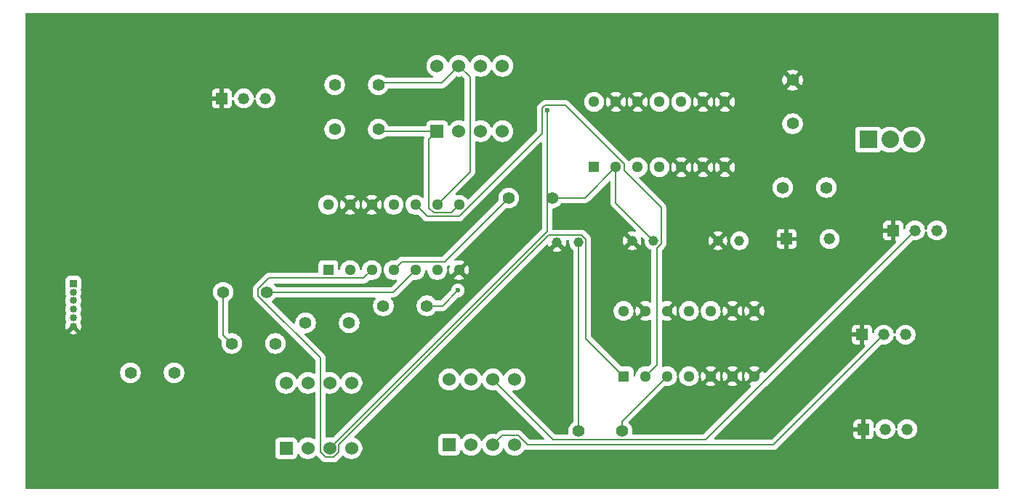
<source format=gbr>
%TF.GenerationSoftware,KiCad,Pcbnew,9.0.4*%
%TF.CreationDate,2025-12-16T09:54:38-07:00*%
%TF.ProjectId,BSPD kicad project,42535044-206b-4696-9361-642070726f6a,rev?*%
%TF.SameCoordinates,Original*%
%TF.FileFunction,Copper,L2,Bot*%
%TF.FilePolarity,Positive*%
%FSLAX46Y46*%
G04 Gerber Fmt 4.6, Leading zero omitted, Abs format (unit mm)*
G04 Created by KiCad (PCBNEW 9.0.4) date 2025-12-16 09:54:38*
%MOMM*%
%LPD*%
G01*
G04 APERTURE LIST*
%TA.AperFunction,ComponentPad*%
%ADD10C,1.320800*%
%TD*%
%TA.AperFunction,ComponentPad*%
%ADD11R,1.320800X1.320800*%
%TD*%
%TA.AperFunction,ComponentPad*%
%ADD12R,1.524000X1.524000*%
%TD*%
%TA.AperFunction,ComponentPad*%
%ADD13C,1.524000*%
%TD*%
%TA.AperFunction,ComponentPad*%
%ADD14R,0.850000X0.850000*%
%TD*%
%TA.AperFunction,ComponentPad*%
%ADD15C,0.850000*%
%TD*%
%TA.AperFunction,ComponentPad*%
%ADD16C,1.150000*%
%TD*%
%TA.AperFunction,ComponentPad*%
%ADD17C,1.400000*%
%TD*%
%TA.AperFunction,ComponentPad*%
%ADD18R,2.032000X2.032000*%
%TD*%
%TA.AperFunction,ComponentPad*%
%ADD19C,2.032000*%
%TD*%
%TA.AperFunction,ComponentPad*%
%ADD20R,1.295400X1.295400*%
%TD*%
%TA.AperFunction,ComponentPad*%
%ADD21C,1.295400*%
%TD*%
%TA.AperFunction,ViaPad*%
%ADD22C,0.600000*%
%TD*%
%TA.AperFunction,Conductor*%
%ADD23C,0.200000*%
%TD*%
G04 APERTURE END LIST*
D10*
%TO.P,P4,1,1*%
%TO.N,/6V*%
X189540000Y-105740000D03*
%TO.P,P4,2,2*%
%TO.N,/0.1V*%
X187000000Y-105740000D03*
D11*
%TO.P,P4,3,3*%
%TO.N,GND*%
X184460000Y-105740000D03*
%TD*%
D12*
%TO.P,U2,1,OUT*%
%TO.N,/Current_0.1_output*%
X117190000Y-107950000D03*
D13*
%TO.P,U2,2,IN-*%
%TO.N,Net-(U2A-IN-)*%
X119730000Y-107950000D03*
%TO.P,U2,3,IN+*%
%TO.N,/0.1V*%
X122270000Y-107950000D03*
%TO.P,U2,4*%
%TO.N,N/C*%
X124810000Y-107950000D03*
%TO.P,U2,5,IN+*%
%TO.N,Net-(U2A-IN-)*%
X124810000Y-100330000D03*
%TO.P,U2,6,IN-*%
%TO.N,/9V*%
X122270000Y-100330000D03*
%TO.P,U2,7,OUT*%
%TO.N,/Current_9V_output*%
X119730000Y-100330000D03*
%TO.P,U2,8*%
%TO.N,N/C*%
X117190000Y-100330000D03*
%TD*%
D14*
%TO.P,J1,1*%
%TO.N,/12V*%
X92400000Y-88740000D03*
D15*
%TO.P,J1,2*%
%TO.N,unconnected-(J1-Pad2)*%
X92400000Y-89740000D03*
%TO.P,J1,3*%
%TO.N,/Accumulator Disconnect*%
X92400000Y-90740000D03*
%TO.P,J1,4*%
%TO.N,/Brake Pressure Sensor*%
X92400000Y-91740000D03*
%TO.P,J1,5*%
%TO.N,/Current Sensor*%
X92400000Y-92740000D03*
%TO.P,J1,6*%
%TO.N,GND*%
X92400000Y-93740000D03*
%TD*%
D16*
%TO.P,C2,1*%
%TO.N,GND*%
X167500000Y-83740000D03*
%TO.P,C2,2*%
%TO.N,/6V*%
X170000000Y-83740000D03*
%TD*%
D17*
%TO.P,R6,1*%
%TO.N,/12V*%
X122860000Y-70740000D03*
%TO.P,R6,2*%
%TO.N,/Brake_9V_output*%
X127940000Y-70740000D03*
%TD*%
%TO.P,R2VR1,1*%
%TO.N,GND*%
X176200000Y-65000000D03*
%TO.P,R2VR1,2*%
%TO.N,Net-(U1-ADJ)*%
X176200000Y-70080000D03*
%TD*%
D12*
%TO.P,U4,1,OUT*%
%TO.N,/Brake_9V_output*%
X134780000Y-70960000D03*
D13*
%TO.P,U4,2,IN-*%
%TO.N,/9V*%
X137320000Y-70960000D03*
%TO.P,U4,3,IN+*%
%TO.N,/Brake Pressure Sensor*%
X139860000Y-70960000D03*
%TO.P,U4,4*%
%TO.N,N/C*%
X142400000Y-70960000D03*
%TO.P,U4,5,IN+*%
%TO.N,/0.1V*%
X142400000Y-63340000D03*
%TO.P,U4,6,IN-*%
%TO.N,/Brake Pressure Sensor*%
X139860000Y-63340000D03*
%TO.P,U4,7,OUT*%
%TO.N,/Brake_0.1V_output*%
X137320000Y-63340000D03*
%TO.P,U4,8*%
%TO.N,N/C*%
X134780000Y-63340000D03*
%TD*%
D18*
%TO.P,U1,1,ADJ*%
%TO.N,Net-(U1-ADJ)*%
X185000000Y-71940000D03*
D19*
%TO.P,U1,2,OUTPUT*%
%TO.N,/6V*%
X187550000Y-71940000D03*
%TO.P,U1,3,INPUT*%
%TO.N,/12V*%
X190100000Y-71940000D03*
%TD*%
D17*
%TO.P,R2,1*%
%TO.N,/12V*%
X124540000Y-93340000D03*
%TO.P,R2,2*%
%TO.N,/Current_0.1_output*%
X119460000Y-93340000D03*
%TD*%
%TO.P,R3,1*%
%TO.N,/12V*%
X110860000Y-95740000D03*
%TO.P,R3,2*%
%TO.N,/Current_9V_output*%
X115940000Y-95740000D03*
%TD*%
D11*
%TO.P,C1,1*%
%TO.N,GND*%
X175500005Y-83540000D03*
D10*
%TO.P,C1,2*%
%TO.N,unconnected-(C1-Pad2)*%
X180499995Y-83540000D03*
%TD*%
D17*
%TO.P,R1VR1,1*%
%TO.N,Net-(U1-ADJ)*%
X175060000Y-77540000D03*
%TO.P,R1VR1,2*%
%TO.N,/6V*%
X180140000Y-77540000D03*
%TD*%
%TO.P,R8,1*%
%TO.N,/Current{slash}Brake 0.1V{slash}9V NOR*%
X156340000Y-105940000D03*
%TO.P,R8,2*%
%TO.N,Net-(U7-A)*%
X151260000Y-105940000D03*
%TD*%
D20*
%TO.P,U6,1,A*%
%TO.N,/Current 0.1V OR Current 9V_output*%
X156500000Y-99560000D03*
D21*
%TO.P,U6,2,B*%
%TO.N,/Brake 0.1V OR Brake 9V_output*%
X159040000Y-99560000D03*
%TO.P,U6,3,J*%
%TO.N,/Current{slash}Brake 0.1V{slash}9V NOR*%
X161580000Y-99560000D03*
%TO.P,U6,4,K*%
%TO.N,unconnected-(U6-K-Pad4)*%
X164120000Y-99560000D03*
%TO.P,U6,5,C*%
%TO.N,GND*%
X166660000Y-99560000D03*
%TO.P,U6,6,D*%
X169200000Y-99560000D03*
%TO.P,U6,7,VSS*%
X171740000Y-99560000D03*
%TO.P,U6,8,E*%
X171740000Y-91940000D03*
%TO.P,U6,9,F*%
X169200000Y-91940000D03*
%TO.P,U6,10,L*%
%TO.N,unconnected-(U6-L-Pad10)*%
X166660000Y-91940000D03*
%TO.P,U6,11,M*%
%TO.N,unconnected-(U6-M-Pad11)*%
X164120000Y-91940000D03*
%TO.P,U6,12,G*%
%TO.N,GND*%
X161580000Y-91940000D03*
%TO.P,U6,13,H*%
X159040000Y-91940000D03*
%TO.P,U6,14,VDD*%
%TO.N,/12V*%
X156500000Y-91940000D03*
%TD*%
D17*
%TO.P,R7,1*%
%TO.N,/12V*%
X122860000Y-65540000D03*
%TO.P,R7,2*%
%TO.N,/Brake_0.1V_output*%
X127940000Y-65540000D03*
%TD*%
%TO.P,R5,1*%
%TO.N,/12V*%
X128520000Y-91340000D03*
%TO.P,R5,2*%
%TO.N,/Brake_4V_output*%
X133600000Y-91340000D03*
%TD*%
%TO.P,R1,1*%
%TO.N,/Current Sensor*%
X99060000Y-99140000D03*
%TO.P,R1,2*%
%TO.N,Net-(U2A-IN-)*%
X104140000Y-99140000D03*
%TD*%
D20*
%TO.P,U5,1,B*%
%TO.N,/Current_0.1_output*%
X122100000Y-87160000D03*
D21*
%TO.P,U5,2,A*%
%TO.N,/current_9V_output*%
X124640000Y-87160000D03*
%TO.P,U5,3,J*%
%TO.N,/Current 0.1V OR Current 9V_output*%
X127180000Y-87160000D03*
%TO.P,U5,4,K*%
%TO.N,/Current 5.1V OR Brake 4V_output*%
X129720000Y-87160000D03*
%TO.P,U5,5,D*%
%TO.N,/Current_5.1V_output*%
X132260000Y-87160000D03*
%TO.P,U5,6,C*%
%TO.N,/Brake_4V_output*%
X134800000Y-87160000D03*
%TO.P,U5,7,VSS*%
%TO.N,GND*%
X137340000Y-87160000D03*
%TO.P,U5,8,F*%
%TO.N,/Brake_9V_output*%
X137340000Y-79540000D03*
%TO.P,U5,9,E*%
%TO.N,/Brake_0.1V_output*%
X134800000Y-79540000D03*
%TO.P,U5,10,L*%
%TO.N,/Brake 0.1V OR Brake 9V_output*%
X132260000Y-79540000D03*
%TO.P,U5,11,M*%
%TO.N,unconnected-(U5-M-Pad11)*%
X129720000Y-79540000D03*
%TO.P,U5,12,H*%
%TO.N,GND*%
X127180000Y-79540000D03*
%TO.P,U5,13,G*%
X124640000Y-79540000D03*
%TO.P,U5,14,VDD*%
%TO.N,/12V*%
X122100000Y-79540000D03*
%TD*%
D10*
%TO.P,P1,1,1*%
%TO.N,/12V*%
X114800000Y-67140000D03*
%TO.P,P1,2,2*%
%TO.N,/9V*%
X112260000Y-67140000D03*
D11*
%TO.P,P1,3,3*%
%TO.N,GND*%
X109720000Y-67140000D03*
%TD*%
D16*
%TO.P,C3,1*%
%TO.N,GND*%
X148750000Y-83940000D03*
%TO.P,C3,2*%
%TO.N,Net-(U7-A)*%
X151250000Y-83940000D03*
%TD*%
%TO.P,C4,1*%
%TO.N,GND*%
X157500000Y-83740000D03*
%TO.P,C4,2*%
%TO.N,Net-(U7-B)*%
X160000000Y-83740000D03*
%TD*%
D20*
%TO.P,U7,1,A*%
%TO.N,Net-(U7-A)*%
X153060000Y-75160000D03*
D21*
%TO.P,U7,2,B*%
%TO.N,Net-(U7-B)*%
X155600000Y-75160000D03*
%TO.P,U7,3,J*%
%TO.N,/Accumulator Disconnect*%
X158140000Y-75160000D03*
%TO.P,U7,4,K*%
%TO.N,unconnected-(U7-K-Pad4)*%
X160680000Y-75160000D03*
%TO.P,U7,5,C*%
%TO.N,GND*%
X163220000Y-75160000D03*
%TO.P,U7,6,D*%
X165760000Y-75160000D03*
%TO.P,U7,7,VSS*%
X168300000Y-75160000D03*
%TO.P,U7,8,E*%
X168300000Y-67540000D03*
%TO.P,U7,9,F*%
X165760000Y-67540000D03*
%TO.P,U7,10,L*%
%TO.N,unconnected-(U7-L-Pad10)*%
X163220000Y-67540000D03*
%TO.P,U7,11,M*%
%TO.N,unconnected-(U7-M-Pad11)*%
X160680000Y-67540000D03*
%TO.P,U7,12,G*%
%TO.N,GND*%
X158140000Y-67540000D03*
%TO.P,U7,13,H*%
X155600000Y-67540000D03*
%TO.P,U7,14,VDD*%
%TO.N,/12V*%
X153060000Y-67540000D03*
%TD*%
D10*
%TO.P,P2,1,1*%
%TO.N,/6V*%
X193000000Y-82540000D03*
%TO.P,P2,2,2*%
%TO.N,/4V*%
X190460000Y-82540000D03*
D11*
%TO.P,P2,3,3*%
%TO.N,GND*%
X187920000Y-82540000D03*
%TD*%
D17*
%TO.P,R9,1*%
%TO.N,/Current 5.1V OR Brake 4V_output*%
X143120000Y-78740000D03*
%TO.P,R9,2*%
%TO.N,Net-(U7-B)*%
X148200000Y-78740000D03*
%TD*%
D12*
%TO.P,U3,1,OUT*%
%TO.N,/Current_5.1V_output*%
X136190000Y-107550000D03*
D13*
%TO.P,U3,2,IN-*%
%TO.N,Net-(U2A-IN-)*%
X138730000Y-107550000D03*
%TO.P,U3,3,IN+*%
%TO.N,/5.1V*%
X141270000Y-107550000D03*
%TO.P,U3,4*%
%TO.N,N/C*%
X143810000Y-107550000D03*
%TO.P,U3,5,IN+*%
%TO.N,/Brake Pressure Sensor*%
X143810000Y-99930000D03*
%TO.P,U3,6,IN-*%
%TO.N,/4V*%
X141270000Y-99930000D03*
%TO.P,U3,7,OUT*%
%TO.N,/Brake_4V_output*%
X138730000Y-99930000D03*
%TO.P,U3,8*%
%TO.N,N/C*%
X136190000Y-99930000D03*
%TD*%
D17*
%TO.P,R4,1*%
%TO.N,/12V*%
X109860000Y-89740000D03*
%TO.P,R4,2*%
%TO.N,/Current_5.1V_output*%
X114940000Y-89740000D03*
%TD*%
D10*
%TO.P,P3,1,1*%
%TO.N,/6V*%
X189352700Y-94705000D03*
%TO.P,P3,2,2*%
%TO.N,/5.1V*%
X186812700Y-94705000D03*
D11*
%TO.P,P3,3,3*%
%TO.N,GND*%
X184272700Y-94705000D03*
%TD*%
D22*
%TO.N,/0.1V*%
X147600000Y-68540000D03*
%TO.N,/Brake_4V_output*%
X137200000Y-89540000D03*
%TD*%
D23*
%TO.N,Net-(U7-A)*%
X151260000Y-105940000D02*
X151260000Y-83950000D01*
X151260000Y-83950000D02*
X151250000Y-83940000D01*
%TO.N,Net-(U7-B)*%
X155600000Y-75160000D02*
X152020000Y-78740000D01*
X155600000Y-75160000D02*
X155600000Y-79340000D01*
X152020000Y-78740000D02*
X148200000Y-78740000D01*
X155600000Y-79340000D02*
X160000000Y-83740000D01*
%TO.N,/12V*%
X109860000Y-94740000D02*
X109860000Y-89740000D01*
X110860000Y-95740000D02*
X109860000Y-94740000D01*
%TO.N,/4V*%
X148281000Y-106941000D02*
X141270000Y-99930000D01*
X190460000Y-82540000D02*
X166059000Y-106941000D01*
X166059000Y-106941000D02*
X148281000Y-106941000D01*
%TO.N,/5.1V*%
X142333000Y-106487000D02*
X144250310Y-106487000D01*
X145313310Y-107550000D02*
X173967700Y-107550000D01*
X173967700Y-107550000D02*
X186812700Y-94705000D01*
X141270000Y-107550000D02*
X142333000Y-106487000D01*
X144250310Y-106487000D02*
X145313310Y-107550000D01*
%TO.N,/0.1V*%
X122270000Y-107950000D02*
X147600000Y-82620000D01*
X147600000Y-82620000D02*
X147600000Y-68540000D01*
%TO.N,/Current_5.1V_output*%
X129680000Y-89740000D02*
X132260000Y-87160000D01*
X114940000Y-89740000D02*
X129680000Y-89740000D01*
%TO.N,/Brake_4V_output*%
X135400000Y-91340000D02*
X137200000Y-89540000D01*
X133600000Y-91340000D02*
X135400000Y-91340000D01*
%TO.N,/Brake_9V_output*%
X127940000Y-70740000D02*
X127800000Y-70740000D01*
X137340000Y-79540000D02*
X137400000Y-79540000D01*
X134407035Y-80488700D02*
X133851300Y-79932965D01*
X128020000Y-70960000D02*
X134780000Y-70960000D01*
X136451300Y-80488700D02*
X134407035Y-80488700D01*
X133851300Y-79932965D02*
X133851300Y-71888700D01*
X133851300Y-71888700D02*
X134780000Y-70960000D01*
X137400000Y-79540000D02*
X136451300Y-80488700D01*
X127800000Y-70740000D02*
X128020000Y-70960000D01*
%TO.N,/Brake_0.1V_output*%
X134800000Y-79540000D02*
X138600000Y-75740000D01*
X127940000Y-65400000D02*
X128000000Y-65340000D01*
X127940000Y-65540000D02*
X127940000Y-65400000D01*
X128000000Y-65340000D02*
X135320000Y-65340000D01*
X135320000Y-65340000D02*
X137320000Y-63340000D01*
X138600000Y-64620000D02*
X137320000Y-63340000D01*
X138600000Y-75740000D02*
X138600000Y-64620000D01*
%TO.N,/Current{slash}Brake 0.1V{slash}9V NOR*%
X156340000Y-105940000D02*
X156340000Y-104800000D01*
X156340000Y-104800000D02*
X161580000Y-99560000D01*
%TO.N,/Current 5.1V OR Brake 4V_output*%
X130668700Y-86211300D02*
X129720000Y-87160000D01*
X135648700Y-86211300D02*
X130668700Y-86211300D01*
X143120000Y-78740000D02*
X135648700Y-86211300D01*
%TO.N,/Current 0.1V OR Current 9V_output*%
X113939000Y-90154628D02*
X113939000Y-89325372D01*
X126231300Y-88108700D02*
X127180000Y-87160000D01*
X152126000Y-83577148D02*
X151612852Y-83064000D01*
X122710310Y-109013000D02*
X121829690Y-109013000D01*
X113939000Y-89325372D02*
X115155672Y-88108700D01*
X152126000Y-95186000D02*
X152126000Y-83577148D01*
X123333000Y-108390310D02*
X122710310Y-109013000D01*
X156500000Y-99560000D02*
X152126000Y-95186000D01*
X151612852Y-83064000D02*
X147778690Y-83064000D01*
X121829690Y-109013000D02*
X121207000Y-108390310D01*
X123333000Y-107509690D02*
X123333000Y-108390310D01*
X121207000Y-108390310D02*
X121207000Y-97422628D01*
X147778690Y-83064000D02*
X123333000Y-107509690D01*
X121207000Y-97422628D02*
X113939000Y-90154628D01*
X115155672Y-88108700D02*
X126231300Y-88108700D01*
%TO.N,/Brake 0.1V OR Brake 9V_output*%
X147351057Y-67939000D02*
X146999000Y-68291057D01*
X160876000Y-84102852D02*
X160876000Y-79880265D01*
X160876000Y-79880265D02*
X156548700Y-75552965D01*
X133609700Y-80889700D02*
X132260000Y-79540000D01*
X156548700Y-75552965D02*
X156548700Y-74767035D01*
X160362852Y-84616000D02*
X160876000Y-84102852D01*
X149720665Y-67939000D02*
X147351057Y-67939000D01*
X146999000Y-68291057D02*
X146999000Y-71222665D01*
X156548700Y-74767035D02*
X149720665Y-67939000D01*
X159040000Y-99560000D02*
X160362852Y-98237148D01*
X146999000Y-71222665D02*
X137331965Y-80889700D01*
X160362852Y-98237148D02*
X160362852Y-84616000D01*
X137331965Y-80889700D02*
X133609700Y-80889700D01*
%TD*%
%TA.AperFunction,Conductor*%
%TO.N,GND*%
G36*
X154918834Y-76792914D02*
G01*
X154974767Y-76834786D01*
X154999184Y-76900250D01*
X154999500Y-76909096D01*
X154999500Y-79253330D01*
X154999499Y-79253348D01*
X154999499Y-79419054D01*
X154999498Y-79419054D01*
X155031905Y-79539999D01*
X155040423Y-79571785D01*
X155067716Y-79619057D01*
X155084700Y-79648474D01*
X155119479Y-79708714D01*
X155119480Y-79708716D01*
X155238349Y-79827585D01*
X155238355Y-79827590D01*
X157905716Y-82494952D01*
X157939201Y-82556275D01*
X157934217Y-82625967D01*
X157892345Y-82681900D01*
X157826881Y-82706317D01*
X157779717Y-82700564D01*
X157751726Y-82691469D01*
X157584609Y-82665000D01*
X157415391Y-82665000D01*
X157248273Y-82691469D01*
X157087340Y-82743760D01*
X156936575Y-82820579D01*
X156936572Y-82820581D01*
X156935160Y-82821606D01*
X156935160Y-82821607D01*
X157478554Y-83365000D01*
X157450630Y-83365000D01*
X157355255Y-83390556D01*
X157269745Y-83439925D01*
X157199925Y-83509745D01*
X157150556Y-83595255D01*
X157125000Y-83690630D01*
X157125000Y-83718553D01*
X156581607Y-83175160D01*
X156581606Y-83175160D01*
X156580581Y-83176572D01*
X156580579Y-83176575D01*
X156503760Y-83327340D01*
X156451469Y-83488273D01*
X156425000Y-83655390D01*
X156425000Y-83824609D01*
X156451469Y-83991726D01*
X156503760Y-84152659D01*
X156580580Y-84303427D01*
X156581606Y-84304838D01*
X156581607Y-84304839D01*
X157125000Y-83761446D01*
X157125000Y-83789370D01*
X157150556Y-83884745D01*
X157199925Y-83970255D01*
X157269745Y-84040075D01*
X157355255Y-84089444D01*
X157450630Y-84115000D01*
X157478553Y-84115000D01*
X156935159Y-84658391D01*
X156936578Y-84659422D01*
X157087340Y-84736239D01*
X157248273Y-84788530D01*
X157415391Y-84815000D01*
X157584609Y-84815000D01*
X157751726Y-84788530D01*
X157912659Y-84736239D01*
X158063424Y-84659420D01*
X158064839Y-84658391D01*
X157521448Y-84115000D01*
X157549370Y-84115000D01*
X157644745Y-84089444D01*
X157730255Y-84040075D01*
X157800075Y-83970255D01*
X157849444Y-83884745D01*
X157875000Y-83789370D01*
X157875000Y-83761446D01*
X158418391Y-84304839D01*
X158419420Y-84303424D01*
X158496239Y-84152659D01*
X158548530Y-83991726D01*
X158575000Y-83824609D01*
X158575000Y-83655390D01*
X158548530Y-83488273D01*
X158539436Y-83460285D01*
X158539253Y-83453914D01*
X158536200Y-83448322D01*
X158538267Y-83419413D01*
X158537439Y-83390444D01*
X158540729Y-83384987D01*
X158541184Y-83378630D01*
X158558552Y-83355428D01*
X158573518Y-83330610D01*
X158579237Y-83327797D01*
X158583056Y-83322697D01*
X158610211Y-83312568D01*
X158636219Y-83299781D01*
X158642548Y-83300507D01*
X158648520Y-83298280D01*
X158676842Y-83304441D01*
X158705633Y-83307744D01*
X158712127Y-83312117D01*
X158716793Y-83313132D01*
X158745047Y-83334283D01*
X158899187Y-83488423D01*
X158932672Y-83549746D01*
X158933979Y-83595501D01*
X158924500Y-83655350D01*
X158924500Y-83824649D01*
X158950981Y-83991847D01*
X159003296Y-84152853D01*
X159043756Y-84232258D01*
X159074987Y-84293553D01*
X159080152Y-84303688D01*
X159179648Y-84440634D01*
X159179652Y-84440639D01*
X159299360Y-84560347D01*
X159299365Y-84560351D01*
X159345107Y-84593584D01*
X159436315Y-84659850D01*
X159587151Y-84736705D01*
X159676671Y-84765792D01*
X159734345Y-84805228D01*
X159761544Y-84869587D01*
X159762352Y-84883722D01*
X159762352Y-90817613D01*
X159742667Y-90884652D01*
X159689863Y-90930407D01*
X159620705Y-90940351D01*
X159582057Y-90928098D01*
X159480566Y-90876386D01*
X159308750Y-90820559D01*
X159130331Y-90792300D01*
X158949669Y-90792300D01*
X158771249Y-90820559D01*
X158599433Y-90876386D01*
X158438476Y-90958397D01*
X158438472Y-90958400D01*
X158423112Y-90969558D01*
X158423112Y-90969559D01*
X158999853Y-91546300D01*
X158988168Y-91546300D01*
X158888038Y-91573130D01*
X158798263Y-91624962D01*
X158724962Y-91698263D01*
X158673130Y-91788038D01*
X158646300Y-91888168D01*
X158646300Y-91899853D01*
X158069559Y-91323112D01*
X158069558Y-91323112D01*
X158058400Y-91338472D01*
X158058397Y-91338476D01*
X157976386Y-91499433D01*
X157920559Y-91671248D01*
X157894252Y-91837341D01*
X157894252Y-92042657D01*
X157920559Y-92208751D01*
X157976386Y-92380566D01*
X158058401Y-92541529D01*
X158069558Y-92556886D01*
X158069559Y-92556886D01*
X158646300Y-91980145D01*
X158646300Y-91991832D01*
X158673130Y-92091962D01*
X158724962Y-92181737D01*
X158798263Y-92255038D01*
X158888038Y-92306870D01*
X158988168Y-92333700D01*
X158999852Y-92333700D01*
X158423112Y-92910438D01*
X158423112Y-92910439D01*
X158438477Y-92921602D01*
X158599433Y-93003613D01*
X158771249Y-93059440D01*
X158949669Y-93087700D01*
X159130331Y-93087700D01*
X159308750Y-93059440D01*
X159480568Y-93003613D01*
X159582056Y-92951902D01*
X159650726Y-92939005D01*
X159715466Y-92965281D01*
X159755724Y-93022387D01*
X159762352Y-93062386D01*
X159762352Y-97937050D01*
X159742667Y-98004089D01*
X159726033Y-98024731D01*
X159355118Y-98395645D01*
X159293795Y-98429130D01*
X159248040Y-98430437D01*
X159130365Y-98411800D01*
X158949635Y-98411800D01*
X158909177Y-98418208D01*
X158771132Y-98440072D01*
X158599241Y-98495923D01*
X158438208Y-98577974D01*
X158292003Y-98684196D01*
X158164196Y-98812003D01*
X158057974Y-98958208D01*
X157975923Y-99119241D01*
X157920072Y-99291132D01*
X157894672Y-99451500D01*
X157864743Y-99514635D01*
X157805431Y-99551566D01*
X157735568Y-99550568D01*
X157677336Y-99511958D01*
X157649222Y-99447994D01*
X157648199Y-99432102D01*
X157648199Y-98864429D01*
X157648198Y-98864423D01*
X157647602Y-98858882D01*
X157642999Y-98816057D01*
X157641791Y-98804816D01*
X157591497Y-98669971D01*
X157591493Y-98669964D01*
X157505247Y-98554755D01*
X157505244Y-98554752D01*
X157390035Y-98468506D01*
X157390028Y-98468502D01*
X157255182Y-98418208D01*
X157255183Y-98418208D01*
X157195583Y-98411801D01*
X157195581Y-98411800D01*
X157195573Y-98411800D01*
X157195565Y-98411800D01*
X156252397Y-98411800D01*
X156185358Y-98392115D01*
X156164716Y-98375481D01*
X152762819Y-94973584D01*
X152729334Y-94912261D01*
X152726500Y-94885903D01*
X152726500Y-91849635D01*
X155351800Y-91849635D01*
X155351800Y-92030365D01*
X155353747Y-92042657D01*
X155380072Y-92208867D01*
X155380072Y-92208869D01*
X155380073Y-92208871D01*
X155435922Y-92380756D01*
X155517840Y-92541529D01*
X155517974Y-92541791D01*
X155624196Y-92687996D01*
X155752003Y-92815803D01*
X155882260Y-92910438D01*
X155898212Y-92922028D01*
X156059244Y-93004078D01*
X156231129Y-93059927D01*
X156409635Y-93088200D01*
X156409636Y-93088200D01*
X156590364Y-93088200D01*
X156590365Y-93088200D01*
X156768871Y-93059927D01*
X156940756Y-93004078D01*
X157101788Y-92922028D01*
X157183879Y-92862385D01*
X157247996Y-92815803D01*
X157247998Y-92815800D01*
X157248002Y-92815798D01*
X157375798Y-92688002D01*
X157375800Y-92687998D01*
X157375803Y-92687996D01*
X157470302Y-92557927D01*
X157482028Y-92541788D01*
X157564078Y-92380756D01*
X157619927Y-92208871D01*
X157648200Y-92030365D01*
X157648200Y-91849635D01*
X157619927Y-91671129D01*
X157564078Y-91499244D01*
X157482028Y-91338212D01*
X157451805Y-91296613D01*
X157375803Y-91192003D01*
X157247996Y-91064196D01*
X157101791Y-90957974D01*
X157101790Y-90957973D01*
X157101788Y-90957972D01*
X156940756Y-90875922D01*
X156768871Y-90820073D01*
X156768869Y-90820072D01*
X156768867Y-90820072D01*
X156644232Y-90800331D01*
X156590365Y-90791800D01*
X156409635Y-90791800D01*
X156368254Y-90798354D01*
X156231132Y-90820072D01*
X156059241Y-90875923D01*
X155898208Y-90957974D01*
X155752003Y-91064196D01*
X155624196Y-91192003D01*
X155517974Y-91338208D01*
X155435923Y-91499241D01*
X155380072Y-91671132D01*
X155353747Y-91837340D01*
X155351800Y-91849635D01*
X152726500Y-91849635D01*
X152726500Y-83666199D01*
X152726501Y-83650516D01*
X152726501Y-83498093D01*
X152726501Y-83498091D01*
X152685577Y-83345363D01*
X152645222Y-83275467D01*
X152645222Y-83275465D01*
X152606524Y-83208438D01*
X152606521Y-83208434D01*
X152606520Y-83208432D01*
X152494716Y-83096628D01*
X152494715Y-83096627D01*
X152490385Y-83092297D01*
X152490374Y-83092287D01*
X152100442Y-82702355D01*
X152100440Y-82702352D01*
X151981569Y-82583481D01*
X151981568Y-82583480D01*
X151894756Y-82533360D01*
X151894756Y-82533359D01*
X151894752Y-82533358D01*
X151844637Y-82504423D01*
X151691909Y-82463499D01*
X151533795Y-82463499D01*
X151526199Y-82463499D01*
X151526183Y-82463500D01*
X148324500Y-82463500D01*
X148257461Y-82443815D01*
X148211706Y-82391011D01*
X148200500Y-82339500D01*
X148200500Y-80061291D01*
X148220185Y-79994252D01*
X148272989Y-79948497D01*
X148305102Y-79938818D01*
X148337415Y-79933700D01*
X148481118Y-79910940D01*
X148660832Y-79852547D01*
X148829199Y-79766760D01*
X148982073Y-79655690D01*
X149115690Y-79522073D01*
X149210475Y-79391613D01*
X149265804Y-79348949D01*
X149310792Y-79340500D01*
X151933331Y-79340500D01*
X151933347Y-79340501D01*
X151940943Y-79340501D01*
X152099054Y-79340501D01*
X152099057Y-79340501D01*
X152251785Y-79299577D01*
X152301904Y-79270639D01*
X152388716Y-79220520D01*
X152500520Y-79108716D01*
X152500520Y-79108714D01*
X152510728Y-79098507D01*
X152510729Y-79098504D01*
X154787821Y-76821413D01*
X154849142Y-76787930D01*
X154918834Y-76792914D01*
G37*
%TD.AperFunction*%
%TA.AperFunction,Conductor*%
G36*
X200143039Y-57159685D02*
G01*
X200188794Y-57212489D01*
X200200000Y-57264000D01*
X200200000Y-112616000D01*
X200180315Y-112683039D01*
X200127511Y-112728794D01*
X200076000Y-112740000D01*
X86924000Y-112740000D01*
X86856961Y-112720315D01*
X86811206Y-112667511D01*
X86800000Y-112616000D01*
X86800000Y-99045513D01*
X97859500Y-99045513D01*
X97859500Y-99234486D01*
X97889059Y-99421118D01*
X97947454Y-99600836D01*
X97981931Y-99668500D01*
X98033240Y-99769199D01*
X98144310Y-99922073D01*
X98277927Y-100055690D01*
X98430801Y-100166760D01*
X98510347Y-100207290D01*
X98599163Y-100252545D01*
X98599165Y-100252545D01*
X98599168Y-100252547D01*
X98695497Y-100283846D01*
X98778881Y-100310940D01*
X98965514Y-100340500D01*
X98965519Y-100340500D01*
X99154486Y-100340500D01*
X99341118Y-100310940D01*
X99350179Y-100307996D01*
X99520832Y-100252547D01*
X99689199Y-100166760D01*
X99842073Y-100055690D01*
X99975690Y-99922073D01*
X100086760Y-99769199D01*
X100172547Y-99600832D01*
X100230940Y-99421118D01*
X100239508Y-99367021D01*
X100260500Y-99234486D01*
X100260500Y-99045513D01*
X102939500Y-99045513D01*
X102939500Y-99234486D01*
X102969059Y-99421118D01*
X103027454Y-99600836D01*
X103061931Y-99668500D01*
X103113240Y-99769199D01*
X103224310Y-99922073D01*
X103357927Y-100055690D01*
X103510801Y-100166760D01*
X103590347Y-100207290D01*
X103679163Y-100252545D01*
X103679165Y-100252545D01*
X103679168Y-100252547D01*
X103775497Y-100283846D01*
X103858881Y-100310940D01*
X104045514Y-100340500D01*
X104045519Y-100340500D01*
X104234486Y-100340500D01*
X104421118Y-100310940D01*
X104430179Y-100307996D01*
X104600832Y-100252547D01*
X104769199Y-100166760D01*
X104922073Y-100055690D01*
X105055690Y-99922073D01*
X105166760Y-99769199D01*
X105252547Y-99600832D01*
X105310940Y-99421118D01*
X105319508Y-99367021D01*
X105340500Y-99234486D01*
X105340500Y-99045513D01*
X105310940Y-98858881D01*
X105265056Y-98717668D01*
X105252547Y-98679168D01*
X105252545Y-98679165D01*
X105252545Y-98679163D01*
X105200985Y-98577972D01*
X105166760Y-98510801D01*
X105055690Y-98357927D01*
X104922073Y-98224310D01*
X104769199Y-98113240D01*
X104600836Y-98027454D01*
X104421118Y-97969059D01*
X104234486Y-97939500D01*
X104234481Y-97939500D01*
X104045519Y-97939500D01*
X104045514Y-97939500D01*
X103858881Y-97969059D01*
X103679163Y-98027454D01*
X103510800Y-98113240D01*
X103449069Y-98158091D01*
X103357927Y-98224310D01*
X103357925Y-98224312D01*
X103357924Y-98224312D01*
X103224312Y-98357924D01*
X103224312Y-98357925D01*
X103224310Y-98357927D01*
X103199471Y-98392115D01*
X103113240Y-98510800D01*
X103027454Y-98679163D01*
X102969059Y-98858881D01*
X102939500Y-99045513D01*
X100260500Y-99045513D01*
X100230940Y-98858881D01*
X100185056Y-98717668D01*
X100172547Y-98679168D01*
X100172545Y-98679165D01*
X100172545Y-98679163D01*
X100120985Y-98577972D01*
X100086760Y-98510801D01*
X99975690Y-98357927D01*
X99842073Y-98224310D01*
X99689199Y-98113240D01*
X99520836Y-98027454D01*
X99341118Y-97969059D01*
X99154486Y-97939500D01*
X99154481Y-97939500D01*
X98965519Y-97939500D01*
X98965514Y-97939500D01*
X98778881Y-97969059D01*
X98599163Y-98027454D01*
X98430800Y-98113240D01*
X98369069Y-98158091D01*
X98277927Y-98224310D01*
X98277925Y-98224312D01*
X98277924Y-98224312D01*
X98144312Y-98357924D01*
X98144312Y-98357925D01*
X98144310Y-98357927D01*
X98119471Y-98392115D01*
X98033240Y-98510800D01*
X97947454Y-98679163D01*
X97889059Y-98858881D01*
X97859500Y-99045513D01*
X86800000Y-99045513D01*
X86800000Y-94548500D01*
X91945050Y-94548500D01*
X91961849Y-94559725D01*
X91961855Y-94559728D01*
X92130182Y-94629451D01*
X92130194Y-94629454D01*
X92308890Y-94664999D01*
X92308894Y-94665000D01*
X92491106Y-94665000D01*
X92491109Y-94664999D01*
X92669805Y-94629454D01*
X92669813Y-94629452D01*
X92838151Y-94559724D01*
X92838154Y-94559723D01*
X92854947Y-94548500D01*
X92854948Y-94548500D01*
X92400001Y-94093553D01*
X92400000Y-94093553D01*
X91945050Y-94548500D01*
X86800000Y-94548500D01*
X86800000Y-89831156D01*
X91474499Y-89831156D01*
X91510065Y-90009952D01*
X91510067Y-90009958D01*
X91579835Y-90178394D01*
X91581525Y-90181556D01*
X91581908Y-90183399D01*
X91582164Y-90184016D01*
X91582047Y-90184064D01*
X91595761Y-90249960D01*
X91581525Y-90298444D01*
X91579835Y-90301605D01*
X91510067Y-90470041D01*
X91510065Y-90470047D01*
X91474500Y-90648843D01*
X91474500Y-90648846D01*
X91474500Y-90831154D01*
X91474500Y-90831156D01*
X91474499Y-90831156D01*
X91510065Y-91009952D01*
X91510067Y-91009958D01*
X91579835Y-91178394D01*
X91581525Y-91181556D01*
X91581908Y-91183399D01*
X91582164Y-91184016D01*
X91582047Y-91184064D01*
X91595761Y-91249960D01*
X91581525Y-91298444D01*
X91579835Y-91301605D01*
X91510067Y-91470041D01*
X91510065Y-91470047D01*
X91474500Y-91648843D01*
X91474500Y-91648846D01*
X91474500Y-91831154D01*
X91474500Y-91831156D01*
X91474499Y-91831156D01*
X91510065Y-92009952D01*
X91510067Y-92009958D01*
X91579835Y-92178394D01*
X91581525Y-92181556D01*
X91581908Y-92183399D01*
X91582164Y-92184016D01*
X91582047Y-92184064D01*
X91595761Y-92249960D01*
X91581525Y-92298444D01*
X91579835Y-92301605D01*
X91510067Y-92470041D01*
X91510065Y-92470047D01*
X91474500Y-92648843D01*
X91474500Y-92648846D01*
X91474500Y-92831154D01*
X91474500Y-92831156D01*
X91474499Y-92831156D01*
X91510065Y-93009952D01*
X91510068Y-93009962D01*
X91579833Y-93178390D01*
X91581808Y-93182086D01*
X91596046Y-93250489D01*
X91581811Y-93298972D01*
X91580278Y-93301839D01*
X91510547Y-93470186D01*
X91510545Y-93470194D01*
X91475000Y-93648890D01*
X91475000Y-93831109D01*
X91510545Y-94009805D01*
X91510548Y-94009817D01*
X91580271Y-94178145D01*
X91591498Y-94194947D01*
X92105253Y-93681191D01*
X92112219Y-93677387D01*
X92116864Y-93670946D01*
X92142452Y-93660878D01*
X92166576Y-93647706D01*
X92167635Y-93647696D01*
X92150000Y-93690272D01*
X92150000Y-93789728D01*
X92188060Y-93881614D01*
X92258386Y-93951940D01*
X92350272Y-93990000D01*
X92449728Y-93990000D01*
X92541614Y-93951940D01*
X92611940Y-93881614D01*
X92650000Y-93789728D01*
X92650000Y-93690272D01*
X92634079Y-93651837D01*
X92652463Y-93653482D01*
X92694745Y-93681191D01*
X93208500Y-94194948D01*
X93219724Y-94178152D01*
X93219724Y-94178151D01*
X93289452Y-94009813D01*
X93289454Y-94009805D01*
X93324999Y-93831109D01*
X93325000Y-93831106D01*
X93325000Y-93648894D01*
X93324999Y-93648890D01*
X93289454Y-93470194D01*
X93289451Y-93470182D01*
X93219728Y-93301854D01*
X93218198Y-93298992D01*
X93217849Y-93297318D01*
X93217394Y-93296219D01*
X93217602Y-93296132D01*
X93203951Y-93230590D01*
X93218203Y-93182061D01*
X93220160Y-93178399D01*
X93220167Y-93178389D01*
X93289933Y-93009958D01*
X93307424Y-92922025D01*
X93325500Y-92831156D01*
X93325500Y-92648843D01*
X93289934Y-92470047D01*
X93289933Y-92470046D01*
X93289933Y-92470042D01*
X93252871Y-92380566D01*
X93220169Y-92301615D01*
X93218482Y-92298459D01*
X93218097Y-92296613D01*
X93217836Y-92295982D01*
X93217955Y-92295932D01*
X93204236Y-92230057D01*
X93218482Y-92181541D01*
X93220163Y-92178394D01*
X93220167Y-92178389D01*
X93289933Y-92009958D01*
X93317646Y-91870639D01*
X93325500Y-91831156D01*
X93325500Y-91648843D01*
X93289934Y-91470047D01*
X93289933Y-91470046D01*
X93289933Y-91470042D01*
X93275203Y-91434481D01*
X93220169Y-91301615D01*
X93218482Y-91298459D01*
X93218097Y-91296613D01*
X93217836Y-91295982D01*
X93217955Y-91295932D01*
X93204236Y-91230057D01*
X93218482Y-91181541D01*
X93220163Y-91178394D01*
X93220167Y-91178389D01*
X93289933Y-91009958D01*
X93314368Y-90887117D01*
X93325500Y-90831156D01*
X93325500Y-90648843D01*
X93289934Y-90470047D01*
X93289933Y-90470046D01*
X93289933Y-90470042D01*
X93238356Y-90345523D01*
X93220169Y-90301615D01*
X93218482Y-90298459D01*
X93218097Y-90296613D01*
X93217836Y-90295982D01*
X93217955Y-90295932D01*
X93204236Y-90230057D01*
X93218482Y-90181541D01*
X93220163Y-90178394D01*
X93220167Y-90178389D01*
X93289933Y-90009958D01*
X93307989Y-89919185D01*
X93325500Y-89831156D01*
X93325500Y-89654837D01*
X93325500Y-89648846D01*
X93324837Y-89645513D01*
X108659500Y-89645513D01*
X108659500Y-89834486D01*
X108689059Y-90021118D01*
X108747454Y-90200836D01*
X108828647Y-90360185D01*
X108833240Y-90369199D01*
X108944310Y-90522073D01*
X109077927Y-90655690D01*
X109208386Y-90750474D01*
X109251051Y-90805803D01*
X109259500Y-90850791D01*
X109259500Y-94653330D01*
X109259499Y-94653348D01*
X109259499Y-94819054D01*
X109259498Y-94819054D01*
X109300423Y-94971787D01*
X109308802Y-94986298D01*
X109308801Y-94986298D01*
X109308803Y-94986300D01*
X109379475Y-95108709D01*
X109379481Y-95108717D01*
X109498349Y-95227585D01*
X109498355Y-95227590D01*
X109649933Y-95379168D01*
X109683418Y-95440491D01*
X109684725Y-95486247D01*
X109659500Y-95645513D01*
X109659500Y-95834486D01*
X109689059Y-96021118D01*
X109747454Y-96200836D01*
X109833240Y-96369199D01*
X109944310Y-96522073D01*
X110077927Y-96655690D01*
X110230801Y-96766760D01*
X110310347Y-96807290D01*
X110399163Y-96852545D01*
X110399165Y-96852545D01*
X110399168Y-96852547D01*
X110495497Y-96883846D01*
X110578881Y-96910940D01*
X110765514Y-96940500D01*
X110765519Y-96940500D01*
X110954486Y-96940500D01*
X111141118Y-96910940D01*
X111320832Y-96852547D01*
X111489199Y-96766760D01*
X111642073Y-96655690D01*
X111775690Y-96522073D01*
X111886760Y-96369199D01*
X111972547Y-96200832D01*
X112030940Y-96021118D01*
X112037228Y-95981416D01*
X112060500Y-95834486D01*
X112060500Y-95645513D01*
X114739500Y-95645513D01*
X114739500Y-95834486D01*
X114769059Y-96021118D01*
X114827454Y-96200836D01*
X114913240Y-96369199D01*
X115024310Y-96522073D01*
X115157927Y-96655690D01*
X115310801Y-96766760D01*
X115390347Y-96807290D01*
X115479163Y-96852545D01*
X115479165Y-96852545D01*
X115479168Y-96852547D01*
X115575497Y-96883846D01*
X115658881Y-96910940D01*
X115845514Y-96940500D01*
X115845519Y-96940500D01*
X116034486Y-96940500D01*
X116221118Y-96910940D01*
X116400832Y-96852547D01*
X116569199Y-96766760D01*
X116722073Y-96655690D01*
X116855690Y-96522073D01*
X116966760Y-96369199D01*
X117052547Y-96200832D01*
X117110940Y-96021118D01*
X117117228Y-95981416D01*
X117140500Y-95834486D01*
X117140500Y-95645513D01*
X117110940Y-95458881D01*
X117052545Y-95279163D01*
X116966759Y-95110800D01*
X116965240Y-95108709D01*
X116855690Y-94957927D01*
X116722073Y-94824310D01*
X116569199Y-94713240D01*
X116525272Y-94690858D01*
X116400836Y-94627454D01*
X116221118Y-94569059D01*
X116034486Y-94539500D01*
X116034481Y-94539500D01*
X115845519Y-94539500D01*
X115845514Y-94539500D01*
X115658881Y-94569059D01*
X115479163Y-94627454D01*
X115310800Y-94713240D01*
X115223579Y-94776610D01*
X115157927Y-94824310D01*
X115157925Y-94824312D01*
X115157924Y-94824312D01*
X115024312Y-94957924D01*
X115024312Y-94957925D01*
X115024310Y-94957927D01*
X115004405Y-94985324D01*
X114913240Y-95110800D01*
X114827454Y-95279163D01*
X114769059Y-95458881D01*
X114739500Y-95645513D01*
X112060500Y-95645513D01*
X112030940Y-95458881D01*
X111972545Y-95279163D01*
X111886759Y-95110800D01*
X111885240Y-95108709D01*
X111775690Y-94957927D01*
X111642073Y-94824310D01*
X111489199Y-94713240D01*
X111445272Y-94690858D01*
X111320836Y-94627454D01*
X111141118Y-94569059D01*
X110954486Y-94539500D01*
X110954481Y-94539500D01*
X110765519Y-94539500D01*
X110765514Y-94539500D01*
X110606248Y-94564725D01*
X110600809Y-94564022D01*
X110595670Y-94565938D01*
X110566524Y-94559591D01*
X110536954Y-94555770D01*
X110531338Y-94551929D01*
X110527400Y-94551072D01*
X110499152Y-94529916D01*
X110496800Y-94527564D01*
X110463328Y-94466233D01*
X110460500Y-94439901D01*
X110460500Y-90850791D01*
X110480185Y-90783752D01*
X110511612Y-90750475D01*
X110642073Y-90655690D01*
X110775690Y-90522073D01*
X110886760Y-90369199D01*
X110955809Y-90233682D01*
X113338498Y-90233682D01*
X113379423Y-90386413D01*
X113387629Y-90400626D01*
X113458477Y-90523340D01*
X113458481Y-90523345D01*
X113577349Y-90642213D01*
X113577355Y-90642218D01*
X120570181Y-97635044D01*
X120603666Y-97696367D01*
X120606500Y-97722725D01*
X120606500Y-99162914D01*
X120586815Y-99229953D01*
X120534011Y-99275708D01*
X120464853Y-99285652D01*
X120409617Y-99263234D01*
X120391695Y-99250214D01*
X120391696Y-99250214D01*
X120391694Y-99250213D01*
X120305797Y-99206446D01*
X120214632Y-99159994D01*
X120214629Y-99159993D01*
X120025637Y-99098587D01*
X119927498Y-99083043D01*
X119829361Y-99067500D01*
X119630639Y-99067500D01*
X119565214Y-99077862D01*
X119434362Y-99098587D01*
X119245370Y-99159993D01*
X119245367Y-99159994D01*
X119068305Y-99250213D01*
X118907533Y-99367021D01*
X118767021Y-99507533D01*
X118650213Y-99668305D01*
X118570485Y-99824780D01*
X118522510Y-99875576D01*
X118454689Y-99892371D01*
X118388554Y-99869833D01*
X118349515Y-99824780D01*
X118292031Y-99711962D01*
X118269787Y-99668306D01*
X118152981Y-99507536D01*
X118012464Y-99367019D01*
X117851694Y-99250213D01*
X117841388Y-99244962D01*
X117674632Y-99159994D01*
X117674629Y-99159993D01*
X117485637Y-99098587D01*
X117387498Y-99083043D01*
X117289361Y-99067500D01*
X117090639Y-99067500D01*
X117025214Y-99077862D01*
X116894362Y-99098587D01*
X116705370Y-99159993D01*
X116705367Y-99159994D01*
X116528305Y-99250213D01*
X116367533Y-99367021D01*
X116227021Y-99507533D01*
X116110213Y-99668305D01*
X116019994Y-99845367D01*
X116019993Y-99845370D01*
X115958587Y-100034362D01*
X115928292Y-100225636D01*
X115927500Y-100230639D01*
X115927500Y-100429361D01*
X115936834Y-100488291D01*
X115958587Y-100625637D01*
X116019993Y-100814629D01*
X116019994Y-100814632D01*
X116110213Y-100991694D01*
X116227019Y-101152464D01*
X116367536Y-101292981D01*
X116528306Y-101409787D01*
X116615149Y-101454035D01*
X116705367Y-101500005D01*
X116705370Y-101500006D01*
X116799866Y-101530709D01*
X116894364Y-101561413D01*
X117090639Y-101592500D01*
X117090640Y-101592500D01*
X117289360Y-101592500D01*
X117289361Y-101592500D01*
X117485636Y-101561413D01*
X117674632Y-101500005D01*
X117851694Y-101409787D01*
X118012464Y-101292981D01*
X118152981Y-101152464D01*
X118269787Y-100991694D01*
X118349515Y-100835218D01*
X118397490Y-100784423D01*
X118465311Y-100767628D01*
X118531446Y-100790165D01*
X118570484Y-100835218D01*
X118650213Y-100991694D01*
X118767019Y-101152464D01*
X118907536Y-101292981D01*
X119068306Y-101409787D01*
X119155149Y-101454035D01*
X119245367Y-101500005D01*
X119245370Y-101500006D01*
X119339866Y-101530709D01*
X119434364Y-101561413D01*
X119630639Y-101592500D01*
X119630640Y-101592500D01*
X119829360Y-101592500D01*
X119829361Y-101592500D01*
X120025636Y-101561413D01*
X120214632Y-101500005D01*
X120391694Y-101409787D01*
X120404536Y-101400457D01*
X120409614Y-101396768D01*
X120475420Y-101373287D01*
X120543474Y-101389112D01*
X120592169Y-101439217D01*
X120606500Y-101497085D01*
X120606500Y-106782914D01*
X120586815Y-106849953D01*
X120534011Y-106895708D01*
X120464853Y-106905652D01*
X120409617Y-106883234D01*
X120391695Y-106870214D01*
X120391696Y-106870214D01*
X120391694Y-106870213D01*
X120313659Y-106830452D01*
X120214632Y-106779994D01*
X120214629Y-106779993D01*
X120025637Y-106718587D01*
X119911427Y-106700498D01*
X119829361Y-106687500D01*
X119630639Y-106687500D01*
X119565214Y-106697862D01*
X119434362Y-106718587D01*
X119245370Y-106779993D01*
X119245367Y-106779994D01*
X119068305Y-106870213D01*
X118907533Y-106987021D01*
X118767021Y-107127533D01*
X118767021Y-107127534D01*
X118767019Y-107127536D01*
X118729772Y-107178802D01*
X118676817Y-107251688D01*
X118621487Y-107294353D01*
X118551873Y-107300332D01*
X118490078Y-107267726D01*
X118455721Y-107206887D01*
X118452499Y-107178802D01*
X118452499Y-107140129D01*
X118452498Y-107140123D01*
X118452497Y-107140116D01*
X118446091Y-107080517D01*
X118411219Y-106987021D01*
X118395797Y-106945671D01*
X118395793Y-106945664D01*
X118309547Y-106830455D01*
X118309544Y-106830452D01*
X118194335Y-106744206D01*
X118194328Y-106744202D01*
X118059482Y-106693908D01*
X118059483Y-106693908D01*
X117999883Y-106687501D01*
X117999881Y-106687500D01*
X117999873Y-106687500D01*
X117999864Y-106687500D01*
X116380129Y-106687500D01*
X116380123Y-106687501D01*
X116320516Y-106693908D01*
X116185671Y-106744202D01*
X116185664Y-106744206D01*
X116070455Y-106830452D01*
X116070452Y-106830455D01*
X115984206Y-106945664D01*
X115984202Y-106945671D01*
X115933908Y-107080517D01*
X115927501Y-107140116D01*
X115927501Y-107140123D01*
X115927500Y-107140135D01*
X115927500Y-108759870D01*
X115927501Y-108759876D01*
X115933908Y-108819483D01*
X115984202Y-108954328D01*
X115984206Y-108954335D01*
X116070452Y-109069544D01*
X116070455Y-109069547D01*
X116185664Y-109155793D01*
X116185671Y-109155797D01*
X116320517Y-109206091D01*
X116320516Y-109206091D01*
X116327444Y-109206835D01*
X116380127Y-109212500D01*
X117999872Y-109212499D01*
X118059483Y-109206091D01*
X118194331Y-109155796D01*
X118309546Y-109069546D01*
X118395796Y-108954331D01*
X118446091Y-108819483D01*
X118452500Y-108759873D01*
X118452499Y-108721197D01*
X118472182Y-108654161D01*
X118524985Y-108608405D01*
X118594143Y-108598460D01*
X118657699Y-108627483D01*
X118676817Y-108648312D01*
X118701476Y-108682252D01*
X118767019Y-108772464D01*
X118907536Y-108912981D01*
X119068306Y-109029787D01*
X119146333Y-109069544D01*
X119245367Y-109120005D01*
X119245370Y-109120006D01*
X119339866Y-109150709D01*
X119434364Y-109181413D01*
X119630639Y-109212500D01*
X119630640Y-109212500D01*
X119829360Y-109212500D01*
X119829361Y-109212500D01*
X120025636Y-109181413D01*
X120214632Y-109120005D01*
X120391694Y-109029787D01*
X120552464Y-108912981D01*
X120628771Y-108836673D01*
X120636712Y-108832337D01*
X120642137Y-108825091D01*
X120666896Y-108815855D01*
X120690090Y-108803191D01*
X120699119Y-108803836D01*
X120707601Y-108800673D01*
X120733423Y-108806290D01*
X120759782Y-108808175D01*
X120768834Y-108813992D01*
X120775875Y-108815524D01*
X120804126Y-108836673D01*
X120804129Y-108836675D01*
X120838284Y-108870830D01*
X120838286Y-108870831D01*
X121460974Y-109493520D01*
X121460976Y-109493521D01*
X121460980Y-109493524D01*
X121597899Y-109572573D01*
X121597906Y-109572577D01*
X121750633Y-109613501D01*
X121750635Y-109613501D01*
X121916344Y-109613501D01*
X121916360Y-109613500D01*
X122623641Y-109613500D01*
X122623657Y-109613501D01*
X122631253Y-109613501D01*
X122789364Y-109613501D01*
X122789367Y-109613501D01*
X122942095Y-109572577D01*
X122992214Y-109543639D01*
X123079026Y-109493520D01*
X123190830Y-109381716D01*
X123190830Y-109381714D01*
X123201038Y-109371507D01*
X123201039Y-109371504D01*
X123735870Y-108836675D01*
X123797192Y-108803191D01*
X123866884Y-108808175D01*
X123911231Y-108836676D01*
X123987536Y-108912981D01*
X124148306Y-109029787D01*
X124226333Y-109069544D01*
X124325367Y-109120005D01*
X124325370Y-109120006D01*
X124419866Y-109150709D01*
X124514364Y-109181413D01*
X124710639Y-109212500D01*
X124710640Y-109212500D01*
X124909360Y-109212500D01*
X124909361Y-109212500D01*
X125105636Y-109181413D01*
X125294632Y-109120005D01*
X125471694Y-109029787D01*
X125632464Y-108912981D01*
X125772981Y-108772464D01*
X125889787Y-108611694D01*
X125980005Y-108434632D01*
X126041413Y-108245636D01*
X126072500Y-108049361D01*
X126072500Y-107850639D01*
X126041413Y-107654364D01*
X125980005Y-107465368D01*
X125980005Y-107465367D01*
X125934035Y-107375149D01*
X125889787Y-107288306D01*
X125772981Y-107127536D01*
X125632464Y-106987019D01*
X125471694Y-106870213D01*
X125419758Y-106843750D01*
X125294632Y-106779994D01*
X125294629Y-106779993D01*
X125198227Y-106748671D01*
X125140552Y-106709234D01*
X125113353Y-106644875D01*
X125125267Y-106576029D01*
X125148861Y-106543062D01*
X147509031Y-84182893D01*
X147570350Y-84149411D01*
X147640042Y-84154395D01*
X147695975Y-84196267D01*
X147714639Y-84232258D01*
X147753760Y-84352661D01*
X147830580Y-84503427D01*
X147831606Y-84504838D01*
X147831607Y-84504839D01*
X148375000Y-83961446D01*
X148375000Y-83989370D01*
X148400556Y-84084745D01*
X148449925Y-84170255D01*
X148519745Y-84240075D01*
X148605255Y-84289444D01*
X148700630Y-84315000D01*
X148728553Y-84315000D01*
X148185159Y-84858391D01*
X148186578Y-84859422D01*
X148337340Y-84936239D01*
X148498273Y-84988530D01*
X148665391Y-85015000D01*
X148834609Y-85015000D01*
X149001726Y-84988530D01*
X149162659Y-84936239D01*
X149313424Y-84859420D01*
X149314839Y-84858391D01*
X148771448Y-84315000D01*
X148799370Y-84315000D01*
X148894745Y-84289444D01*
X148980255Y-84240075D01*
X149050075Y-84170255D01*
X149099444Y-84084745D01*
X149125000Y-83989370D01*
X149125000Y-83961447D01*
X149668391Y-84504839D01*
X149669420Y-84503424D01*
X149746239Y-84352659D01*
X149798530Y-84191726D01*
X149825000Y-84024609D01*
X149825000Y-83855390D01*
X149817478Y-83807898D01*
X149819873Y-83789358D01*
X149817213Y-83770853D01*
X149824259Y-83755423D01*
X149826433Y-83738604D01*
X149838471Y-83724302D01*
X149846238Y-83707297D01*
X149860506Y-83698127D01*
X149871429Y-83685152D01*
X149889289Y-83679629D01*
X149905016Y-83669523D01*
X149936721Y-83664964D01*
X149938181Y-83664513D01*
X149939951Y-83664500D01*
X150059543Y-83664500D01*
X150126582Y-83684185D01*
X150172337Y-83736989D01*
X150182281Y-83806147D01*
X150182016Y-83807898D01*
X150174500Y-83855350D01*
X150174500Y-84024649D01*
X150200981Y-84191847D01*
X150253296Y-84352853D01*
X150330152Y-84503688D01*
X150429648Y-84640634D01*
X150429652Y-84640639D01*
X150429654Y-84640641D01*
X150549359Y-84760346D01*
X150608385Y-84803230D01*
X150651051Y-84858558D01*
X150659500Y-84903548D01*
X150659500Y-104829207D01*
X150639815Y-104896246D01*
X150608386Y-104929525D01*
X150477925Y-105024311D01*
X150344312Y-105157924D01*
X150344312Y-105157925D01*
X150344310Y-105157927D01*
X150296610Y-105223579D01*
X150233240Y-105310800D01*
X150147454Y-105479163D01*
X150089059Y-105658881D01*
X150059500Y-105845513D01*
X150059500Y-106034486D01*
X150085256Y-106197102D01*
X150076301Y-106266395D01*
X150031305Y-106319847D01*
X149964554Y-106340487D01*
X149962783Y-106340500D01*
X148581097Y-106340500D01*
X148514058Y-106320815D01*
X148493416Y-106304181D01*
X143589692Y-101400457D01*
X143556207Y-101339134D01*
X143561191Y-101269442D01*
X143603063Y-101213509D01*
X143668527Y-101189092D01*
X143696765Y-101190302D01*
X143710639Y-101192500D01*
X143710643Y-101192500D01*
X143909360Y-101192500D01*
X143909361Y-101192500D01*
X144105636Y-101161413D01*
X144294632Y-101100005D01*
X144471694Y-101009787D01*
X144632464Y-100892981D01*
X144772981Y-100752464D01*
X144889787Y-100591694D01*
X144980005Y-100414632D01*
X145041413Y-100225636D01*
X145072500Y-100029361D01*
X145072500Y-99830639D01*
X145041413Y-99634364D01*
X145000410Y-99508168D01*
X144980006Y-99445370D01*
X144980005Y-99445367D01*
X144915241Y-99318263D01*
X144889787Y-99268306D01*
X144772981Y-99107536D01*
X144632464Y-98967019D01*
X144471694Y-98850213D01*
X144294632Y-98759994D01*
X144294629Y-98759993D01*
X144105637Y-98698587D01*
X144007498Y-98683043D01*
X143909361Y-98667500D01*
X143710639Y-98667500D01*
X143645214Y-98677862D01*
X143514362Y-98698587D01*
X143325370Y-98759993D01*
X143325367Y-98759994D01*
X143148305Y-98850213D01*
X142987533Y-98967021D01*
X142847021Y-99107533D01*
X142730213Y-99268305D01*
X142650485Y-99424780D01*
X142602510Y-99475576D01*
X142534689Y-99492371D01*
X142468554Y-99469833D01*
X142429515Y-99424780D01*
X142375241Y-99318263D01*
X142349787Y-99268306D01*
X142232981Y-99107536D01*
X142092464Y-98967019D01*
X141931694Y-98850213D01*
X141754632Y-98759994D01*
X141754629Y-98759993D01*
X141565637Y-98698587D01*
X141467498Y-98683043D01*
X141369361Y-98667500D01*
X141170639Y-98667500D01*
X141105214Y-98677862D01*
X140974362Y-98698587D01*
X140785370Y-98759993D01*
X140785367Y-98759994D01*
X140608305Y-98850213D01*
X140447533Y-98967021D01*
X140307021Y-99107533D01*
X140190213Y-99268305D01*
X140110485Y-99424780D01*
X140062510Y-99475576D01*
X139994689Y-99492371D01*
X139928554Y-99469833D01*
X139889515Y-99424780D01*
X139835241Y-99318263D01*
X139809787Y-99268306D01*
X139692981Y-99107536D01*
X139552464Y-98967019D01*
X139391694Y-98850213D01*
X139214632Y-98759994D01*
X139214629Y-98759993D01*
X139025637Y-98698587D01*
X138927498Y-98683043D01*
X138829361Y-98667500D01*
X138630639Y-98667500D01*
X138565214Y-98677862D01*
X138434362Y-98698587D01*
X138245370Y-98759993D01*
X138245367Y-98759994D01*
X138068305Y-98850213D01*
X137907533Y-98967021D01*
X137767021Y-99107533D01*
X137650213Y-99268305D01*
X137570485Y-99424780D01*
X137522510Y-99475576D01*
X137454689Y-99492371D01*
X137388554Y-99469833D01*
X137349515Y-99424780D01*
X137295241Y-99318263D01*
X137269787Y-99268306D01*
X137152981Y-99107536D01*
X137012464Y-98967019D01*
X136851694Y-98850213D01*
X136674632Y-98759994D01*
X136674629Y-98759993D01*
X136485637Y-98698587D01*
X136387498Y-98683043D01*
X136289361Y-98667500D01*
X136090639Y-98667500D01*
X136025214Y-98677862D01*
X135894362Y-98698587D01*
X135705370Y-98759993D01*
X135705367Y-98759994D01*
X135528305Y-98850213D01*
X135367533Y-98967021D01*
X135227021Y-99107533D01*
X135110213Y-99268305D01*
X135019994Y-99445367D01*
X135019993Y-99445370D01*
X134958587Y-99634362D01*
X134942366Y-99736777D01*
X134927500Y-99830639D01*
X134927500Y-100029361D01*
X134931670Y-100055687D01*
X134958587Y-100225637D01*
X135019993Y-100414629D01*
X135019994Y-100414632D01*
X135110213Y-100591694D01*
X135227019Y-100752464D01*
X135367536Y-100892981D01*
X135528306Y-101009787D01*
X135615149Y-101054035D01*
X135705367Y-101100005D01*
X135705370Y-101100006D01*
X135799866Y-101130709D01*
X135894364Y-101161413D01*
X136090639Y-101192500D01*
X136090640Y-101192500D01*
X136289360Y-101192500D01*
X136289361Y-101192500D01*
X136485636Y-101161413D01*
X136674632Y-101100005D01*
X136851694Y-101009787D01*
X137012464Y-100892981D01*
X137152981Y-100752464D01*
X137269787Y-100591694D01*
X137349515Y-100435218D01*
X137397490Y-100384423D01*
X137465311Y-100367628D01*
X137531446Y-100390165D01*
X137570484Y-100435218D01*
X137650213Y-100591694D01*
X137767019Y-100752464D01*
X137907536Y-100892981D01*
X138068306Y-101009787D01*
X138155149Y-101054035D01*
X138245367Y-101100005D01*
X138245370Y-101100006D01*
X138339866Y-101130709D01*
X138434364Y-101161413D01*
X138630639Y-101192500D01*
X138630640Y-101192500D01*
X138829360Y-101192500D01*
X138829361Y-101192500D01*
X139025636Y-101161413D01*
X139214632Y-101100005D01*
X139391694Y-101009787D01*
X139552464Y-100892981D01*
X139692981Y-100752464D01*
X139809787Y-100591694D01*
X139889515Y-100435218D01*
X139937490Y-100384423D01*
X140005311Y-100367628D01*
X140071446Y-100390165D01*
X140110484Y-100435218D01*
X140190213Y-100591694D01*
X140307019Y-100752464D01*
X140447536Y-100892981D01*
X140608306Y-101009787D01*
X140695149Y-101054035D01*
X140785367Y-101100005D01*
X140785370Y-101100006D01*
X140879866Y-101130709D01*
X140974364Y-101161413D01*
X141170639Y-101192500D01*
X141170640Y-101192500D01*
X141369360Y-101192500D01*
X141369361Y-101192500D01*
X141565636Y-101161413D01*
X141565646Y-101161409D01*
X141567891Y-101160871D01*
X141568778Y-101160915D01*
X141570448Y-101160651D01*
X141570503Y-101161001D01*
X141637674Y-101164357D01*
X141684527Y-101193762D01*
X147228584Y-106737819D01*
X147262069Y-106799142D01*
X147257085Y-106868834D01*
X147215213Y-106924767D01*
X147149749Y-106949184D01*
X147140903Y-106949500D01*
X145613407Y-106949500D01*
X145546368Y-106929815D01*
X145525726Y-106913181D01*
X144737900Y-106125355D01*
X144737898Y-106125352D01*
X144619027Y-106006481D01*
X144619026Y-106006480D01*
X144532214Y-105956360D01*
X144532214Y-105956359D01*
X144532210Y-105956358D01*
X144482095Y-105927423D01*
X144329367Y-105886499D01*
X144171253Y-105886499D01*
X144163657Y-105886499D01*
X144163641Y-105886500D01*
X142419669Y-105886500D01*
X142419653Y-105886499D01*
X142412057Y-105886499D01*
X142253943Y-105886499D01*
X142153836Y-105913323D01*
X142101210Y-105927424D01*
X142101209Y-105927425D01*
X142051096Y-105956359D01*
X142051095Y-105956360D01*
X142007689Y-105981420D01*
X141964285Y-106006479D01*
X141964282Y-106006481D01*
X141852480Y-106118283D01*
X141852480Y-106118284D01*
X141852478Y-106118286D01*
X141749646Y-106221118D01*
X141684526Y-106286238D01*
X141623203Y-106319722D01*
X141570478Y-106319158D01*
X141570448Y-106319349D01*
X141569156Y-106319144D01*
X141567903Y-106319131D01*
X141565636Y-106318586D01*
X141396196Y-106291750D01*
X141369361Y-106287500D01*
X141170639Y-106287500D01*
X141105214Y-106297862D01*
X140974362Y-106318587D01*
X140785370Y-106379993D01*
X140785367Y-106379994D01*
X140608305Y-106470213D01*
X140447533Y-106587021D01*
X140307021Y-106727533D01*
X140190213Y-106888305D01*
X140110485Y-107044780D01*
X140062510Y-107095576D01*
X139994689Y-107112371D01*
X139928554Y-107089833D01*
X139889515Y-107044780D01*
X139828365Y-106924767D01*
X139809787Y-106888306D01*
X139692981Y-106727536D01*
X139552464Y-106587019D01*
X139391694Y-106470213D01*
X139348578Y-106448244D01*
X139214632Y-106379994D01*
X139214629Y-106379993D01*
X139025637Y-106318587D01*
X138927498Y-106303043D01*
X138829361Y-106287500D01*
X138630639Y-106287500D01*
X138565214Y-106297862D01*
X138434362Y-106318587D01*
X138245370Y-106379993D01*
X138245367Y-106379994D01*
X138068305Y-106470213D01*
X137907533Y-106587021D01*
X137767021Y-106727533D01*
X137767021Y-106727534D01*
X137767019Y-106727536D01*
X137751664Y-106748671D01*
X137676817Y-106851688D01*
X137621487Y-106894353D01*
X137551873Y-106900332D01*
X137490078Y-106867726D01*
X137455721Y-106806887D01*
X137452499Y-106778802D01*
X137452499Y-106740129D01*
X137452498Y-106740123D01*
X137452497Y-106740116D01*
X137446091Y-106680517D01*
X137432797Y-106644875D01*
X137395797Y-106545671D01*
X137395793Y-106545664D01*
X137309547Y-106430455D01*
X137309544Y-106430452D01*
X137194335Y-106344206D01*
X137194328Y-106344202D01*
X137059482Y-106293908D01*
X137059483Y-106293908D01*
X136999883Y-106287501D01*
X136999881Y-106287500D01*
X136999873Y-106287500D01*
X136999864Y-106287500D01*
X135380129Y-106287500D01*
X135380123Y-106287501D01*
X135320516Y-106293908D01*
X135185671Y-106344202D01*
X135185664Y-106344206D01*
X135070455Y-106430452D01*
X135070452Y-106430455D01*
X134984206Y-106545664D01*
X134984202Y-106545671D01*
X134933908Y-106680517D01*
X134928278Y-106732890D01*
X134927501Y-106740123D01*
X134927500Y-106740135D01*
X134927500Y-108359870D01*
X134927501Y-108359876D01*
X134933908Y-108419483D01*
X134984202Y-108554328D01*
X134984206Y-108554335D01*
X135070452Y-108669544D01*
X135070455Y-108669547D01*
X135185664Y-108755793D01*
X135185671Y-108755797D01*
X135320517Y-108806091D01*
X135320516Y-108806091D01*
X135327444Y-108806835D01*
X135380127Y-108812500D01*
X136999872Y-108812499D01*
X137059483Y-108806091D01*
X137194331Y-108755796D01*
X137309546Y-108669546D01*
X137395796Y-108554331D01*
X137446091Y-108419483D01*
X137452500Y-108359873D01*
X137452499Y-108321197D01*
X137472182Y-108254161D01*
X137524985Y-108208405D01*
X137594143Y-108198460D01*
X137657699Y-108227483D01*
X137676817Y-108248312D01*
X137767019Y-108372464D01*
X137907536Y-108512981D01*
X138068306Y-108629787D01*
X138146333Y-108669544D01*
X138245367Y-108720005D01*
X138245370Y-108720006D01*
X138339866Y-108750709D01*
X138434364Y-108781413D01*
X138630639Y-108812500D01*
X138630640Y-108812500D01*
X138829360Y-108812500D01*
X138829361Y-108812500D01*
X139025636Y-108781413D01*
X139214632Y-108720005D01*
X139391694Y-108629787D01*
X139552464Y-108512981D01*
X139692981Y-108372464D01*
X139809787Y-108211694D01*
X139889515Y-108055218D01*
X139937490Y-108004423D01*
X140005311Y-107987628D01*
X140071446Y-108010165D01*
X140110484Y-108055218D01*
X140190213Y-108211694D01*
X140307019Y-108372464D01*
X140447536Y-108512981D01*
X140608306Y-108629787D01*
X140686333Y-108669544D01*
X140785367Y-108720005D01*
X140785370Y-108720006D01*
X140879866Y-108750709D01*
X140974364Y-108781413D01*
X141170639Y-108812500D01*
X141170640Y-108812500D01*
X141369360Y-108812500D01*
X141369361Y-108812500D01*
X141565636Y-108781413D01*
X141754632Y-108720005D01*
X141931694Y-108629787D01*
X142092464Y-108512981D01*
X142232981Y-108372464D01*
X142349787Y-108211694D01*
X142429515Y-108055218D01*
X142477490Y-108004423D01*
X142545311Y-107987628D01*
X142611446Y-108010165D01*
X142650484Y-108055218D01*
X142730213Y-108211694D01*
X142847019Y-108372464D01*
X142987536Y-108512981D01*
X143148306Y-108629787D01*
X143226333Y-108669544D01*
X143325367Y-108720005D01*
X143325370Y-108720006D01*
X143419866Y-108750709D01*
X143514364Y-108781413D01*
X143710639Y-108812500D01*
X143710640Y-108812500D01*
X143909360Y-108812500D01*
X143909361Y-108812500D01*
X144105636Y-108781413D01*
X144294632Y-108720005D01*
X144471694Y-108629787D01*
X144632464Y-108512981D01*
X144772981Y-108372464D01*
X144889787Y-108211694D01*
X144914253Y-108163675D01*
X144962224Y-108112882D01*
X145030044Y-108096086D01*
X145073121Y-108108629D01*
X145074017Y-108106467D01*
X145081520Y-108109574D01*
X145081525Y-108109577D01*
X145234253Y-108150501D01*
X145234256Y-108150501D01*
X145399963Y-108150501D01*
X145399979Y-108150500D01*
X173881031Y-108150500D01*
X173881047Y-108150501D01*
X173888643Y-108150501D01*
X174046754Y-108150501D01*
X174046757Y-108150501D01*
X174199485Y-108109577D01*
X174249604Y-108080639D01*
X174336416Y-108030520D01*
X174448220Y-107918716D01*
X174448220Y-107918714D01*
X174458428Y-107908507D01*
X174458430Y-107908504D01*
X177335179Y-105031755D01*
X183299600Y-105031755D01*
X183299600Y-105490000D01*
X184135263Y-105490000D01*
X184134799Y-105490464D01*
X184081295Y-105583135D01*
X184053600Y-105686496D01*
X184053600Y-105793504D01*
X184081295Y-105896865D01*
X184134799Y-105989536D01*
X184135263Y-105990000D01*
X183299600Y-105990000D01*
X183299600Y-106448244D01*
X183306001Y-106507772D01*
X183306003Y-106507779D01*
X183356245Y-106642486D01*
X183356249Y-106642493D01*
X183442409Y-106757587D01*
X183442412Y-106757590D01*
X183557506Y-106843750D01*
X183557513Y-106843754D01*
X183692220Y-106893996D01*
X183692227Y-106893998D01*
X183751755Y-106900399D01*
X183751772Y-106900400D01*
X184210000Y-106900400D01*
X184210000Y-106064737D01*
X184210464Y-106065201D01*
X184303135Y-106118705D01*
X184406496Y-106146400D01*
X184513504Y-106146400D01*
X184616865Y-106118705D01*
X184709536Y-106065201D01*
X184710000Y-106064737D01*
X184710000Y-106900400D01*
X185168228Y-106900400D01*
X185168244Y-106900399D01*
X185227772Y-106893998D01*
X185227779Y-106893996D01*
X185362486Y-106843754D01*
X185362493Y-106843750D01*
X185477587Y-106757590D01*
X185477590Y-106757587D01*
X185563750Y-106642493D01*
X185563754Y-106642486D01*
X185613996Y-106507779D01*
X185613998Y-106507772D01*
X185620399Y-106448244D01*
X185620400Y-106448227D01*
X185620400Y-106026117D01*
X185640085Y-105959078D01*
X185692889Y-105913323D01*
X185762047Y-105903379D01*
X185825603Y-105932404D01*
X185863377Y-105991182D01*
X185866873Y-106006719D01*
X185867684Y-106011842D01*
X185867685Y-106011845D01*
X185924152Y-106185631D01*
X186007109Y-106348444D01*
X186114515Y-106496276D01*
X186243724Y-106625485D01*
X186391556Y-106732891D01*
X186554369Y-106815848D01*
X186728155Y-106872315D01*
X186795835Y-106883034D01*
X186908630Y-106900900D01*
X186908635Y-106900900D01*
X187091370Y-106900900D01*
X187191631Y-106885019D01*
X187271845Y-106872315D01*
X187445631Y-106815848D01*
X187608444Y-106732891D01*
X187756276Y-106625485D01*
X187885485Y-106496276D01*
X187992891Y-106348444D01*
X188075848Y-106185631D01*
X188132315Y-106011845D01*
X188147527Y-105915802D01*
X188177456Y-105852667D01*
X188236768Y-105815736D01*
X188306630Y-105816734D01*
X188364863Y-105855344D01*
X188392473Y-105915802D01*
X188407684Y-106011841D01*
X188407684Y-106011843D01*
X188407685Y-106011845D01*
X188464152Y-106185631D01*
X188547109Y-106348444D01*
X188654515Y-106496276D01*
X188783724Y-106625485D01*
X188931556Y-106732891D01*
X189094369Y-106815848D01*
X189268155Y-106872315D01*
X189335835Y-106883034D01*
X189448630Y-106900900D01*
X189448635Y-106900900D01*
X189631370Y-106900900D01*
X189731631Y-106885019D01*
X189811845Y-106872315D01*
X189985631Y-106815848D01*
X190148444Y-106732891D01*
X190296276Y-106625485D01*
X190425485Y-106496276D01*
X190532891Y-106348444D01*
X190615848Y-106185631D01*
X190672315Y-106011845D01*
X190692168Y-105886499D01*
X190700900Y-105831370D01*
X190700900Y-105648629D01*
X190674058Y-105479163D01*
X190672315Y-105468155D01*
X190615848Y-105294369D01*
X190532891Y-105131556D01*
X190425485Y-104983724D01*
X190296276Y-104854515D01*
X190148444Y-104747109D01*
X189985631Y-104664152D01*
X189811845Y-104607685D01*
X189811843Y-104607684D01*
X189811841Y-104607684D01*
X189631370Y-104579100D01*
X189631365Y-104579100D01*
X189448635Y-104579100D01*
X189448630Y-104579100D01*
X189268158Y-104607684D01*
X189094366Y-104664153D01*
X188931555Y-104747109D01*
X188783721Y-104854517D01*
X188654517Y-104983721D01*
X188547109Y-105131555D01*
X188464153Y-105294366D01*
X188407684Y-105468158D01*
X188392473Y-105564197D01*
X188362544Y-105627332D01*
X188303232Y-105664263D01*
X188233369Y-105663265D01*
X188175137Y-105624655D01*
X188147527Y-105564197D01*
X188134058Y-105479163D01*
X188132315Y-105468155D01*
X188075848Y-105294369D01*
X187992891Y-105131556D01*
X187885485Y-104983724D01*
X187756276Y-104854515D01*
X187608444Y-104747109D01*
X187445631Y-104664152D01*
X187271845Y-104607685D01*
X187271843Y-104607684D01*
X187271841Y-104607684D01*
X187091370Y-104579100D01*
X187091365Y-104579100D01*
X186908635Y-104579100D01*
X186908630Y-104579100D01*
X186728158Y-104607684D01*
X186554366Y-104664153D01*
X186391555Y-104747109D01*
X186243721Y-104854517D01*
X186114517Y-104983721D01*
X186007109Y-105131555D01*
X185924153Y-105294366D01*
X185867684Y-105468157D01*
X185866873Y-105473281D01*
X185836943Y-105536416D01*
X185777631Y-105573346D01*
X185707768Y-105572348D01*
X185649536Y-105533737D01*
X185621422Y-105469773D01*
X185620400Y-105453882D01*
X185620400Y-105031772D01*
X185620399Y-105031755D01*
X185613998Y-104972227D01*
X185613996Y-104972220D01*
X185563754Y-104837513D01*
X185563750Y-104837506D01*
X185477590Y-104722412D01*
X185477587Y-104722409D01*
X185362493Y-104636249D01*
X185362486Y-104636245D01*
X185227779Y-104586003D01*
X185227772Y-104586001D01*
X185168244Y-104579600D01*
X184710000Y-104579600D01*
X184710000Y-105415263D01*
X184709536Y-105414799D01*
X184616865Y-105361295D01*
X184513504Y-105333600D01*
X184406496Y-105333600D01*
X184303135Y-105361295D01*
X184210464Y-105414799D01*
X184210000Y-105415263D01*
X184210000Y-104579600D01*
X183751755Y-104579600D01*
X183692227Y-104586001D01*
X183692220Y-104586003D01*
X183557513Y-104636245D01*
X183557506Y-104636249D01*
X183442412Y-104722409D01*
X183442409Y-104722412D01*
X183356249Y-104837506D01*
X183356245Y-104837513D01*
X183306003Y-104972220D01*
X183306001Y-104972227D01*
X183299600Y-105031755D01*
X177335179Y-105031755D01*
X186486481Y-95880452D01*
X186547802Y-95846969D01*
X186593556Y-95845662D01*
X186645089Y-95853823D01*
X186721331Y-95865900D01*
X186721335Y-95865900D01*
X186904070Y-95865900D01*
X187004331Y-95850019D01*
X187084545Y-95837315D01*
X187258331Y-95780848D01*
X187421144Y-95697891D01*
X187568976Y-95590485D01*
X187698185Y-95461276D01*
X187805591Y-95313444D01*
X187888548Y-95150631D01*
X187945015Y-94976845D01*
X187960227Y-94880802D01*
X187990156Y-94817667D01*
X188049468Y-94780736D01*
X188119330Y-94781734D01*
X188177563Y-94820344D01*
X188205173Y-94880802D01*
X188220384Y-94976841D01*
X188220385Y-94976845D01*
X188276852Y-95150631D01*
X188359809Y-95313444D01*
X188467215Y-95461276D01*
X188596424Y-95590485D01*
X188744256Y-95697891D01*
X188907069Y-95780848D01*
X189080855Y-95837315D01*
X189148535Y-95848034D01*
X189261330Y-95865900D01*
X189261335Y-95865900D01*
X189444070Y-95865900D01*
X189544331Y-95850019D01*
X189624545Y-95837315D01*
X189798331Y-95780848D01*
X189961144Y-95697891D01*
X190108976Y-95590485D01*
X190238185Y-95461276D01*
X190345591Y-95313444D01*
X190428548Y-95150631D01*
X190485015Y-94976845D01*
X190509174Y-94824312D01*
X190513600Y-94796370D01*
X190513600Y-94613629D01*
X190486083Y-94439901D01*
X190485015Y-94433155D01*
X190428548Y-94259369D01*
X190345591Y-94096556D01*
X190238185Y-93948724D01*
X190108976Y-93819515D01*
X189961144Y-93712109D01*
X189798331Y-93629152D01*
X189624545Y-93572685D01*
X189624543Y-93572684D01*
X189624541Y-93572684D01*
X189444070Y-93544100D01*
X189444065Y-93544100D01*
X189261335Y-93544100D01*
X189261330Y-93544100D01*
X189080858Y-93572684D01*
X188907066Y-93629153D01*
X188744255Y-93712109D01*
X188596421Y-93819517D01*
X188467217Y-93948721D01*
X188359809Y-94096555D01*
X188276853Y-94259366D01*
X188220384Y-94433158D01*
X188205173Y-94529197D01*
X188175244Y-94592332D01*
X188115932Y-94629263D01*
X188046069Y-94628265D01*
X187987837Y-94589655D01*
X187960227Y-94529197D01*
X187946083Y-94439901D01*
X187945015Y-94433155D01*
X187888548Y-94259369D01*
X187805591Y-94096556D01*
X187698185Y-93948724D01*
X187568976Y-93819515D01*
X187421144Y-93712109D01*
X187258331Y-93629152D01*
X187084545Y-93572685D01*
X187084543Y-93572684D01*
X187084541Y-93572684D01*
X186904070Y-93544100D01*
X186904065Y-93544100D01*
X186721335Y-93544100D01*
X186721330Y-93544100D01*
X186540858Y-93572684D01*
X186367066Y-93629153D01*
X186204255Y-93712109D01*
X186056421Y-93819517D01*
X185927217Y-93948721D01*
X185819809Y-94096555D01*
X185736853Y-94259366D01*
X185680384Y-94433157D01*
X185679573Y-94438281D01*
X185649643Y-94501416D01*
X185590331Y-94538346D01*
X185520468Y-94537348D01*
X185462236Y-94498737D01*
X185434122Y-94434773D01*
X185433100Y-94418882D01*
X185433100Y-93996772D01*
X185433099Y-93996755D01*
X185426698Y-93937227D01*
X185426696Y-93937220D01*
X185376454Y-93802513D01*
X185376450Y-93802506D01*
X185290290Y-93687412D01*
X185290287Y-93687409D01*
X185175193Y-93601249D01*
X185175186Y-93601245D01*
X185040479Y-93551003D01*
X185040472Y-93551001D01*
X184980944Y-93544600D01*
X184522700Y-93544600D01*
X184522700Y-94380263D01*
X184522236Y-94379799D01*
X184429565Y-94326295D01*
X184326204Y-94298600D01*
X184219196Y-94298600D01*
X184115835Y-94326295D01*
X184023164Y-94379799D01*
X184022700Y-94380263D01*
X184022700Y-93544600D01*
X183564455Y-93544600D01*
X183504927Y-93551001D01*
X183504920Y-93551003D01*
X183370213Y-93601245D01*
X183370206Y-93601249D01*
X183255112Y-93687409D01*
X183255109Y-93687412D01*
X183168949Y-93802506D01*
X183168945Y-93802513D01*
X183118703Y-93937220D01*
X183118701Y-93937227D01*
X183112300Y-93996755D01*
X183112300Y-94455000D01*
X183947963Y-94455000D01*
X183947499Y-94455464D01*
X183893995Y-94548135D01*
X183866300Y-94651496D01*
X183866300Y-94758504D01*
X183893995Y-94861865D01*
X183947499Y-94954536D01*
X183947963Y-94955000D01*
X183112300Y-94955000D01*
X183112300Y-95413244D01*
X183118701Y-95472772D01*
X183118703Y-95472779D01*
X183168945Y-95607486D01*
X183168949Y-95607493D01*
X183255109Y-95722587D01*
X183255112Y-95722590D01*
X183370206Y-95808750D01*
X183370213Y-95808754D01*
X183504920Y-95858996D01*
X183504927Y-95858998D01*
X183564455Y-95865399D01*
X183564472Y-95865400D01*
X184022700Y-95865400D01*
X184022700Y-95029737D01*
X184023164Y-95030201D01*
X184115835Y-95083705D01*
X184219196Y-95111400D01*
X184326204Y-95111400D01*
X184429565Y-95083705D01*
X184522236Y-95030201D01*
X184522700Y-95029737D01*
X184522700Y-95865400D01*
X184530597Y-95873297D01*
X184570741Y-95885085D01*
X184616496Y-95937889D01*
X184626440Y-96007047D01*
X184597415Y-96070603D01*
X184591383Y-96077081D01*
X173755284Y-106913181D01*
X173693961Y-106946666D01*
X173667603Y-106949500D01*
X167199097Y-106949500D01*
X167132058Y-106929815D01*
X167086303Y-106877011D01*
X167076359Y-106807853D01*
X167105384Y-106744297D01*
X167111416Y-106737819D01*
X173064812Y-100784423D01*
X190133781Y-83715452D01*
X190195102Y-83681969D01*
X190240856Y-83680662D01*
X190288153Y-83688153D01*
X190368631Y-83700900D01*
X190368635Y-83700900D01*
X190551370Y-83700900D01*
X190656900Y-83684185D01*
X190731845Y-83672315D01*
X190905631Y-83615848D01*
X191068444Y-83532891D01*
X191216276Y-83425485D01*
X191345485Y-83296276D01*
X191452891Y-83148444D01*
X191535848Y-82985631D01*
X191592315Y-82811845D01*
X191607527Y-82715802D01*
X191637456Y-82652667D01*
X191696768Y-82615736D01*
X191766630Y-82616734D01*
X191824863Y-82655344D01*
X191852473Y-82715802D01*
X191867634Y-82811524D01*
X191867685Y-82811845D01*
X191924152Y-82985631D01*
X192007109Y-83148444D01*
X192114515Y-83296276D01*
X192243724Y-83425485D01*
X192391556Y-83532891D01*
X192554369Y-83615848D01*
X192728155Y-83672315D01*
X192795835Y-83683034D01*
X192908630Y-83700900D01*
X192908635Y-83700900D01*
X193091370Y-83700900D01*
X193196900Y-83684185D01*
X193271845Y-83672315D01*
X193445631Y-83615848D01*
X193608444Y-83532891D01*
X193756276Y-83425485D01*
X193885485Y-83296276D01*
X193992891Y-83148444D01*
X194075848Y-82985631D01*
X194132315Y-82811845D01*
X194149029Y-82706317D01*
X194160900Y-82631370D01*
X194160900Y-82448629D01*
X194135775Y-82290000D01*
X194132315Y-82268155D01*
X194075848Y-82094369D01*
X193992891Y-81931556D01*
X193885485Y-81783724D01*
X193756276Y-81654515D01*
X193608444Y-81547109D01*
X193445631Y-81464152D01*
X193271845Y-81407685D01*
X193271843Y-81407684D01*
X193271841Y-81407684D01*
X193091370Y-81379100D01*
X193091365Y-81379100D01*
X192908635Y-81379100D01*
X192908630Y-81379100D01*
X192728158Y-81407684D01*
X192554366Y-81464153D01*
X192391555Y-81547109D01*
X192243721Y-81654517D01*
X192114517Y-81783721D01*
X192007109Y-81931555D01*
X191924153Y-82094366D01*
X191867684Y-82268158D01*
X191852473Y-82364197D01*
X191822544Y-82427332D01*
X191763232Y-82464263D01*
X191693369Y-82463265D01*
X191635137Y-82424655D01*
X191607527Y-82364197D01*
X191595775Y-82290000D01*
X191592315Y-82268155D01*
X191535848Y-82094369D01*
X191452891Y-81931556D01*
X191345485Y-81783724D01*
X191216276Y-81654515D01*
X191068444Y-81547109D01*
X190905631Y-81464152D01*
X190731845Y-81407685D01*
X190731843Y-81407684D01*
X190731841Y-81407684D01*
X190551370Y-81379100D01*
X190551365Y-81379100D01*
X190368635Y-81379100D01*
X190368630Y-81379100D01*
X190188158Y-81407684D01*
X190014366Y-81464153D01*
X189851555Y-81547109D01*
X189703721Y-81654517D01*
X189574517Y-81783721D01*
X189467109Y-81931555D01*
X189384153Y-82094366D01*
X189327684Y-82268157D01*
X189326873Y-82273281D01*
X189296943Y-82336416D01*
X189237631Y-82373346D01*
X189167768Y-82372348D01*
X189109536Y-82333737D01*
X189081422Y-82269773D01*
X189080400Y-82253882D01*
X189080400Y-81831772D01*
X189080399Y-81831755D01*
X189073998Y-81772227D01*
X189073996Y-81772220D01*
X189023754Y-81637513D01*
X189023750Y-81637506D01*
X188937590Y-81522412D01*
X188937587Y-81522409D01*
X188822493Y-81436249D01*
X188822486Y-81436245D01*
X188687779Y-81386003D01*
X188687772Y-81386001D01*
X188628244Y-81379600D01*
X188170000Y-81379600D01*
X188170000Y-82215263D01*
X188169536Y-82214799D01*
X188076865Y-82161295D01*
X187973504Y-82133600D01*
X187866496Y-82133600D01*
X187763135Y-82161295D01*
X187670464Y-82214799D01*
X187670000Y-82215263D01*
X187670000Y-81379600D01*
X187211755Y-81379600D01*
X187152227Y-81386001D01*
X187152220Y-81386003D01*
X187017513Y-81436245D01*
X187017506Y-81436249D01*
X186902412Y-81522409D01*
X186902409Y-81522412D01*
X186816249Y-81637506D01*
X186816245Y-81637513D01*
X186766003Y-81772220D01*
X186766001Y-81772227D01*
X186759600Y-81831755D01*
X186759600Y-82290000D01*
X187595263Y-82290000D01*
X187594799Y-82290464D01*
X187541295Y-82383135D01*
X187513600Y-82486496D01*
X187513600Y-82593504D01*
X187541295Y-82696865D01*
X187594799Y-82789536D01*
X187595263Y-82790000D01*
X186759600Y-82790000D01*
X186759600Y-83248244D01*
X186766001Y-83307772D01*
X186766003Y-83307779D01*
X186816245Y-83442486D01*
X186816249Y-83442493D01*
X186902409Y-83557587D01*
X186902412Y-83557590D01*
X187017506Y-83643750D01*
X187017513Y-83643754D01*
X187152220Y-83693996D01*
X187152227Y-83693998D01*
X187211755Y-83700399D01*
X187211772Y-83700400D01*
X187670000Y-83700400D01*
X187670000Y-82864737D01*
X187670464Y-82865201D01*
X187763135Y-82918705D01*
X187866496Y-82946400D01*
X187973504Y-82946400D01*
X188076865Y-82918705D01*
X188169536Y-82865201D01*
X188170000Y-82864737D01*
X188170000Y-83700400D01*
X188177897Y-83708297D01*
X188218041Y-83720085D01*
X188263796Y-83772889D01*
X188273740Y-83842047D01*
X188244715Y-83905603D01*
X188238683Y-83912081D01*
X173001160Y-99149602D01*
X172939837Y-99183087D01*
X172870145Y-99178103D01*
X172814212Y-99136231D01*
X172802994Y-99118216D01*
X172721602Y-98958477D01*
X172710439Y-98943112D01*
X172710438Y-98943112D01*
X172133700Y-99519852D01*
X172133700Y-99508168D01*
X172106870Y-99408038D01*
X172055038Y-99318263D01*
X171981737Y-99244962D01*
X171891962Y-99193130D01*
X171791832Y-99166300D01*
X171780147Y-99166300D01*
X172356886Y-98589559D01*
X172356886Y-98589558D01*
X172341529Y-98578401D01*
X172180566Y-98496386D01*
X172008750Y-98440559D01*
X171830331Y-98412300D01*
X171649669Y-98412300D01*
X171471249Y-98440559D01*
X171299433Y-98496386D01*
X171138476Y-98578397D01*
X171138472Y-98578400D01*
X171123112Y-98589558D01*
X171123112Y-98589559D01*
X171699854Y-99166300D01*
X171688168Y-99166300D01*
X171588038Y-99193130D01*
X171498263Y-99244962D01*
X171424962Y-99318263D01*
X171373130Y-99408038D01*
X171346300Y-99508168D01*
X171346300Y-99519853D01*
X170769559Y-98943112D01*
X170769558Y-98943112D01*
X170758400Y-98958472D01*
X170758397Y-98958476D01*
X170676386Y-99119433D01*
X170620559Y-99291249D01*
X170594000Y-99458935D01*
X170594000Y-99661063D01*
X170620559Y-99828750D01*
X170676386Y-100000566D01*
X170758401Y-100161529D01*
X170769558Y-100176886D01*
X170769559Y-100176886D01*
X171346300Y-99600145D01*
X171346300Y-99611832D01*
X171373130Y-99711962D01*
X171424962Y-99801737D01*
X171498263Y-99875038D01*
X171588038Y-99926870D01*
X171688168Y-99953700D01*
X171699853Y-99953700D01*
X171123112Y-100530438D01*
X171123112Y-100530439D01*
X171138477Y-100541602D01*
X171298217Y-100622994D01*
X171349013Y-100670969D01*
X171365808Y-100738790D01*
X171343271Y-100804924D01*
X171329603Y-100821160D01*
X165846584Y-106304181D01*
X165785261Y-106337666D01*
X165758903Y-106340500D01*
X157637217Y-106340500D01*
X157570178Y-106320815D01*
X157524423Y-106268011D01*
X157514479Y-106198853D01*
X157514744Y-106197102D01*
X157540500Y-106034486D01*
X157540500Y-105845513D01*
X157510940Y-105658881D01*
X157471148Y-105536416D01*
X157452547Y-105479168D01*
X157452545Y-105479165D01*
X157452545Y-105479163D01*
X157392488Y-105361295D01*
X157366760Y-105310801D01*
X157255690Y-105157927D01*
X157131179Y-105033416D01*
X157097694Y-104972093D01*
X157102678Y-104902401D01*
X157131177Y-104858056D01*
X161264882Y-100724351D01*
X161326203Y-100690868D01*
X161371955Y-100689561D01*
X161489635Y-100708200D01*
X161489637Y-100708200D01*
X161670364Y-100708200D01*
X161670365Y-100708200D01*
X161848871Y-100679927D01*
X162020756Y-100624078D01*
X162181788Y-100542028D01*
X162263879Y-100482385D01*
X162327996Y-100435803D01*
X162327998Y-100435800D01*
X162328002Y-100435798D01*
X162455798Y-100308002D01*
X162455800Y-100307998D01*
X162455803Y-100307996D01*
X162515640Y-100225636D01*
X162562028Y-100161788D01*
X162644078Y-100000756D01*
X162699927Y-99828871D01*
X162728200Y-99650365D01*
X162728200Y-99469635D01*
X162971800Y-99469635D01*
X162971800Y-99650365D01*
X162974642Y-99668306D01*
X163000072Y-99828867D01*
X163000072Y-99828869D01*
X163000073Y-99828871D01*
X163055922Y-100000756D01*
X163137840Y-100161529D01*
X163137974Y-100161791D01*
X163244196Y-100307996D01*
X163372003Y-100435803D01*
X163502260Y-100530438D01*
X163518212Y-100542028D01*
X163679244Y-100624078D01*
X163851129Y-100679927D01*
X164029635Y-100708200D01*
X164029636Y-100708200D01*
X164210364Y-100708200D01*
X164210365Y-100708200D01*
X164388871Y-100679927D01*
X164560756Y-100624078D01*
X164721788Y-100542028D01*
X164803879Y-100482385D01*
X164867996Y-100435803D01*
X164867998Y-100435800D01*
X164868002Y-100435798D01*
X164995798Y-100308002D01*
X164995800Y-100307998D01*
X164995803Y-100307996D01*
X165055640Y-100225636D01*
X165102028Y-100161788D01*
X165184078Y-100000756D01*
X165239927Y-99828871D01*
X165268200Y-99650365D01*
X165268200Y-99469635D01*
X165266253Y-99457341D01*
X165514252Y-99457341D01*
X165514252Y-99662657D01*
X165540559Y-99828751D01*
X165596386Y-100000566D01*
X165678401Y-100161529D01*
X165689558Y-100176886D01*
X165689559Y-100176886D01*
X166266300Y-99600145D01*
X166266300Y-99611832D01*
X166293130Y-99711962D01*
X166344962Y-99801737D01*
X166418263Y-99875038D01*
X166508038Y-99926870D01*
X166608168Y-99953700D01*
X166619853Y-99953700D01*
X166043112Y-100530438D01*
X166043112Y-100530439D01*
X166058477Y-100541602D01*
X166219433Y-100623613D01*
X166391249Y-100679440D01*
X166569669Y-100707700D01*
X166750331Y-100707700D01*
X166928750Y-100679440D01*
X167100566Y-100623613D01*
X167261528Y-100541599D01*
X167261532Y-100541597D01*
X167276886Y-100530440D01*
X167276887Y-100530439D01*
X166700148Y-99953700D01*
X166711832Y-99953700D01*
X166811962Y-99926870D01*
X166901737Y-99875038D01*
X166975038Y-99801737D01*
X167026870Y-99711962D01*
X167053700Y-99611832D01*
X167053700Y-99600147D01*
X167630440Y-100176887D01*
X167630440Y-100176886D01*
X167641597Y-100161532D01*
X167641599Y-100161528D01*
X167723613Y-100000566D01*
X167779440Y-99828750D01*
X167806000Y-99661063D01*
X167806000Y-99458935D01*
X168054000Y-99458935D01*
X168054000Y-99661063D01*
X168080559Y-99828750D01*
X168136386Y-100000566D01*
X168218401Y-100161529D01*
X168229558Y-100176886D01*
X168229559Y-100176886D01*
X168806300Y-99600145D01*
X168806300Y-99611832D01*
X168833130Y-99711962D01*
X168884962Y-99801737D01*
X168958263Y-99875038D01*
X169048038Y-99926870D01*
X169148168Y-99953700D01*
X169159853Y-99953700D01*
X168583112Y-100530438D01*
X168583112Y-100530439D01*
X168598477Y-100541602D01*
X168759433Y-100623613D01*
X168931249Y-100679440D01*
X169109669Y-100707700D01*
X169290331Y-100707700D01*
X169468750Y-100679440D01*
X169640566Y-100623613D01*
X169801528Y-100541599D01*
X169801532Y-100541597D01*
X169816886Y-100530440D01*
X169816887Y-100530439D01*
X169240148Y-99953700D01*
X169251832Y-99953700D01*
X169351962Y-99926870D01*
X169441737Y-99875038D01*
X169515038Y-99801737D01*
X169566870Y-99711962D01*
X169593700Y-99611832D01*
X169593700Y-99600147D01*
X170170440Y-100176887D01*
X170170440Y-100176886D01*
X170181597Y-100161532D01*
X170181599Y-100161528D01*
X170263613Y-100000566D01*
X170319440Y-99828750D01*
X170346000Y-99661063D01*
X170346000Y-99458935D01*
X170319440Y-99291249D01*
X170263613Y-99119433D01*
X170181602Y-98958477D01*
X170170439Y-98943112D01*
X170170438Y-98943112D01*
X169593700Y-99519851D01*
X169593700Y-99508168D01*
X169566870Y-99408038D01*
X169515038Y-99318263D01*
X169441737Y-99244962D01*
X169351962Y-99193130D01*
X169251832Y-99166300D01*
X169240147Y-99166300D01*
X169816886Y-98589559D01*
X169816886Y-98589558D01*
X169801529Y-98578401D01*
X169640566Y-98496386D01*
X169468750Y-98440559D01*
X169290331Y-98412300D01*
X169109669Y-98412300D01*
X168931249Y-98440559D01*
X168759433Y-98496386D01*
X168598476Y-98578397D01*
X168598472Y-98578400D01*
X168583112Y-98589558D01*
X168583112Y-98589559D01*
X169159854Y-99166300D01*
X169148168Y-99166300D01*
X169048038Y-99193130D01*
X168958263Y-99244962D01*
X168884962Y-99318263D01*
X168833130Y-99408038D01*
X168806300Y-99508168D01*
X168806300Y-99519853D01*
X168229559Y-98943112D01*
X168229558Y-98943112D01*
X168218400Y-98958472D01*
X168218397Y-98958476D01*
X168136386Y-99119433D01*
X168080559Y-99291249D01*
X168054000Y-99458935D01*
X167806000Y-99458935D01*
X167779440Y-99291249D01*
X167723613Y-99119433D01*
X167641602Y-98958477D01*
X167630439Y-98943112D01*
X167630438Y-98943112D01*
X167053700Y-99519851D01*
X167053700Y-99508168D01*
X167026870Y-99408038D01*
X166975038Y-99318263D01*
X166901737Y-99244962D01*
X166811962Y-99193130D01*
X166711832Y-99166300D01*
X166700147Y-99166300D01*
X167276886Y-98589559D01*
X167276886Y-98589558D01*
X167261529Y-98578401D01*
X167100566Y-98496386D01*
X166928750Y-98440559D01*
X166750331Y-98412300D01*
X166569669Y-98412300D01*
X166391249Y-98440559D01*
X166219433Y-98496386D01*
X166058476Y-98578397D01*
X166058472Y-98578400D01*
X166043112Y-98589558D01*
X166043112Y-98589559D01*
X166619854Y-99166300D01*
X166608168Y-99166300D01*
X166508038Y-99193130D01*
X166418263Y-99244962D01*
X166344962Y-99318263D01*
X166293130Y-99408038D01*
X166266300Y-99508168D01*
X166266300Y-99519853D01*
X165689559Y-98943112D01*
X165689558Y-98943112D01*
X165678400Y-98958472D01*
X165678397Y-98958476D01*
X165596386Y-99119433D01*
X165540559Y-99291248D01*
X165514252Y-99457341D01*
X165266253Y-99457341D01*
X165239927Y-99291129D01*
X165184078Y-99119244D01*
X165102028Y-98958212D01*
X165091057Y-98943112D01*
X164995803Y-98812003D01*
X164867996Y-98684196D01*
X164721791Y-98577974D01*
X164721790Y-98577973D01*
X164721788Y-98577972D01*
X164560756Y-98495922D01*
X164388871Y-98440073D01*
X164388869Y-98440072D01*
X164388867Y-98440072D01*
X164250823Y-98418208D01*
X164210365Y-98411800D01*
X164029635Y-98411800D01*
X163989177Y-98418208D01*
X163851132Y-98440072D01*
X163679241Y-98495923D01*
X163518208Y-98577974D01*
X163372003Y-98684196D01*
X163244196Y-98812003D01*
X163137974Y-98958208D01*
X163055923Y-99119241D01*
X163000072Y-99291132D01*
X162974672Y-99451500D01*
X162971800Y-99469635D01*
X162728200Y-99469635D01*
X162724356Y-99445368D01*
X162711947Y-99367019D01*
X162699927Y-99291129D01*
X162644078Y-99119244D01*
X162562028Y-98958212D01*
X162551057Y-98943112D01*
X162455803Y-98812003D01*
X162327996Y-98684196D01*
X162181791Y-98577974D01*
X162181790Y-98577973D01*
X162181788Y-98577972D01*
X162020756Y-98495922D01*
X161848871Y-98440073D01*
X161848869Y-98440072D01*
X161848867Y-98440072D01*
X161710823Y-98418208D01*
X161670365Y-98411800D01*
X161489635Y-98411800D01*
X161449177Y-98418208D01*
X161311132Y-98440072D01*
X161311129Y-98440073D01*
X161162678Y-98488308D01*
X161139238Y-98495924D01*
X161127924Y-98501689D01*
X161059255Y-98514585D01*
X160994514Y-98488308D01*
X160954258Y-98431201D01*
X160951266Y-98361396D01*
X160951831Y-98359200D01*
X160963352Y-98316206D01*
X160963352Y-98158091D01*
X160963352Y-93116245D01*
X160983037Y-93049206D01*
X161035841Y-93003451D01*
X161104999Y-92993507D01*
X161134442Y-93002917D01*
X161134927Y-93001748D01*
X161139429Y-93003612D01*
X161311249Y-93059440D01*
X161489669Y-93087700D01*
X161670331Y-93087700D01*
X161848750Y-93059440D01*
X162020566Y-93003613D01*
X162181528Y-92921599D01*
X162181532Y-92921597D01*
X162196886Y-92910440D01*
X162196887Y-92910440D01*
X161620147Y-92333700D01*
X161631832Y-92333700D01*
X161731962Y-92306870D01*
X161821737Y-92255038D01*
X161895038Y-92181737D01*
X161946870Y-92091962D01*
X161973700Y-91991832D01*
X161973700Y-91980147D01*
X162550439Y-92556887D01*
X162550440Y-92556886D01*
X162561597Y-92541532D01*
X162561599Y-92541528D01*
X162643613Y-92380566D01*
X162699440Y-92208750D01*
X162725747Y-92042659D01*
X162725747Y-91849635D01*
X162971800Y-91849635D01*
X162971800Y-92030365D01*
X162973747Y-92042657D01*
X162973747Y-92042658D01*
X163000072Y-92208867D01*
X163000072Y-92208869D01*
X163000073Y-92208871D01*
X163055922Y-92380756D01*
X163137840Y-92541529D01*
X163137974Y-92541791D01*
X163244196Y-92687996D01*
X163372003Y-92815803D01*
X163502260Y-92910438D01*
X163518212Y-92922028D01*
X163679244Y-93004078D01*
X163851129Y-93059927D01*
X164029635Y-93088200D01*
X164029636Y-93088200D01*
X164210364Y-93088200D01*
X164210365Y-93088200D01*
X164388871Y-93059927D01*
X164560756Y-93004078D01*
X164721788Y-92922028D01*
X164803879Y-92862385D01*
X164867996Y-92815803D01*
X164867998Y-92815800D01*
X164868002Y-92815798D01*
X164995798Y-92688002D01*
X164995800Y-92687998D01*
X164995803Y-92687996D01*
X165090302Y-92557927D01*
X165102028Y-92541788D01*
X165184078Y-92380756D01*
X165239927Y-92208871D01*
X165268200Y-92030365D01*
X165268200Y-91849635D01*
X165511800Y-91849635D01*
X165511800Y-92030365D01*
X165514000Y-92044254D01*
X165540072Y-92208867D01*
X165540072Y-92208869D01*
X165540073Y-92208871D01*
X165595922Y-92380756D01*
X165677840Y-92541529D01*
X165677974Y-92541791D01*
X165784196Y-92687996D01*
X165912003Y-92815803D01*
X166042260Y-92910438D01*
X166058212Y-92922028D01*
X166219244Y-93004078D01*
X166391129Y-93059927D01*
X166569635Y-93088200D01*
X166569636Y-93088200D01*
X166750364Y-93088200D01*
X166750365Y-93088200D01*
X166928871Y-93059927D01*
X167100756Y-93004078D01*
X167261788Y-92922028D01*
X167343879Y-92862385D01*
X167407996Y-92815803D01*
X167407998Y-92815800D01*
X167408002Y-92815798D01*
X167535798Y-92688002D01*
X167535800Y-92687998D01*
X167535803Y-92687996D01*
X167630302Y-92557927D01*
X167642028Y-92541788D01*
X167724078Y-92380756D01*
X167779927Y-92208871D01*
X167808200Y-92030365D01*
X167808200Y-91849635D01*
X167806253Y-91837341D01*
X168054252Y-91837341D01*
X168054252Y-92042657D01*
X168080559Y-92208751D01*
X168136386Y-92380566D01*
X168218401Y-92541529D01*
X168229558Y-92556886D01*
X168229559Y-92556886D01*
X168806300Y-91980145D01*
X168806300Y-91991832D01*
X168833130Y-92091962D01*
X168884962Y-92181737D01*
X168958263Y-92255038D01*
X169048038Y-92306870D01*
X169148168Y-92333700D01*
X169159853Y-92333700D01*
X168583112Y-92910438D01*
X168583112Y-92910439D01*
X168598477Y-92921602D01*
X168759433Y-93003613D01*
X168931249Y-93059440D01*
X169109669Y-93087700D01*
X169290331Y-93087700D01*
X169468750Y-93059440D01*
X169640566Y-93003613D01*
X169801528Y-92921599D01*
X169801532Y-92921597D01*
X169816886Y-92910440D01*
X169816887Y-92910439D01*
X169240148Y-92333700D01*
X169251832Y-92333700D01*
X169351962Y-92306870D01*
X169441737Y-92255038D01*
X169515038Y-92181737D01*
X169566870Y-92091962D01*
X169593700Y-91991832D01*
X169593700Y-91980147D01*
X170170440Y-92556887D01*
X170170440Y-92556886D01*
X170181597Y-92541532D01*
X170181599Y-92541528D01*
X170263613Y-92380566D01*
X170319440Y-92208750D01*
X170346000Y-92041063D01*
X170346000Y-91838935D01*
X170594000Y-91838935D01*
X170594000Y-92041063D01*
X170620559Y-92208750D01*
X170676386Y-92380566D01*
X170758401Y-92541529D01*
X170769558Y-92556886D01*
X170769559Y-92556886D01*
X171346300Y-91980145D01*
X171346300Y-91991832D01*
X171373130Y-92091962D01*
X171424962Y-92181737D01*
X171498263Y-92255038D01*
X171588038Y-92306870D01*
X171688168Y-92333700D01*
X171699853Y-92333700D01*
X171123112Y-92910438D01*
X171123112Y-92910439D01*
X171138477Y-92921602D01*
X171299433Y-93003613D01*
X171471249Y-93059440D01*
X171649669Y-93087700D01*
X171830331Y-93087700D01*
X172008750Y-93059440D01*
X172180566Y-93003613D01*
X172341528Y-92921599D01*
X172341532Y-92921597D01*
X172356886Y-92910440D01*
X172356887Y-92910439D01*
X171780148Y-92333700D01*
X171791832Y-92333700D01*
X171891962Y-92306870D01*
X171981737Y-92255038D01*
X172055038Y-92181737D01*
X172106870Y-92091962D01*
X172133700Y-91991832D01*
X172133700Y-91980147D01*
X172710440Y-92556887D01*
X172710440Y-92556886D01*
X172721597Y-92541532D01*
X172721599Y-92541528D01*
X172803613Y-92380566D01*
X172859440Y-92208750D01*
X172887700Y-92030331D01*
X172887700Y-91849668D01*
X172859440Y-91671249D01*
X172803613Y-91499433D01*
X172721602Y-91338477D01*
X172710439Y-91323112D01*
X172133700Y-91899851D01*
X172133700Y-91888168D01*
X172106870Y-91788038D01*
X172055038Y-91698263D01*
X171981737Y-91624962D01*
X171891962Y-91573130D01*
X171791832Y-91546300D01*
X171780147Y-91546300D01*
X172356886Y-90969559D01*
X172356886Y-90969558D01*
X172341529Y-90958401D01*
X172180566Y-90876386D01*
X172008750Y-90820559D01*
X171830331Y-90792300D01*
X171649669Y-90792300D01*
X171471249Y-90820559D01*
X171299433Y-90876386D01*
X171138476Y-90958397D01*
X171138472Y-90958400D01*
X171123112Y-90969558D01*
X171123112Y-90969559D01*
X171699854Y-91546300D01*
X171688168Y-91546300D01*
X171588038Y-91573130D01*
X171498263Y-91624962D01*
X171424962Y-91698263D01*
X171373130Y-91788038D01*
X171346300Y-91888168D01*
X171346300Y-91899853D01*
X170769559Y-91323112D01*
X170769558Y-91323112D01*
X170758400Y-91338472D01*
X170758397Y-91338476D01*
X170676386Y-91499433D01*
X170620559Y-91671249D01*
X170594000Y-91838935D01*
X170346000Y-91838935D01*
X170319440Y-91671249D01*
X170263613Y-91499433D01*
X170181602Y-91338477D01*
X170170439Y-91323112D01*
X169593700Y-91899851D01*
X169593700Y-91888168D01*
X169566870Y-91788038D01*
X169515038Y-91698263D01*
X169441737Y-91624962D01*
X169351962Y-91573130D01*
X169251832Y-91546300D01*
X169240147Y-91546300D01*
X169816886Y-90969559D01*
X169816886Y-90969558D01*
X169801529Y-90958401D01*
X169640566Y-90876386D01*
X169468750Y-90820559D01*
X169290331Y-90792300D01*
X169109669Y-90792300D01*
X168931249Y-90820559D01*
X168759433Y-90876386D01*
X168598476Y-90958397D01*
X168598472Y-90958400D01*
X168583112Y-90969558D01*
X168583112Y-90969559D01*
X169159854Y-91546300D01*
X169148168Y-91546300D01*
X169048038Y-91573130D01*
X168958263Y-91624962D01*
X168884962Y-91698263D01*
X168833130Y-91788038D01*
X168806300Y-91888168D01*
X168806300Y-91899853D01*
X168229559Y-91323112D01*
X168229558Y-91323112D01*
X168218400Y-91338472D01*
X168218397Y-91338476D01*
X168136386Y-91499433D01*
X168080559Y-91671248D01*
X168054252Y-91837341D01*
X167806253Y-91837341D01*
X167779927Y-91671129D01*
X167724078Y-91499244D01*
X167642028Y-91338212D01*
X167611805Y-91296613D01*
X167535803Y-91192003D01*
X167407996Y-91064196D01*
X167261791Y-90957974D01*
X167261790Y-90957973D01*
X167261788Y-90957972D01*
X167100756Y-90875922D01*
X166928871Y-90820073D01*
X166928869Y-90820072D01*
X166928867Y-90820072D01*
X166804232Y-90800331D01*
X166750365Y-90791800D01*
X166569635Y-90791800D01*
X166528254Y-90798354D01*
X166391132Y-90820072D01*
X166219241Y-90875923D01*
X166058208Y-90957974D01*
X165912003Y-91064196D01*
X165784196Y-91192003D01*
X165677974Y-91338208D01*
X165595923Y-91499241D01*
X165540072Y-91671132D01*
X165516411Y-91820520D01*
X165511800Y-91849635D01*
X165268200Y-91849635D01*
X165263588Y-91820519D01*
X165258444Y-91788038D01*
X165239927Y-91671129D01*
X165184078Y-91499244D01*
X165102028Y-91338212D01*
X165071805Y-91296613D01*
X164995803Y-91192003D01*
X164867996Y-91064196D01*
X164721791Y-90957974D01*
X164721790Y-90957973D01*
X164721788Y-90957972D01*
X164560756Y-90875922D01*
X164388871Y-90820073D01*
X164388869Y-90820072D01*
X164388867Y-90820072D01*
X164264232Y-90800331D01*
X164210365Y-90791800D01*
X164029635Y-90791800D01*
X163988254Y-90798354D01*
X163851132Y-90820072D01*
X163679241Y-90875923D01*
X163518208Y-90957974D01*
X163372003Y-91064196D01*
X163244196Y-91192003D01*
X163137974Y-91338208D01*
X163055923Y-91499241D01*
X163000072Y-91671132D01*
X162973747Y-91837340D01*
X162971800Y-91849635D01*
X162725747Y-91849635D01*
X162725747Y-91837339D01*
X162699440Y-91671249D01*
X162643613Y-91499433D01*
X162561602Y-91338477D01*
X162550439Y-91323112D01*
X161973700Y-91899851D01*
X161973700Y-91888168D01*
X161946870Y-91788038D01*
X161895038Y-91698263D01*
X161821737Y-91624962D01*
X161731962Y-91573130D01*
X161631832Y-91546300D01*
X161620146Y-91546300D01*
X162196886Y-90969559D01*
X162196886Y-90969558D01*
X162181529Y-90958401D01*
X162020566Y-90876386D01*
X161848750Y-90820559D01*
X161670331Y-90792300D01*
X161489669Y-90792300D01*
X161311249Y-90820559D01*
X161139429Y-90876387D01*
X161134927Y-90878252D01*
X161134028Y-90876082D01*
X161074798Y-90887117D01*
X161010096Y-90860746D01*
X160969922Y-90803581D01*
X160963352Y-90763754D01*
X160963352Y-84916096D01*
X160983037Y-84849057D01*
X160999667Y-84828419D01*
X161244713Y-84583373D01*
X161244716Y-84583372D01*
X161356520Y-84471568D01*
X161359900Y-84465712D01*
X161406953Y-84384216D01*
X161406953Y-84384215D01*
X161435577Y-84334637D01*
X161476501Y-84181909D01*
X161476501Y-84023795D01*
X161476501Y-84016200D01*
X161476500Y-84016182D01*
X161476500Y-83655390D01*
X166425000Y-83655390D01*
X166425000Y-83824609D01*
X166451469Y-83991726D01*
X166503760Y-84152659D01*
X166580580Y-84303427D01*
X166581606Y-84304838D01*
X166581607Y-84304839D01*
X167125000Y-83761446D01*
X167125000Y-83789370D01*
X167150556Y-83884745D01*
X167199925Y-83970255D01*
X167269745Y-84040075D01*
X167355255Y-84089444D01*
X167450630Y-84115000D01*
X167478553Y-84115000D01*
X166935159Y-84658391D01*
X166936578Y-84659422D01*
X167087340Y-84736239D01*
X167248273Y-84788530D01*
X167415391Y-84815000D01*
X167584609Y-84815000D01*
X167751726Y-84788530D01*
X167912659Y-84736239D01*
X168063424Y-84659420D01*
X168064839Y-84658391D01*
X167521448Y-84115000D01*
X167549370Y-84115000D01*
X167644745Y-84089444D01*
X167730255Y-84040075D01*
X167800075Y-83970255D01*
X167849444Y-83884745D01*
X167875000Y-83789370D01*
X167875000Y-83761447D01*
X168418391Y-84304839D01*
X168419420Y-84303424D01*
X168496239Y-84152659D01*
X168548530Y-83991726D01*
X168575000Y-83824609D01*
X168575000Y-83655390D01*
X168574994Y-83655350D01*
X168924500Y-83655350D01*
X168924500Y-83824649D01*
X168950981Y-83991847D01*
X169003296Y-84152853D01*
X169043756Y-84232258D01*
X169074987Y-84293553D01*
X169080152Y-84303688D01*
X169179648Y-84440634D01*
X169179652Y-84440639D01*
X169299360Y-84560347D01*
X169299365Y-84560351D01*
X169345107Y-84593584D01*
X169436315Y-84659850D01*
X169515897Y-84700399D01*
X169587146Y-84736703D01*
X169587148Y-84736703D01*
X169587151Y-84736705D01*
X169659904Y-84760344D01*
X169748152Y-84789018D01*
X169915351Y-84815500D01*
X169915356Y-84815500D01*
X170084649Y-84815500D01*
X170251847Y-84789018D01*
X170253349Y-84788530D01*
X170412849Y-84736705D01*
X170563685Y-84659850D01*
X170700641Y-84560346D01*
X170820346Y-84440641D01*
X170919850Y-84303685D01*
X170996705Y-84152849D01*
X171049018Y-83991847D01*
X171057230Y-83939999D01*
X171075500Y-83824649D01*
X171075500Y-83655350D01*
X171058773Y-83549746D01*
X171049018Y-83488153D01*
X171048480Y-83486496D01*
X171047045Y-83482078D01*
X170996703Y-83327146D01*
X170956500Y-83248244D01*
X170919850Y-83176315D01*
X170888816Y-83133600D01*
X170820351Y-83039365D01*
X170820347Y-83039360D01*
X170700639Y-82919652D01*
X170700634Y-82919648D01*
X170579658Y-82831755D01*
X174339605Y-82831755D01*
X174339605Y-83290000D01*
X175175268Y-83290000D01*
X175174804Y-83290464D01*
X175121300Y-83383135D01*
X175093605Y-83486496D01*
X175093605Y-83593504D01*
X175121300Y-83696865D01*
X175174804Y-83789536D01*
X175175268Y-83790000D01*
X174339605Y-83790000D01*
X174339605Y-84248244D01*
X174346006Y-84307772D01*
X174346008Y-84307779D01*
X174396250Y-84442486D01*
X174396254Y-84442493D01*
X174482414Y-84557587D01*
X174482417Y-84557590D01*
X174597511Y-84643750D01*
X174597518Y-84643754D01*
X174732225Y-84693996D01*
X174732232Y-84693998D01*
X174791760Y-84700399D01*
X174791777Y-84700400D01*
X175250005Y-84700400D01*
X175250005Y-83864737D01*
X175250469Y-83865201D01*
X175343140Y-83918705D01*
X175446501Y-83946400D01*
X175553509Y-83946400D01*
X175656870Y-83918705D01*
X175749541Y-83865201D01*
X175750005Y-83864737D01*
X175750005Y-84700400D01*
X176208233Y-84700400D01*
X176208249Y-84700399D01*
X176267777Y-84693998D01*
X176267784Y-84693996D01*
X176402491Y-84643754D01*
X176402498Y-84643750D01*
X176517592Y-84557590D01*
X176517595Y-84557587D01*
X176603755Y-84442493D01*
X176603759Y-84442486D01*
X176654001Y-84307779D01*
X176654003Y-84307772D01*
X176660404Y-84248244D01*
X176660405Y-84248227D01*
X176660405Y-83790000D01*
X175824742Y-83790000D01*
X175825206Y-83789536D01*
X175878710Y-83696865D01*
X175906405Y-83593504D01*
X175906405Y-83486496D01*
X175896259Y-83448629D01*
X179339095Y-83448629D01*
X179339095Y-83631370D01*
X179367679Y-83811841D01*
X179367680Y-83811845D01*
X179424147Y-83985631D01*
X179507104Y-84148444D01*
X179614510Y-84296276D01*
X179743719Y-84425485D01*
X179891551Y-84532891D01*
X180054364Y-84615848D01*
X180228150Y-84672315D01*
X180295830Y-84683034D01*
X180408625Y-84700900D01*
X180408630Y-84700900D01*
X180591365Y-84700900D01*
X180691626Y-84685019D01*
X180771840Y-84672315D01*
X180945626Y-84615848D01*
X181108439Y-84532891D01*
X181256271Y-84425485D01*
X181385480Y-84296276D01*
X181492886Y-84148444D01*
X181575843Y-83985631D01*
X181632310Y-83811845D01*
X181650975Y-83693998D01*
X181660895Y-83631370D01*
X181660895Y-83448629D01*
X181641653Y-83327146D01*
X181632310Y-83268155D01*
X181575843Y-83094369D01*
X181492886Y-82931556D01*
X181385480Y-82783724D01*
X181256271Y-82654515D01*
X181108439Y-82547109D01*
X180945626Y-82464152D01*
X180771840Y-82407685D01*
X180771838Y-82407684D01*
X180771836Y-82407684D01*
X180591365Y-82379100D01*
X180591360Y-82379100D01*
X180408630Y-82379100D01*
X180408625Y-82379100D01*
X180228153Y-82407684D01*
X180054361Y-82464153D01*
X179891550Y-82547109D01*
X179743716Y-82654517D01*
X179614512Y-82783721D01*
X179507104Y-82931555D01*
X179424148Y-83094366D01*
X179367679Y-83268158D01*
X179339095Y-83448629D01*
X175896259Y-83448629D01*
X175878710Y-83383135D01*
X175825206Y-83290464D01*
X175824742Y-83290000D01*
X176660405Y-83290000D01*
X176660405Y-82831772D01*
X176660404Y-82831755D01*
X176654003Y-82772227D01*
X176654001Y-82772220D01*
X176603759Y-82637513D01*
X176603755Y-82637506D01*
X176517595Y-82522412D01*
X176517592Y-82522409D01*
X176402498Y-82436249D01*
X176402491Y-82436245D01*
X176267784Y-82386003D01*
X176267777Y-82386001D01*
X176208249Y-82379600D01*
X175750005Y-82379600D01*
X175750005Y-83215263D01*
X175749541Y-83214799D01*
X175656870Y-83161295D01*
X175553509Y-83133600D01*
X175446501Y-83133600D01*
X175343140Y-83161295D01*
X175250469Y-83214799D01*
X175250005Y-83215263D01*
X175250005Y-82379600D01*
X174791760Y-82379600D01*
X174732232Y-82386001D01*
X174732225Y-82386003D01*
X174597518Y-82436245D01*
X174597511Y-82436249D01*
X174482417Y-82522409D01*
X174482414Y-82522412D01*
X174396254Y-82637506D01*
X174396250Y-82637513D01*
X174346008Y-82772220D01*
X174346006Y-82772227D01*
X174339605Y-82831755D01*
X170579658Y-82831755D01*
X170563688Y-82820152D01*
X170563687Y-82820151D01*
X170563685Y-82820150D01*
X170516582Y-82796150D01*
X170412853Y-82743296D01*
X170251847Y-82690981D01*
X170084649Y-82664500D01*
X170084644Y-82664500D01*
X169915356Y-82664500D01*
X169915351Y-82664500D01*
X169748152Y-82690981D01*
X169587146Y-82743296D01*
X169436311Y-82820152D01*
X169299365Y-82919648D01*
X169299360Y-82919652D01*
X169179652Y-83039360D01*
X169179648Y-83039365D01*
X169080152Y-83176311D01*
X169003296Y-83327146D01*
X168950981Y-83488152D01*
X168924500Y-83655350D01*
X168574994Y-83655350D01*
X168548530Y-83488273D01*
X168496239Y-83327340D01*
X168419422Y-83176578D01*
X168418391Y-83175159D01*
X167875000Y-83718551D01*
X167875000Y-83690630D01*
X167849444Y-83595255D01*
X167800075Y-83509745D01*
X167730255Y-83439925D01*
X167644745Y-83390556D01*
X167549370Y-83365000D01*
X167521447Y-83365000D01*
X168064839Y-82821607D01*
X168064838Y-82821606D01*
X168063427Y-82820580D01*
X167912659Y-82743760D01*
X167751726Y-82691469D01*
X167584609Y-82665000D01*
X167415391Y-82665000D01*
X167248273Y-82691469D01*
X167087340Y-82743760D01*
X166936575Y-82820579D01*
X166936572Y-82820581D01*
X166935160Y-82821606D01*
X166935160Y-82821607D01*
X167478554Y-83365000D01*
X167450630Y-83365000D01*
X167355255Y-83390556D01*
X167269745Y-83439925D01*
X167199925Y-83509745D01*
X167150556Y-83595255D01*
X167125000Y-83690630D01*
X167125000Y-83718553D01*
X166581607Y-83175160D01*
X166581606Y-83175160D01*
X166580581Y-83176572D01*
X166580579Y-83176575D01*
X166503760Y-83327340D01*
X166451469Y-83488273D01*
X166425000Y-83655390D01*
X161476500Y-83655390D01*
X161476500Y-79801212D01*
X161476500Y-79801208D01*
X161476398Y-79800829D01*
X161451717Y-79708716D01*
X161435577Y-79648481D01*
X161372946Y-79540000D01*
X161356524Y-79511555D01*
X161356521Y-79511551D01*
X161356520Y-79511549D01*
X161244716Y-79399745D01*
X161244715Y-79399744D01*
X161240385Y-79395414D01*
X161240374Y-79395404D01*
X159290483Y-77445513D01*
X173859500Y-77445513D01*
X173859500Y-77634486D01*
X173889059Y-77821118D01*
X173947454Y-78000836D01*
X174033240Y-78169199D01*
X174144310Y-78322073D01*
X174277927Y-78455690D01*
X174430801Y-78566760D01*
X174510347Y-78607290D01*
X174599163Y-78652545D01*
X174599165Y-78652545D01*
X174599168Y-78652547D01*
X174667277Y-78674677D01*
X174778881Y-78710940D01*
X174965514Y-78740500D01*
X174965519Y-78740500D01*
X175154486Y-78740500D01*
X175341118Y-78710940D01*
X175520832Y-78652547D01*
X175689199Y-78566760D01*
X175842073Y-78455690D01*
X175975690Y-78322073D01*
X176086760Y-78169199D01*
X176172547Y-78000832D01*
X176230940Y-77821118D01*
X176248026Y-77713240D01*
X176260500Y-77634486D01*
X176260500Y-77445513D01*
X178939500Y-77445513D01*
X178939500Y-77634486D01*
X178969059Y-77821118D01*
X179027454Y-78000836D01*
X179113240Y-78169199D01*
X179224310Y-78322073D01*
X179357927Y-78455690D01*
X179510801Y-78566760D01*
X179590347Y-78607290D01*
X179679163Y-78652545D01*
X179679165Y-78652545D01*
X179679168Y-78652547D01*
X179747277Y-78674677D01*
X179858881Y-78710940D01*
X180045514Y-78740500D01*
X180045519Y-78740500D01*
X180234486Y-78740500D01*
X180421118Y-78710940D01*
X180600832Y-78652547D01*
X180769199Y-78566760D01*
X180922073Y-78455690D01*
X181055690Y-78322073D01*
X181166760Y-78169199D01*
X181252547Y-78000832D01*
X181310940Y-77821118D01*
X181328026Y-77713240D01*
X181340500Y-77634486D01*
X181340500Y-77445513D01*
X181310940Y-77258881D01*
X181252545Y-77079163D01*
X181166759Y-76910800D01*
X181159094Y-76900250D01*
X181055690Y-76757927D01*
X180922073Y-76624310D01*
X180769199Y-76513240D01*
X180600836Y-76427454D01*
X180421118Y-76369059D01*
X180234486Y-76339500D01*
X180234481Y-76339500D01*
X180045519Y-76339500D01*
X180045514Y-76339500D01*
X179858881Y-76369059D01*
X179679163Y-76427454D01*
X179510800Y-76513240D01*
X179423579Y-76576610D01*
X179357927Y-76624310D01*
X179357925Y-76624312D01*
X179357924Y-76624312D01*
X179224312Y-76757924D01*
X179224312Y-76757925D01*
X179224310Y-76757927D01*
X179178183Y-76821415D01*
X179113240Y-76910800D01*
X179027454Y-77079163D01*
X178969059Y-77258881D01*
X178939500Y-77445513D01*
X176260500Y-77445513D01*
X176230940Y-77258881D01*
X176172545Y-77079163D01*
X176086759Y-76910800D01*
X176079094Y-76900250D01*
X175975690Y-76757927D01*
X175842073Y-76624310D01*
X175689199Y-76513240D01*
X175520836Y-76427454D01*
X175341118Y-76369059D01*
X175154486Y-76339500D01*
X175154481Y-76339500D01*
X174965519Y-76339500D01*
X174965514Y-76339500D01*
X174778881Y-76369059D01*
X174599163Y-76427454D01*
X174430800Y-76513240D01*
X174343579Y-76576610D01*
X174277927Y-76624310D01*
X174277925Y-76624312D01*
X174277924Y-76624312D01*
X174144312Y-76757924D01*
X174144312Y-76757925D01*
X174144310Y-76757927D01*
X174098183Y-76821415D01*
X174033240Y-76910800D01*
X173947454Y-77079163D01*
X173889059Y-77258881D01*
X173859500Y-77445513D01*
X159290483Y-77445513D01*
X158335808Y-76490838D01*
X158302323Y-76429515D01*
X158307307Y-76359823D01*
X158349179Y-76303890D01*
X158404091Y-76280683D01*
X158408871Y-76279927D01*
X158580756Y-76224078D01*
X158741788Y-76142028D01*
X158823879Y-76082385D01*
X158887996Y-76035803D01*
X158887998Y-76035800D01*
X158888002Y-76035798D01*
X159015798Y-75908002D01*
X159015800Y-75907998D01*
X159015803Y-75907996D01*
X159080421Y-75819055D01*
X159122028Y-75761788D01*
X159204078Y-75600756D01*
X159259927Y-75428871D01*
X159288200Y-75250365D01*
X159288200Y-75069635D01*
X159531800Y-75069635D01*
X159531800Y-75250365D01*
X159534000Y-75264254D01*
X159560072Y-75428867D01*
X159560072Y-75428869D01*
X159560073Y-75428871D01*
X159615922Y-75600756D01*
X159697840Y-75761529D01*
X159697974Y-75761791D01*
X159804196Y-75907996D01*
X159932003Y-76035803D01*
X160032363Y-76108717D01*
X160078212Y-76142028D01*
X160239244Y-76224078D01*
X160411129Y-76279927D01*
X160589635Y-76308200D01*
X160589636Y-76308200D01*
X160770364Y-76308200D01*
X160770365Y-76308200D01*
X160948871Y-76279927D01*
X161120756Y-76224078D01*
X161281788Y-76142028D01*
X161363879Y-76082385D01*
X161427996Y-76035803D01*
X161427998Y-76035800D01*
X161428002Y-76035798D01*
X161555798Y-75908002D01*
X161555800Y-75907998D01*
X161555803Y-75907996D01*
X161620421Y-75819055D01*
X161662028Y-75761788D01*
X161744078Y-75600756D01*
X161799927Y-75428871D01*
X161828200Y-75250365D01*
X161828200Y-75069635D01*
X161826253Y-75057341D01*
X162074252Y-75057341D01*
X162074252Y-75262657D01*
X162100559Y-75428751D01*
X162156386Y-75600566D01*
X162238401Y-75761529D01*
X162249558Y-75776886D01*
X162249559Y-75776886D01*
X162826300Y-75200145D01*
X162826300Y-75211832D01*
X162853130Y-75311962D01*
X162904962Y-75401737D01*
X162978263Y-75475038D01*
X163068038Y-75526870D01*
X163168168Y-75553700D01*
X163179853Y-75553700D01*
X162603112Y-76130438D01*
X162603112Y-76130439D01*
X162618477Y-76141602D01*
X162779433Y-76223613D01*
X162951249Y-76279440D01*
X163129669Y-76307700D01*
X163310331Y-76307700D01*
X163488750Y-76279440D01*
X163660566Y-76223613D01*
X163821528Y-76141599D01*
X163821532Y-76141597D01*
X163836886Y-76130440D01*
X163836887Y-76130439D01*
X163260148Y-75553700D01*
X163271832Y-75553700D01*
X163371962Y-75526870D01*
X163461737Y-75475038D01*
X163535038Y-75401737D01*
X163586870Y-75311962D01*
X163613700Y-75211832D01*
X163613700Y-75200147D01*
X164190440Y-75776887D01*
X164190440Y-75776886D01*
X164201597Y-75761532D01*
X164201599Y-75761528D01*
X164283613Y-75600566D01*
X164339440Y-75428750D01*
X164366000Y-75261063D01*
X164366000Y-75058935D01*
X164614000Y-75058935D01*
X164614000Y-75261063D01*
X164640559Y-75428750D01*
X164696386Y-75600566D01*
X164778401Y-75761529D01*
X164789558Y-75776886D01*
X164789559Y-75776886D01*
X165366300Y-75200145D01*
X165366300Y-75211832D01*
X165393130Y-75311962D01*
X165444962Y-75401737D01*
X165518263Y-75475038D01*
X165608038Y-75526870D01*
X165708168Y-75553700D01*
X165719853Y-75553700D01*
X165143112Y-76130438D01*
X165143112Y-76130439D01*
X165158477Y-76141602D01*
X165319433Y-76223613D01*
X165491249Y-76279440D01*
X165669669Y-76307700D01*
X165850331Y-76307700D01*
X166028750Y-76279440D01*
X166200566Y-76223613D01*
X166361528Y-76141599D01*
X166361532Y-76141597D01*
X166376886Y-76130440D01*
X166376887Y-76130439D01*
X165800148Y-75553700D01*
X165811832Y-75553700D01*
X165911962Y-75526870D01*
X166001737Y-75475038D01*
X166075038Y-75401737D01*
X166126870Y-75311962D01*
X166153700Y-75211832D01*
X166153700Y-75200147D01*
X166730439Y-75776887D01*
X166730440Y-75776886D01*
X166741597Y-75761532D01*
X166741599Y-75761528D01*
X166823613Y-75600566D01*
X166879440Y-75428750D01*
X166906000Y-75261063D01*
X166906000Y-75058935D01*
X167154000Y-75058935D01*
X167154000Y-75261063D01*
X167180559Y-75428750D01*
X167236386Y-75600566D01*
X167318401Y-75761529D01*
X167329558Y-75776886D01*
X167329559Y-75776886D01*
X167906300Y-75200145D01*
X167906300Y-75211832D01*
X167933130Y-75311962D01*
X167984962Y-75401737D01*
X168058263Y-75475038D01*
X168148038Y-75526870D01*
X168248168Y-75553700D01*
X168259853Y-75553700D01*
X167683112Y-76130438D01*
X167683112Y-76130439D01*
X167698477Y-76141602D01*
X167859433Y-76223613D01*
X168031249Y-76279440D01*
X168209669Y-76307700D01*
X168390331Y-76307700D01*
X168568750Y-76279440D01*
X168740566Y-76223613D01*
X168901528Y-76141599D01*
X168901532Y-76141597D01*
X168916886Y-76130440D01*
X168916887Y-76130439D01*
X168340148Y-75553700D01*
X168351832Y-75553700D01*
X168451962Y-75526870D01*
X168541737Y-75475038D01*
X168615038Y-75401737D01*
X168666870Y-75311962D01*
X168693700Y-75211832D01*
X168693700Y-75200147D01*
X169270440Y-75776887D01*
X169270440Y-75776886D01*
X169281597Y-75761532D01*
X169281599Y-75761528D01*
X169363613Y-75600566D01*
X169419440Y-75428750D01*
X169447700Y-75250331D01*
X169447700Y-75069668D01*
X169419440Y-74891249D01*
X169363613Y-74719433D01*
X169281602Y-74558477D01*
X169270439Y-74543112D01*
X168693700Y-75119851D01*
X168693700Y-75108168D01*
X168666870Y-75008038D01*
X168615038Y-74918263D01*
X168541737Y-74844962D01*
X168451962Y-74793130D01*
X168351832Y-74766300D01*
X168340147Y-74766300D01*
X168916886Y-74189559D01*
X168916886Y-74189558D01*
X168901529Y-74178401D01*
X168740566Y-74096386D01*
X168568750Y-74040559D01*
X168390331Y-74012300D01*
X168209669Y-74012300D01*
X168031249Y-74040559D01*
X167859433Y-74096386D01*
X167698476Y-74178397D01*
X167698472Y-74178400D01*
X167683112Y-74189558D01*
X167683112Y-74189559D01*
X168259854Y-74766300D01*
X168248168Y-74766300D01*
X168148038Y-74793130D01*
X168058263Y-74844962D01*
X167984962Y-74918263D01*
X167933130Y-75008038D01*
X167906300Y-75108168D01*
X167906300Y-75119853D01*
X167329559Y-74543112D01*
X167329558Y-74543112D01*
X167318400Y-74558472D01*
X167318397Y-74558476D01*
X167236386Y-74719433D01*
X167180559Y-74891249D01*
X167154000Y-75058935D01*
X166906000Y-75058935D01*
X166879440Y-74891249D01*
X166823613Y-74719433D01*
X166741602Y-74558477D01*
X166730439Y-74543112D01*
X166153700Y-75119851D01*
X166153700Y-75108168D01*
X166126870Y-75008038D01*
X166075038Y-74918263D01*
X166001737Y-74844962D01*
X165911962Y-74793130D01*
X165811832Y-74766300D01*
X165800147Y-74766300D01*
X166376886Y-74189559D01*
X166376886Y-74189558D01*
X166361529Y-74178401D01*
X166200566Y-74096386D01*
X166028750Y-74040559D01*
X165850331Y-74012300D01*
X165669669Y-74012300D01*
X165491249Y-74040559D01*
X165319433Y-74096386D01*
X165158476Y-74178397D01*
X165158472Y-74178400D01*
X165143112Y-74189558D01*
X165143112Y-74189559D01*
X165719854Y-74766300D01*
X165708168Y-74766300D01*
X165608038Y-74793130D01*
X165518263Y-74844962D01*
X165444962Y-74918263D01*
X165393130Y-75008038D01*
X165366300Y-75108168D01*
X165366300Y-75119853D01*
X164789559Y-74543112D01*
X164789558Y-74543112D01*
X164778400Y-74558472D01*
X164778397Y-74558476D01*
X164696386Y-74719433D01*
X164640559Y-74891249D01*
X164614000Y-75058935D01*
X164366000Y-75058935D01*
X164339440Y-74891249D01*
X164283613Y-74719433D01*
X164201602Y-74558477D01*
X164190439Y-74543112D01*
X163613700Y-75119851D01*
X163613700Y-75108168D01*
X163586870Y-75008038D01*
X163535038Y-74918263D01*
X163461737Y-74844962D01*
X163371962Y-74793130D01*
X163271832Y-74766300D01*
X163260147Y-74766300D01*
X163836886Y-74189559D01*
X163836886Y-74189558D01*
X163821529Y-74178401D01*
X163660566Y-74096386D01*
X163488750Y-74040559D01*
X163310331Y-74012300D01*
X163129669Y-74012300D01*
X162951249Y-74040559D01*
X162779433Y-74096386D01*
X162618476Y-74178397D01*
X162618472Y-74178400D01*
X162603112Y-74189558D01*
X162603112Y-74189559D01*
X163179854Y-74766300D01*
X163168168Y-74766300D01*
X163068038Y-74793130D01*
X162978263Y-74844962D01*
X162904962Y-74918263D01*
X162853130Y-75008038D01*
X162826300Y-75108168D01*
X162826300Y-75119853D01*
X162249559Y-74543112D01*
X162249558Y-74543112D01*
X162238400Y-74558472D01*
X162238397Y-74558476D01*
X162156386Y-74719433D01*
X162100559Y-74891248D01*
X162074252Y-75057341D01*
X161826253Y-75057341D01*
X161799927Y-74891129D01*
X161744078Y-74719244D01*
X161662028Y-74558212D01*
X161645346Y-74535251D01*
X161555803Y-74412003D01*
X161427996Y-74284196D01*
X161281791Y-74177974D01*
X161281790Y-74177973D01*
X161281788Y-74177972D01*
X161120756Y-74095922D01*
X160948871Y-74040073D01*
X160948869Y-74040072D01*
X160948867Y-74040072D01*
X160810823Y-74018208D01*
X160770365Y-74011800D01*
X160589635Y-74011800D01*
X160549177Y-74018208D01*
X160411132Y-74040072D01*
X160239241Y-74095923D01*
X160078208Y-74177974D01*
X159932003Y-74284196D01*
X159804196Y-74412003D01*
X159697974Y-74558208D01*
X159615923Y-74719241D01*
X159560072Y-74891132D01*
X159555775Y-74918263D01*
X159531800Y-75069635D01*
X159288200Y-75069635D01*
X159259927Y-74891129D01*
X159204078Y-74719244D01*
X159122028Y-74558212D01*
X159105346Y-74535251D01*
X159015803Y-74412003D01*
X158887996Y-74284196D01*
X158741791Y-74177974D01*
X158741790Y-74177973D01*
X158741788Y-74177972D01*
X158580756Y-74095922D01*
X158408871Y-74040073D01*
X158408869Y-74040072D01*
X158408867Y-74040072D01*
X158270823Y-74018208D01*
X158230365Y-74011800D01*
X158049635Y-74011800D01*
X158009177Y-74018208D01*
X157871132Y-74040072D01*
X157699241Y-74095923D01*
X157538208Y-74177974D01*
X157392003Y-74284196D01*
X157264196Y-74412003D01*
X157249899Y-74431682D01*
X157194568Y-74474346D01*
X157124955Y-74480324D01*
X157063161Y-74447716D01*
X157042195Y-74420793D01*
X157037117Y-74411998D01*
X157029220Y-74398319D01*
X152616413Y-69985513D01*
X174999500Y-69985513D01*
X174999500Y-70174486D01*
X175029059Y-70361118D01*
X175087454Y-70540836D01*
X175150394Y-70664362D01*
X175173240Y-70709199D01*
X175284310Y-70862073D01*
X175417927Y-70995690D01*
X175570801Y-71106760D01*
X175646205Y-71145180D01*
X175739163Y-71192545D01*
X175739165Y-71192545D01*
X175739168Y-71192547D01*
X175835497Y-71223846D01*
X175918881Y-71250940D01*
X176105514Y-71280500D01*
X176105519Y-71280500D01*
X176294486Y-71280500D01*
X176481118Y-71250940D01*
X176660832Y-71192547D01*
X176829199Y-71106760D01*
X176982073Y-70995690D01*
X177101628Y-70876135D01*
X183483500Y-70876135D01*
X183483500Y-73003870D01*
X183483501Y-73003876D01*
X183489908Y-73063483D01*
X183540202Y-73198328D01*
X183540206Y-73198335D01*
X183626452Y-73313544D01*
X183626455Y-73313547D01*
X183741664Y-73399793D01*
X183741671Y-73399797D01*
X183876517Y-73450091D01*
X183876516Y-73450091D01*
X183883444Y-73450835D01*
X183936127Y-73456500D01*
X186063872Y-73456499D01*
X186123483Y-73450091D01*
X186258331Y-73399796D01*
X186373546Y-73313546D01*
X186459796Y-73198331D01*
X186459797Y-73198325D01*
X186460967Y-73196187D01*
X186462697Y-73194456D01*
X186465112Y-73191231D01*
X186465575Y-73191578D01*
X186510372Y-73146781D01*
X186578644Y-73131928D01*
X186642685Y-73155293D01*
X186755181Y-73237027D01*
X186967866Y-73345395D01*
X187194885Y-73419158D01*
X187430649Y-73456500D01*
X187430650Y-73456500D01*
X187669350Y-73456500D01*
X187669351Y-73456500D01*
X187905115Y-73419158D01*
X188132134Y-73345395D01*
X188344819Y-73237027D01*
X188537933Y-73096721D01*
X188706721Y-72927933D01*
X188724682Y-72903210D01*
X188780010Y-72860545D01*
X188849624Y-72854565D01*
X188911419Y-72887170D01*
X188925313Y-72903205D01*
X188943279Y-72927933D01*
X189112067Y-73096721D01*
X189305181Y-73237027D01*
X189517866Y-73345395D01*
X189744885Y-73419158D01*
X189980649Y-73456500D01*
X189980650Y-73456500D01*
X190219350Y-73456500D01*
X190219351Y-73456500D01*
X190455115Y-73419158D01*
X190682134Y-73345395D01*
X190894819Y-73237027D01*
X191087933Y-73096721D01*
X191256721Y-72927933D01*
X191397027Y-72734819D01*
X191505395Y-72522134D01*
X191579158Y-72295115D01*
X191616500Y-72059351D01*
X191616500Y-71820649D01*
X191579158Y-71584885D01*
X191505395Y-71357866D01*
X191397027Y-71145181D01*
X191256721Y-70952067D01*
X191087933Y-70783279D01*
X190894819Y-70642973D01*
X190744641Y-70566454D01*
X190682136Y-70534606D01*
X190682135Y-70534605D01*
X190682134Y-70534605D01*
X190455115Y-70460842D01*
X190455113Y-70460841D01*
X190455111Y-70460841D01*
X190259815Y-70429909D01*
X190219351Y-70423500D01*
X189980649Y-70423500D01*
X189940191Y-70429908D01*
X189744888Y-70460841D01*
X189744887Y-70460841D01*
X189517863Y-70534606D01*
X189305180Y-70642973D01*
X189242587Y-70688450D01*
X189112067Y-70783279D01*
X189112065Y-70783281D01*
X189112064Y-70783281D01*
X188943278Y-70952067D01*
X188925317Y-70976789D01*
X188869986Y-71019454D01*
X188800372Y-71025432D01*
X188738578Y-70992825D01*
X188724683Y-70976789D01*
X188706721Y-70952067D01*
X188537935Y-70783281D01*
X188537933Y-70783279D01*
X188344819Y-70642973D01*
X188194641Y-70566454D01*
X188132136Y-70534606D01*
X188132135Y-70534605D01*
X188132134Y-70534605D01*
X187905115Y-70460842D01*
X187905113Y-70460841D01*
X187905111Y-70460841D01*
X187709815Y-70429909D01*
X187669351Y-70423500D01*
X187430649Y-70423500D01*
X187390191Y-70429908D01*
X187194888Y-70460841D01*
X187194887Y-70460841D01*
X186967863Y-70534606D01*
X186755177Y-70642975D01*
X186642685Y-70724705D01*
X186576879Y-70748185D01*
X186508825Y-70732359D01*
X186465537Y-70688450D01*
X186465112Y-70688769D01*
X186462780Y-70685654D01*
X186460969Y-70683817D01*
X186459793Y-70681664D01*
X186373547Y-70566455D01*
X186373544Y-70566452D01*
X186258335Y-70480206D01*
X186258328Y-70480202D01*
X186123482Y-70429908D01*
X186123483Y-70429908D01*
X186063883Y-70423501D01*
X186063881Y-70423500D01*
X186063873Y-70423500D01*
X186063864Y-70423500D01*
X183936129Y-70423500D01*
X183936123Y-70423501D01*
X183876516Y-70429908D01*
X183741671Y-70480202D01*
X183741664Y-70480206D01*
X183626455Y-70566452D01*
X183626452Y-70566455D01*
X183540206Y-70681664D01*
X183540202Y-70681671D01*
X183489908Y-70816517D01*
X183483501Y-70876116D01*
X183483500Y-70876135D01*
X177101628Y-70876135D01*
X177115690Y-70862073D01*
X177226760Y-70709199D01*
X177312547Y-70540832D01*
X177370940Y-70361118D01*
X177380218Y-70302539D01*
X177400500Y-70174486D01*
X177400500Y-69985513D01*
X177370939Y-69798877D01*
X177312545Y-69619163D01*
X177226759Y-69450800D01*
X177115690Y-69297927D01*
X176982073Y-69164310D01*
X176829199Y-69053240D01*
X176828190Y-69052726D01*
X176660836Y-68967454D01*
X176481118Y-68909059D01*
X176294486Y-68879500D01*
X176294481Y-68879500D01*
X176105519Y-68879500D01*
X176105514Y-68879500D01*
X175918881Y-68909059D01*
X175739163Y-68967454D01*
X175570800Y-69053240D01*
X175483579Y-69116610D01*
X175417927Y-69164310D01*
X175417925Y-69164312D01*
X175417924Y-69164312D01*
X175284312Y-69297924D01*
X175284312Y-69297925D01*
X175284310Y-69297927D01*
X175236610Y-69363579D01*
X175173240Y-69450800D01*
X175087454Y-69619163D01*
X175029061Y-69798877D01*
X174999500Y-69985513D01*
X152616413Y-69985513D01*
X150201186Y-67570286D01*
X150201185Y-67570284D01*
X150089381Y-67458480D01*
X150074061Y-67449635D01*
X151911800Y-67449635D01*
X151911800Y-67630365D01*
X151913747Y-67642657D01*
X151940072Y-67808867D01*
X151940072Y-67808869D01*
X151940073Y-67808871D01*
X151995922Y-67980756D01*
X152077840Y-68141529D01*
X152077974Y-68141791D01*
X152184196Y-68287996D01*
X152312003Y-68415803D01*
X152442260Y-68510438D01*
X152458212Y-68522028D01*
X152619244Y-68604078D01*
X152791129Y-68659927D01*
X152969635Y-68688200D01*
X152969636Y-68688200D01*
X153150364Y-68688200D01*
X153150365Y-68688200D01*
X153328871Y-68659927D01*
X153500756Y-68604078D01*
X153661788Y-68522028D01*
X153743879Y-68462385D01*
X153807996Y-68415803D01*
X153807998Y-68415800D01*
X153808002Y-68415798D01*
X153935798Y-68288002D01*
X153935800Y-68287998D01*
X153935803Y-68287996D01*
X154030549Y-68157587D01*
X154042028Y-68141788D01*
X154124078Y-67980756D01*
X154179927Y-67808871D01*
X154208200Y-67630365D01*
X154208200Y-67449635D01*
X154206253Y-67437341D01*
X154454252Y-67437341D01*
X154454252Y-67642657D01*
X154480559Y-67808751D01*
X154536386Y-67980566D01*
X154618401Y-68141529D01*
X154629558Y-68156886D01*
X154629559Y-68156886D01*
X155206300Y-67580145D01*
X155206300Y-67591832D01*
X155233130Y-67691962D01*
X155284962Y-67781737D01*
X155358263Y-67855038D01*
X155448038Y-67906870D01*
X155548168Y-67933700D01*
X155559853Y-67933700D01*
X154983112Y-68510438D01*
X154983112Y-68510439D01*
X154998477Y-68521602D01*
X155159433Y-68603613D01*
X155331249Y-68659440D01*
X155509669Y-68687700D01*
X155690331Y-68687700D01*
X155868750Y-68659440D01*
X156040566Y-68603613D01*
X156201528Y-68521599D01*
X156201532Y-68521597D01*
X156216886Y-68510440D01*
X156216887Y-68510439D01*
X155640148Y-67933700D01*
X155651832Y-67933700D01*
X155751962Y-67906870D01*
X155841737Y-67855038D01*
X155915038Y-67781737D01*
X155966870Y-67691962D01*
X155993700Y-67591832D01*
X155993700Y-67580147D01*
X156570440Y-68156887D01*
X156570440Y-68156886D01*
X156581597Y-68141532D01*
X156581599Y-68141528D01*
X156663613Y-67980566D01*
X156719440Y-67808750D01*
X156746000Y-67641063D01*
X156746000Y-67438935D01*
X156994000Y-67438935D01*
X156994000Y-67641063D01*
X157020559Y-67808750D01*
X157076386Y-67980566D01*
X157158401Y-68141529D01*
X157169558Y-68156886D01*
X157169559Y-68156886D01*
X157746300Y-67580145D01*
X157746300Y-67591832D01*
X157773130Y-67691962D01*
X157824962Y-67781737D01*
X157898263Y-67855038D01*
X157988038Y-67906870D01*
X158088168Y-67933700D01*
X158099853Y-67933700D01*
X157523112Y-68510438D01*
X157523112Y-68510439D01*
X157538477Y-68521602D01*
X157699433Y-68603613D01*
X157871249Y-68659440D01*
X158049669Y-68687700D01*
X158230331Y-68687700D01*
X158408750Y-68659440D01*
X158580566Y-68603613D01*
X158741528Y-68521599D01*
X158741532Y-68521597D01*
X158756886Y-68510440D01*
X158756887Y-68510439D01*
X158180148Y-67933700D01*
X158191832Y-67933700D01*
X158291962Y-67906870D01*
X158381737Y-67855038D01*
X158455038Y-67781737D01*
X158506870Y-67691962D01*
X158533700Y-67591832D01*
X158533700Y-67580147D01*
X159110440Y-68156887D01*
X159110440Y-68156886D01*
X159121597Y-68141532D01*
X159121599Y-68141528D01*
X159203613Y-67980566D01*
X159259440Y-67808750D01*
X159285747Y-67642659D01*
X159285747Y-67449635D01*
X159531800Y-67449635D01*
X159531800Y-67630365D01*
X159533747Y-67642657D01*
X159533747Y-67642658D01*
X159560072Y-67808867D01*
X159560072Y-67808869D01*
X159560073Y-67808871D01*
X159615922Y-67980756D01*
X159697840Y-68141529D01*
X159697974Y-68141791D01*
X159804196Y-68287996D01*
X159932003Y-68415803D01*
X160062260Y-68510438D01*
X160078212Y-68522028D01*
X160239244Y-68604078D01*
X160411129Y-68659927D01*
X160589635Y-68688200D01*
X160589636Y-68688200D01*
X160770364Y-68688200D01*
X160770365Y-68688200D01*
X160948871Y-68659927D01*
X161120756Y-68604078D01*
X161281788Y-68522028D01*
X161363879Y-68462385D01*
X161427996Y-68415803D01*
X161427998Y-68415800D01*
X161428002Y-68415798D01*
X161555798Y-68288002D01*
X161555800Y-68287998D01*
X161555803Y-68287996D01*
X161650549Y-68157587D01*
X161662028Y-68141788D01*
X161744078Y-67980756D01*
X161799927Y-67808871D01*
X161828200Y-67630365D01*
X161828200Y-67449635D01*
X162071800Y-67449635D01*
X162071800Y-67630365D01*
X162074000Y-67644254D01*
X162100072Y-67808867D01*
X162100072Y-67808869D01*
X162100073Y-67808871D01*
X162155922Y-67980756D01*
X162237840Y-68141529D01*
X162237974Y-68141791D01*
X162344196Y-68287996D01*
X162472003Y-68415803D01*
X162602260Y-68510438D01*
X162618212Y-68522028D01*
X162779244Y-68604078D01*
X162951129Y-68659927D01*
X163129635Y-68688200D01*
X163129636Y-68688200D01*
X163310364Y-68688200D01*
X163310365Y-68688200D01*
X163488871Y-68659927D01*
X163660756Y-68604078D01*
X163821788Y-68522028D01*
X163903879Y-68462385D01*
X163967996Y-68415803D01*
X163967998Y-68415800D01*
X163968002Y-68415798D01*
X164095798Y-68288002D01*
X164095800Y-68287998D01*
X164095803Y-68287996D01*
X164190549Y-68157587D01*
X164202028Y-68141788D01*
X164284078Y-67980756D01*
X164339927Y-67808871D01*
X164368200Y-67630365D01*
X164368200Y-67449635D01*
X164366253Y-67437341D01*
X164614252Y-67437341D01*
X164614252Y-67642657D01*
X164640559Y-67808751D01*
X164696386Y-67980566D01*
X164778401Y-68141529D01*
X164789558Y-68156886D01*
X164789559Y-68156886D01*
X165366300Y-67580145D01*
X165366300Y-67591832D01*
X165393130Y-67691962D01*
X165444962Y-67781737D01*
X165518263Y-67855038D01*
X165608038Y-67906870D01*
X165708168Y-67933700D01*
X165719853Y-67933700D01*
X165143112Y-68510438D01*
X165143112Y-68510439D01*
X165158477Y-68521602D01*
X165319433Y-68603613D01*
X165491249Y-68659440D01*
X165669669Y-68687700D01*
X165850331Y-68687700D01*
X166028750Y-68659440D01*
X166200566Y-68603613D01*
X166361528Y-68521599D01*
X166361532Y-68521597D01*
X166376886Y-68510440D01*
X166376887Y-68510439D01*
X165800148Y-67933700D01*
X165811832Y-67933700D01*
X165911962Y-67906870D01*
X166001737Y-67855038D01*
X166075038Y-67781737D01*
X166126870Y-67691962D01*
X166153700Y-67591832D01*
X166153700Y-67580147D01*
X166730439Y-68156887D01*
X166730440Y-68156886D01*
X166741597Y-68141532D01*
X166741599Y-68141528D01*
X166823613Y-67980566D01*
X166879440Y-67808750D01*
X166906000Y-67641063D01*
X166906000Y-67438935D01*
X167154000Y-67438935D01*
X167154000Y-67641063D01*
X167180559Y-67808750D01*
X167236386Y-67980566D01*
X167318401Y-68141529D01*
X167329558Y-68156886D01*
X167329559Y-68156886D01*
X167906300Y-67580145D01*
X167906300Y-67591832D01*
X167933130Y-67691962D01*
X167984962Y-67781737D01*
X168058263Y-67855038D01*
X168148038Y-67906870D01*
X168248168Y-67933700D01*
X168259853Y-67933700D01*
X167683112Y-68510438D01*
X167683112Y-68510439D01*
X167698477Y-68521602D01*
X167859433Y-68603613D01*
X168031249Y-68659440D01*
X168209669Y-68687700D01*
X168390331Y-68687700D01*
X168568750Y-68659440D01*
X168740566Y-68603613D01*
X168901528Y-68521599D01*
X168901532Y-68521597D01*
X168916886Y-68510440D01*
X168916887Y-68510439D01*
X168340148Y-67933700D01*
X168351832Y-67933700D01*
X168451962Y-67906870D01*
X168541737Y-67855038D01*
X168615038Y-67781737D01*
X168666870Y-67691962D01*
X168693700Y-67591832D01*
X168693700Y-67580147D01*
X169270440Y-68156887D01*
X169270440Y-68156886D01*
X169281597Y-68141532D01*
X169281599Y-68141528D01*
X169363613Y-67980566D01*
X169419440Y-67808750D01*
X169447700Y-67630331D01*
X169447700Y-67449668D01*
X169419440Y-67271249D01*
X169363613Y-67099433D01*
X169281602Y-66938477D01*
X169270439Y-66923112D01*
X169270438Y-66923112D01*
X168693700Y-67499851D01*
X168693700Y-67488168D01*
X168666870Y-67388038D01*
X168615038Y-67298263D01*
X168541737Y-67224962D01*
X168451962Y-67173130D01*
X168351832Y-67146300D01*
X168340147Y-67146300D01*
X168916886Y-66569559D01*
X168916886Y-66569558D01*
X168901529Y-66558401D01*
X168740566Y-66476386D01*
X168568750Y-66420559D01*
X168390331Y-66392300D01*
X168209669Y-66392300D01*
X168031249Y-66420559D01*
X167859433Y-66476386D01*
X167698476Y-66558397D01*
X167698472Y-66558400D01*
X167683112Y-66569558D01*
X167683112Y-66569559D01*
X168259854Y-67146300D01*
X168248168Y-67146300D01*
X168148038Y-67173130D01*
X168058263Y-67224962D01*
X167984962Y-67298263D01*
X167933130Y-67388038D01*
X167906300Y-67488168D01*
X167906300Y-67499853D01*
X167329559Y-66923112D01*
X167329558Y-66923112D01*
X167318400Y-66938472D01*
X167318397Y-66938476D01*
X167236386Y-67099433D01*
X167180559Y-67271249D01*
X167154000Y-67438935D01*
X166906000Y-67438935D01*
X166879440Y-67271249D01*
X166823613Y-67099433D01*
X166741602Y-66938477D01*
X166730439Y-66923112D01*
X166730438Y-66923112D01*
X166153700Y-67499851D01*
X166153700Y-67488168D01*
X166126870Y-67388038D01*
X166075038Y-67298263D01*
X166001737Y-67224962D01*
X165911962Y-67173130D01*
X165811832Y-67146300D01*
X165800147Y-67146300D01*
X166376886Y-66569559D01*
X166376886Y-66569558D01*
X166361529Y-66558401D01*
X166200566Y-66476386D01*
X166028750Y-66420559D01*
X165850331Y-66392300D01*
X165669669Y-66392300D01*
X165491249Y-66420559D01*
X165319433Y-66476386D01*
X165158476Y-66558397D01*
X165158472Y-66558400D01*
X165143112Y-66569558D01*
X165143112Y-66569559D01*
X165719854Y-67146300D01*
X165708168Y-67146300D01*
X165608038Y-67173130D01*
X165518263Y-67224962D01*
X165444962Y-67298263D01*
X165393130Y-67388038D01*
X165366300Y-67488168D01*
X165366300Y-67499853D01*
X164789559Y-66923112D01*
X164789558Y-66923112D01*
X164778400Y-66938472D01*
X164778397Y-66938476D01*
X164696386Y-67099433D01*
X164640559Y-67271248D01*
X164614252Y-67437341D01*
X164366253Y-67437341D01*
X164339927Y-67271129D01*
X164284078Y-67099244D01*
X164202028Y-66938212D01*
X164191057Y-66923112D01*
X164095803Y-66792003D01*
X163967996Y-66664196D01*
X163821791Y-66557974D01*
X163821790Y-66557973D01*
X163821788Y-66557972D01*
X163660756Y-66475922D01*
X163488871Y-66420073D01*
X163488869Y-66420072D01*
X163488867Y-66420072D01*
X163364232Y-66400331D01*
X163310365Y-66391800D01*
X163129635Y-66391800D01*
X163088254Y-66398354D01*
X162951132Y-66420072D01*
X162951129Y-66420073D01*
X162841512Y-66455690D01*
X162779241Y-66475923D01*
X162618208Y-66557974D01*
X162472003Y-66664196D01*
X162344196Y-66792003D01*
X162237974Y-66938208D01*
X162155923Y-67099241D01*
X162100072Y-67271132D01*
X162078943Y-67404534D01*
X162071800Y-67449635D01*
X161828200Y-67449635D01*
X161799927Y-67271129D01*
X161744078Y-67099244D01*
X161662028Y-66938212D01*
X161651057Y-66923112D01*
X161555803Y-66792003D01*
X161427996Y-66664196D01*
X161281791Y-66557974D01*
X161281790Y-66557973D01*
X161281788Y-66557972D01*
X161120756Y-66475922D01*
X160948871Y-66420073D01*
X160948869Y-66420072D01*
X160948867Y-66420072D01*
X160824232Y-66400331D01*
X160770365Y-66391800D01*
X160589635Y-66391800D01*
X160548254Y-66398354D01*
X160411132Y-66420072D01*
X160411129Y-66420073D01*
X160301512Y-66455690D01*
X160239241Y-66475923D01*
X160078208Y-66557974D01*
X159932003Y-66664196D01*
X159804196Y-66792003D01*
X159697974Y-66938208D01*
X159615923Y-67099241D01*
X159560072Y-67271132D01*
X159533747Y-67437340D01*
X159531800Y-67449635D01*
X159285747Y-67449635D01*
X159285747Y-67437339D01*
X159259440Y-67271249D01*
X159203613Y-67099433D01*
X159121602Y-66938477D01*
X159110439Y-66923112D01*
X158533700Y-67499851D01*
X158533700Y-67488168D01*
X158506870Y-67388038D01*
X158455038Y-67298263D01*
X158381737Y-67224962D01*
X158291962Y-67173130D01*
X158191832Y-67146300D01*
X158180147Y-67146300D01*
X158756886Y-66569559D01*
X158756886Y-66569558D01*
X158741529Y-66558401D01*
X158580566Y-66476386D01*
X158408750Y-66420559D01*
X158230331Y-66392300D01*
X158049669Y-66392300D01*
X157871249Y-66420559D01*
X157699433Y-66476386D01*
X157538476Y-66558397D01*
X157538472Y-66558400D01*
X157523112Y-66569558D01*
X157523112Y-66569559D01*
X158099854Y-67146300D01*
X158088168Y-67146300D01*
X157988038Y-67173130D01*
X157898263Y-67224962D01*
X157824962Y-67298263D01*
X157773130Y-67388038D01*
X157746300Y-67488168D01*
X157746300Y-67499853D01*
X157169559Y-66923112D01*
X157169558Y-66923112D01*
X157158400Y-66938472D01*
X157158397Y-66938476D01*
X157076386Y-67099433D01*
X157020559Y-67271249D01*
X156994000Y-67438935D01*
X156746000Y-67438935D01*
X156719440Y-67271249D01*
X156663613Y-67099433D01*
X156581602Y-66938477D01*
X156570439Y-66923112D01*
X155993700Y-67499851D01*
X155993700Y-67488168D01*
X155966870Y-67388038D01*
X155915038Y-67298263D01*
X155841737Y-67224962D01*
X155751962Y-67173130D01*
X155651832Y-67146300D01*
X155640147Y-67146300D01*
X156216886Y-66569559D01*
X156216886Y-66569558D01*
X156201529Y-66558401D01*
X156040566Y-66476386D01*
X155868750Y-66420559D01*
X155690331Y-66392300D01*
X155509669Y-66392300D01*
X155331249Y-66420559D01*
X155159433Y-66476386D01*
X154998476Y-66558397D01*
X154998472Y-66558400D01*
X154983112Y-66569558D01*
X154983112Y-66569559D01*
X155559854Y-67146300D01*
X155548168Y-67146300D01*
X155448038Y-67173130D01*
X155358263Y-67224962D01*
X155284962Y-67298263D01*
X155233130Y-67388038D01*
X155206300Y-67488168D01*
X155206300Y-67499853D01*
X154629559Y-66923112D01*
X154629558Y-66923112D01*
X154618400Y-66938472D01*
X154618397Y-66938476D01*
X154536386Y-67099433D01*
X154480559Y-67271248D01*
X154454252Y-67437341D01*
X154206253Y-67437341D01*
X154179927Y-67271129D01*
X154124078Y-67099244D01*
X154042028Y-66938212D01*
X154031057Y-66923112D01*
X153935803Y-66792003D01*
X153807996Y-66664196D01*
X153661791Y-66557974D01*
X153661790Y-66557973D01*
X153661788Y-66557972D01*
X153500756Y-66475922D01*
X153328871Y-66420073D01*
X153328869Y-66420072D01*
X153328867Y-66420072D01*
X153204232Y-66400331D01*
X153150365Y-66391800D01*
X152969635Y-66391800D01*
X152928254Y-66398354D01*
X152791132Y-66420072D01*
X152791129Y-66420073D01*
X152681512Y-66455690D01*
X152619241Y-66475923D01*
X152458208Y-66557974D01*
X152312003Y-66664196D01*
X152184196Y-66792003D01*
X152077974Y-66938208D01*
X151995923Y-67099241D01*
X151940072Y-67271132D01*
X151913747Y-67437340D01*
X151911800Y-67449635D01*
X150074061Y-67449635D01*
X149995941Y-67404533D01*
X149995940Y-67404532D01*
X149964103Y-67386151D01*
X149952450Y-67379423D01*
X149952449Y-67379422D01*
X149952448Y-67379422D01*
X149896546Y-67364443D01*
X149799722Y-67338499D01*
X149641608Y-67338499D01*
X149634012Y-67338499D01*
X149633996Y-67338500D01*
X147437727Y-67338500D01*
X147437711Y-67338499D01*
X147430115Y-67338499D01*
X147272000Y-67338499D01*
X147131793Y-67376067D01*
X147119268Y-67379424D01*
X146982344Y-67458477D01*
X146982339Y-67458481D01*
X146623217Y-67817603D01*
X146623214Y-67817605D01*
X146623215Y-67817606D01*
X146518478Y-67922343D01*
X146468361Y-68009151D01*
X146468359Y-68009153D01*
X146439425Y-68059266D01*
X146439424Y-68059267D01*
X146439423Y-68059272D01*
X146398499Y-68212000D01*
X146398499Y-68212002D01*
X146398499Y-68380103D01*
X146398500Y-68380116D01*
X146398500Y-70922567D01*
X146378815Y-70989606D01*
X146362181Y-71010248D01*
X138471899Y-78900529D01*
X138410576Y-78934014D01*
X138340884Y-78929030D01*
X138284951Y-78887158D01*
X138283899Y-78885732D01*
X138215801Y-78792001D01*
X138087996Y-78664196D01*
X137941791Y-78557974D01*
X137941790Y-78557973D01*
X137941788Y-78557972D01*
X137780756Y-78475922D01*
X137608871Y-78420073D01*
X137608869Y-78420072D01*
X137608867Y-78420072D01*
X137484232Y-78400331D01*
X137430365Y-78391800D01*
X137249635Y-78391800D01*
X137089266Y-78417199D01*
X137019973Y-78408244D01*
X136966521Y-78363248D01*
X136945882Y-78296496D01*
X136964607Y-78229182D01*
X136982181Y-78207053D01*
X139080520Y-76108716D01*
X139159577Y-75971784D01*
X139200501Y-75819057D01*
X139200501Y-75660942D01*
X139200501Y-75653347D01*
X139200500Y-75653329D01*
X139200500Y-72243150D01*
X139220185Y-72176111D01*
X139272989Y-72130356D01*
X139342147Y-72120412D01*
X139371979Y-72128600D01*
X139375362Y-72130002D01*
X139375368Y-72130005D01*
X139375374Y-72130007D01*
X139375379Y-72130009D01*
X139479093Y-72163707D01*
X139564364Y-72191413D01*
X139760639Y-72222500D01*
X139760640Y-72222500D01*
X139959360Y-72222500D01*
X139959361Y-72222500D01*
X140155636Y-72191413D01*
X140344632Y-72130005D01*
X140521694Y-72039787D01*
X140682464Y-71922981D01*
X140822981Y-71782464D01*
X140939787Y-71621694D01*
X141019515Y-71465218D01*
X141067490Y-71414423D01*
X141135311Y-71397628D01*
X141201446Y-71420165D01*
X141240484Y-71465218D01*
X141320213Y-71621694D01*
X141437019Y-71782464D01*
X141577536Y-71922981D01*
X141738306Y-72039787D01*
X141800350Y-72071400D01*
X141915367Y-72130005D01*
X141915370Y-72130006D01*
X142009866Y-72160709D01*
X142104364Y-72191413D01*
X142300639Y-72222500D01*
X142300640Y-72222500D01*
X142499360Y-72222500D01*
X142499361Y-72222500D01*
X142695636Y-72191413D01*
X142884632Y-72130005D01*
X143061694Y-72039787D01*
X143222464Y-71922981D01*
X143362981Y-71782464D01*
X143479787Y-71621694D01*
X143570005Y-71444632D01*
X143631413Y-71255636D01*
X143662500Y-71059361D01*
X143662500Y-70860639D01*
X143631413Y-70664364D01*
X143591275Y-70540832D01*
X143570006Y-70475370D01*
X143570005Y-70475367D01*
X143500937Y-70339815D01*
X143479787Y-70298306D01*
X143362981Y-70137536D01*
X143222464Y-69997019D01*
X143061694Y-69880213D01*
X143059500Y-69879095D01*
X142884632Y-69789994D01*
X142884629Y-69789993D01*
X142695637Y-69728587D01*
X142562561Y-69707510D01*
X142499361Y-69697500D01*
X142300639Y-69697500D01*
X142237439Y-69707510D01*
X142104362Y-69728587D01*
X141915370Y-69789993D01*
X141915367Y-69789994D01*
X141738305Y-69880213D01*
X141577533Y-69997021D01*
X141437021Y-70137533D01*
X141320213Y-70298305D01*
X141240485Y-70454780D01*
X141192510Y-70505576D01*
X141124689Y-70522371D01*
X141058554Y-70499833D01*
X141019515Y-70454780D01*
X140960937Y-70339815D01*
X140939787Y-70298306D01*
X140822981Y-70137536D01*
X140682464Y-69997019D01*
X140521694Y-69880213D01*
X140519500Y-69879095D01*
X140344632Y-69789994D01*
X140344629Y-69789993D01*
X140155637Y-69728587D01*
X140022561Y-69707510D01*
X139959361Y-69697500D01*
X139760639Y-69697500D01*
X139697439Y-69707510D01*
X139564362Y-69728587D01*
X139375371Y-69789993D01*
X139371949Y-69791411D01*
X139302479Y-69798877D01*
X139240001Y-69767600D01*
X139204351Y-69707510D01*
X139200500Y-69676848D01*
X139200500Y-66007882D01*
X175545669Y-66007882D01*
X175545670Y-66007883D01*
X175571059Y-66026329D01*
X175739362Y-66112085D01*
X175918997Y-66170451D01*
X176105553Y-66200000D01*
X176294447Y-66200000D01*
X176481002Y-66170451D01*
X176660637Y-66112085D01*
X176828937Y-66026331D01*
X176854328Y-66007883D01*
X176854328Y-66007882D01*
X176200001Y-65353554D01*
X176200000Y-65353554D01*
X175545669Y-66007882D01*
X139200500Y-66007882D01*
X139200500Y-64905552D01*
X175000000Y-64905552D01*
X175000000Y-65094447D01*
X175029548Y-65281002D01*
X175087914Y-65460637D01*
X175173666Y-65628933D01*
X175192116Y-65654328D01*
X175846446Y-65000000D01*
X175846446Y-64999999D01*
X175800369Y-64953922D01*
X175850000Y-64953922D01*
X175850000Y-65046078D01*
X175873852Y-65135095D01*
X175919930Y-65214905D01*
X175985095Y-65280070D01*
X176064905Y-65326148D01*
X176153922Y-65350000D01*
X176246078Y-65350000D01*
X176335095Y-65326148D01*
X176414905Y-65280070D01*
X176480070Y-65214905D01*
X176526148Y-65135095D01*
X176550000Y-65046078D01*
X176550000Y-64999999D01*
X176553554Y-64999999D01*
X176553554Y-65000000D01*
X177207882Y-65654328D01*
X177207883Y-65654328D01*
X177226331Y-65628937D01*
X177312085Y-65460637D01*
X177370451Y-65281002D01*
X177400000Y-65094447D01*
X177400000Y-64905552D01*
X177370451Y-64718997D01*
X177312085Y-64539362D01*
X177226329Y-64371059D01*
X177207883Y-64345670D01*
X177207882Y-64345669D01*
X176553554Y-64999999D01*
X176550000Y-64999999D01*
X176550000Y-64953922D01*
X176526148Y-64864905D01*
X176480070Y-64785095D01*
X176414905Y-64719930D01*
X176335095Y-64673852D01*
X176246078Y-64650000D01*
X176153922Y-64650000D01*
X176064905Y-64673852D01*
X175985095Y-64719930D01*
X175919930Y-64785095D01*
X175873852Y-64864905D01*
X175850000Y-64953922D01*
X175800369Y-64953922D01*
X175192116Y-64345669D01*
X175192116Y-64345670D01*
X175173669Y-64371060D01*
X175087914Y-64539362D01*
X175029548Y-64718997D01*
X175000000Y-64905552D01*
X139200500Y-64905552D01*
X139200500Y-64623151D01*
X139220185Y-64556112D01*
X139272989Y-64510357D01*
X139342147Y-64500413D01*
X139371961Y-64508593D01*
X139375360Y-64510001D01*
X139375368Y-64510005D01*
X139564364Y-64571413D01*
X139760639Y-64602500D01*
X139760640Y-64602500D01*
X139959360Y-64602500D01*
X139959361Y-64602500D01*
X140155636Y-64571413D01*
X140344632Y-64510005D01*
X140521694Y-64419787D01*
X140682464Y-64302981D01*
X140822981Y-64162464D01*
X140939787Y-64001694D01*
X141019515Y-63845218D01*
X141067490Y-63794423D01*
X141135311Y-63777628D01*
X141201446Y-63800165D01*
X141240484Y-63845218D01*
X141320213Y-64001694D01*
X141437019Y-64162464D01*
X141577536Y-64302981D01*
X141738306Y-64419787D01*
X141825149Y-64464035D01*
X141915367Y-64510005D01*
X141915370Y-64510006D01*
X142005720Y-64539362D01*
X142104364Y-64571413D01*
X142300639Y-64602500D01*
X142300640Y-64602500D01*
X142499360Y-64602500D01*
X142499361Y-64602500D01*
X142695636Y-64571413D01*
X142884632Y-64510005D01*
X143061694Y-64419787D01*
X143222464Y-64302981D01*
X143362981Y-64162464D01*
X143479787Y-64001694D01*
X143484667Y-63992116D01*
X175545669Y-63992116D01*
X176200000Y-64646446D01*
X176200001Y-64646446D01*
X176854328Y-63992116D01*
X176828933Y-63973666D01*
X176660637Y-63887914D01*
X176481002Y-63829548D01*
X176294447Y-63800000D01*
X176105553Y-63800000D01*
X175918997Y-63829548D01*
X175739362Y-63887914D01*
X175571060Y-63973669D01*
X175545670Y-63992116D01*
X175545669Y-63992116D01*
X143484667Y-63992116D01*
X143570005Y-63824632D01*
X143631413Y-63635636D01*
X143662500Y-63439361D01*
X143662500Y-63240639D01*
X143631413Y-63044364D01*
X143570005Y-62855368D01*
X143570005Y-62855367D01*
X143479786Y-62678305D01*
X143362981Y-62517536D01*
X143222464Y-62377019D01*
X143061694Y-62260213D01*
X142884632Y-62169994D01*
X142884629Y-62169993D01*
X142695637Y-62108587D01*
X142597498Y-62093043D01*
X142499361Y-62077500D01*
X142300639Y-62077500D01*
X142235214Y-62087862D01*
X142104362Y-62108587D01*
X141915370Y-62169993D01*
X141915367Y-62169994D01*
X141738305Y-62260213D01*
X141577533Y-62377021D01*
X141437021Y-62517533D01*
X141320213Y-62678305D01*
X141240485Y-62834780D01*
X141192510Y-62885576D01*
X141124689Y-62902371D01*
X141058554Y-62879833D01*
X141019515Y-62834780D01*
X140939786Y-62678305D01*
X140822981Y-62517536D01*
X140682464Y-62377019D01*
X140521694Y-62260213D01*
X140344632Y-62169994D01*
X140344629Y-62169993D01*
X140155637Y-62108587D01*
X140057498Y-62093043D01*
X139959361Y-62077500D01*
X139760639Y-62077500D01*
X139695214Y-62087862D01*
X139564362Y-62108587D01*
X139375370Y-62169993D01*
X139375367Y-62169994D01*
X139198305Y-62260213D01*
X139037533Y-62377021D01*
X138897021Y-62517533D01*
X138780213Y-62678305D01*
X138700485Y-62834780D01*
X138652510Y-62885576D01*
X138584689Y-62902371D01*
X138518554Y-62879833D01*
X138479515Y-62834780D01*
X138399786Y-62678305D01*
X138282981Y-62517536D01*
X138142464Y-62377019D01*
X137981694Y-62260213D01*
X137804632Y-62169994D01*
X137804629Y-62169993D01*
X137615637Y-62108587D01*
X137517498Y-62093043D01*
X137419361Y-62077500D01*
X137220639Y-62077500D01*
X137155214Y-62087862D01*
X137024362Y-62108587D01*
X136835370Y-62169993D01*
X136835367Y-62169994D01*
X136658305Y-62260213D01*
X136497533Y-62377021D01*
X136357021Y-62517533D01*
X136240213Y-62678305D01*
X136160485Y-62834780D01*
X136112510Y-62885576D01*
X136044689Y-62902371D01*
X135978554Y-62879833D01*
X135939515Y-62834780D01*
X135859786Y-62678305D01*
X135742981Y-62517536D01*
X135602464Y-62377019D01*
X135441694Y-62260213D01*
X135264632Y-62169994D01*
X135264629Y-62169993D01*
X135075637Y-62108587D01*
X134977498Y-62093043D01*
X134879361Y-62077500D01*
X134680639Y-62077500D01*
X134615214Y-62087862D01*
X134484362Y-62108587D01*
X134295370Y-62169993D01*
X134295367Y-62169994D01*
X134118305Y-62260213D01*
X133957533Y-62377021D01*
X133817021Y-62517533D01*
X133700213Y-62678305D01*
X133609994Y-62855367D01*
X133609993Y-62855370D01*
X133548587Y-63044362D01*
X133517500Y-63240639D01*
X133517500Y-63439360D01*
X133548587Y-63635637D01*
X133609993Y-63824629D01*
X133609994Y-63824632D01*
X133647526Y-63898291D01*
X133700213Y-64001694D01*
X133817019Y-64162464D01*
X133957536Y-64302981D01*
X134118306Y-64419787D01*
X134220203Y-64471706D01*
X134285574Y-64505015D01*
X134336370Y-64552990D01*
X134353165Y-64620811D01*
X134330627Y-64686946D01*
X134275912Y-64730397D01*
X134229279Y-64739500D01*
X128888625Y-64739500D01*
X128821586Y-64719815D01*
X128800944Y-64703181D01*
X128722075Y-64624312D01*
X128722073Y-64624310D01*
X128569199Y-64513240D01*
X128560079Y-64508593D01*
X128400836Y-64427454D01*
X128221118Y-64369059D01*
X128034486Y-64339500D01*
X128034481Y-64339500D01*
X127845519Y-64339500D01*
X127845514Y-64339500D01*
X127658881Y-64369059D01*
X127479163Y-64427454D01*
X127310800Y-64513240D01*
X127231300Y-64571001D01*
X127157927Y-64624310D01*
X127157925Y-64624312D01*
X127157924Y-64624312D01*
X127024312Y-64757924D01*
X127024312Y-64757925D01*
X127024310Y-64757927D01*
X126976610Y-64823579D01*
X126913240Y-64910800D01*
X126827454Y-65079163D01*
X126769059Y-65258881D01*
X126739500Y-65445513D01*
X126739500Y-65634486D01*
X126769059Y-65821118D01*
X126827454Y-66000836D01*
X126913240Y-66169199D01*
X127024310Y-66322073D01*
X127157927Y-66455690D01*
X127310801Y-66566760D01*
X127390347Y-66607290D01*
X127479163Y-66652545D01*
X127479165Y-66652545D01*
X127479168Y-66652547D01*
X127575497Y-66683846D01*
X127658881Y-66710940D01*
X127845514Y-66740500D01*
X127845519Y-66740500D01*
X128034486Y-66740500D01*
X128221118Y-66710940D01*
X128400832Y-66652547D01*
X128569199Y-66566760D01*
X128722073Y-66455690D01*
X128855690Y-66322073D01*
X128966760Y-66169199D01*
X129048790Y-66008204D01*
X129096764Y-65957409D01*
X129159275Y-65940500D01*
X135233331Y-65940500D01*
X135233347Y-65940501D01*
X135240943Y-65940501D01*
X135399054Y-65940501D01*
X135399057Y-65940501D01*
X135551785Y-65899577D01*
X135601904Y-65870639D01*
X135688716Y-65820520D01*
X135800520Y-65708716D01*
X135800520Y-65708714D01*
X135810728Y-65698507D01*
X135810730Y-65698504D01*
X136905473Y-64603760D01*
X136966794Y-64570277D01*
X137019521Y-64570841D01*
X137019552Y-64570651D01*
X137020843Y-64570855D01*
X137022099Y-64570869D01*
X137024352Y-64571409D01*
X137024364Y-64571413D01*
X137220639Y-64602500D01*
X137220640Y-64602500D01*
X137419360Y-64602500D01*
X137419361Y-64602500D01*
X137615636Y-64571413D01*
X137615646Y-64571409D01*
X137617891Y-64570871D01*
X137618778Y-64570915D01*
X137620448Y-64570651D01*
X137620503Y-64571001D01*
X137687674Y-64574357D01*
X137734527Y-64603762D01*
X137963181Y-64832416D01*
X137996666Y-64893739D01*
X137999500Y-64920097D01*
X137999500Y-69686935D01*
X137979815Y-69753974D01*
X137927011Y-69799729D01*
X137857853Y-69809673D01*
X137819206Y-69797420D01*
X137804638Y-69789997D01*
X137804629Y-69789993D01*
X137615637Y-69728587D01*
X137482561Y-69707510D01*
X137419361Y-69697500D01*
X137220639Y-69697500D01*
X137157439Y-69707510D01*
X137024362Y-69728587D01*
X136835370Y-69789993D01*
X136835367Y-69789994D01*
X136658305Y-69880213D01*
X136497533Y-69997021D01*
X136357021Y-70137533D01*
X136357021Y-70137534D01*
X136357019Y-70137536D01*
X136319772Y-70188802D01*
X136266817Y-70261688D01*
X136211487Y-70304353D01*
X136141873Y-70310332D01*
X136080078Y-70277726D01*
X136045721Y-70216887D01*
X136042499Y-70188802D01*
X136042499Y-70150129D01*
X136042498Y-70150123D01*
X136042497Y-70150116D01*
X136036091Y-70090517D01*
X136001219Y-69997021D01*
X135985797Y-69955671D01*
X135985793Y-69955664D01*
X135899547Y-69840455D01*
X135899544Y-69840452D01*
X135784335Y-69754206D01*
X135784328Y-69754202D01*
X135649482Y-69703908D01*
X135649483Y-69703908D01*
X135589883Y-69697501D01*
X135589881Y-69697500D01*
X135589873Y-69697500D01*
X135589864Y-69697500D01*
X133970129Y-69697500D01*
X133970123Y-69697501D01*
X133910516Y-69703908D01*
X133775671Y-69754202D01*
X133775664Y-69754206D01*
X133660455Y-69840452D01*
X133660452Y-69840455D01*
X133574206Y-69955664D01*
X133574202Y-69955671D01*
X133523908Y-70090517D01*
X133517501Y-70150116D01*
X133517501Y-70150123D01*
X133517500Y-70150135D01*
X133517500Y-70235500D01*
X133497815Y-70302539D01*
X133445011Y-70348294D01*
X133393500Y-70359500D01*
X129168675Y-70359500D01*
X129101636Y-70339815D01*
X129055881Y-70287011D01*
X129054108Y-70282939D01*
X129052551Y-70279180D01*
X129052547Y-70279168D01*
X128966760Y-70110801D01*
X128855690Y-69957927D01*
X128722073Y-69824310D01*
X128569199Y-69713240D01*
X128550884Y-69703908D01*
X128400836Y-69627454D01*
X128221118Y-69569059D01*
X128034486Y-69539500D01*
X128034481Y-69539500D01*
X127845519Y-69539500D01*
X127845514Y-69539500D01*
X127658881Y-69569059D01*
X127479163Y-69627454D01*
X127310800Y-69713240D01*
X127254422Y-69754202D01*
X127157927Y-69824310D01*
X127157925Y-69824312D01*
X127157924Y-69824312D01*
X127024312Y-69957924D01*
X127024312Y-69957925D01*
X127024310Y-69957927D01*
X126976610Y-70023579D01*
X126913240Y-70110800D01*
X126827454Y-70279163D01*
X126769059Y-70458881D01*
X126739500Y-70645513D01*
X126739500Y-70834486D01*
X126769059Y-71021118D01*
X126827454Y-71200836D01*
X126913240Y-71369199D01*
X127024310Y-71522073D01*
X127157927Y-71655690D01*
X127310801Y-71766760D01*
X127341624Y-71782465D01*
X127479163Y-71852545D01*
X127479165Y-71852545D01*
X127479168Y-71852547D01*
X127575497Y-71883846D01*
X127658881Y-71910940D01*
X127845514Y-71940500D01*
X127845519Y-71940500D01*
X128034486Y-71940500D01*
X128221118Y-71910940D01*
X128400832Y-71852547D01*
X128569199Y-71766760D01*
X128722073Y-71655690D01*
X128780944Y-71596819D01*
X128842267Y-71563334D01*
X128868625Y-71560500D01*
X133155957Y-71560500D01*
X133222996Y-71580185D01*
X133268751Y-71632989D01*
X133278695Y-71702147D01*
X133275732Y-71716593D01*
X133250799Y-71809643D01*
X133250799Y-71977746D01*
X133250800Y-71977759D01*
X133250800Y-78607638D01*
X133231115Y-78674677D01*
X133178311Y-78720432D01*
X133109153Y-78730376D01*
X133045597Y-78701351D01*
X133039119Y-78695319D01*
X133007996Y-78664196D01*
X132861791Y-78557974D01*
X132861790Y-78557973D01*
X132861788Y-78557972D01*
X132700756Y-78475922D01*
X132528871Y-78420073D01*
X132528869Y-78420072D01*
X132528867Y-78420072D01*
X132404232Y-78400331D01*
X132350365Y-78391800D01*
X132169635Y-78391800D01*
X132128254Y-78398354D01*
X131991132Y-78420072D01*
X131991129Y-78420073D01*
X131881512Y-78455690D01*
X131819241Y-78475923D01*
X131658208Y-78557974D01*
X131512003Y-78664196D01*
X131384196Y-78792003D01*
X131277974Y-78938208D01*
X131195923Y-79099241D01*
X131140072Y-79271132D01*
X131116643Y-79419057D01*
X131111800Y-79449635D01*
X131111800Y-79630365D01*
X131114000Y-79644254D01*
X131140072Y-79808867D01*
X131140072Y-79808869D01*
X131140073Y-79808871D01*
X131195922Y-79980756D01*
X131277840Y-80141529D01*
X131277974Y-80141791D01*
X131384196Y-80287996D01*
X131512003Y-80415803D01*
X131642260Y-80510438D01*
X131658212Y-80522028D01*
X131819244Y-80604078D01*
X131991129Y-80659927D01*
X132169635Y-80688200D01*
X132169636Y-80688200D01*
X132350363Y-80688200D01*
X132350365Y-80688200D01*
X132468041Y-80669561D01*
X132537332Y-80678515D01*
X132575118Y-80704353D01*
X133124839Y-81254074D01*
X133124849Y-81254085D01*
X133129179Y-81258415D01*
X133129180Y-81258416D01*
X133240984Y-81370220D01*
X133305876Y-81407685D01*
X133377915Y-81449277D01*
X133530643Y-81490201D01*
X133530646Y-81490201D01*
X133696353Y-81490201D01*
X133696369Y-81490200D01*
X137245296Y-81490200D01*
X137245312Y-81490201D01*
X137252908Y-81490201D01*
X137411019Y-81490201D01*
X137411022Y-81490201D01*
X137563750Y-81449277D01*
X137635789Y-81407685D01*
X137700681Y-81370220D01*
X137812485Y-81258416D01*
X137812485Y-81258414D01*
X137822689Y-81248211D01*
X137822692Y-81248206D01*
X146787821Y-72283078D01*
X146849142Y-72249595D01*
X146918834Y-72254579D01*
X146974767Y-72296451D01*
X146999184Y-72361915D01*
X146999500Y-72370761D01*
X146999500Y-82319902D01*
X146979815Y-82386941D01*
X146963181Y-82407583D01*
X122684526Y-106686237D01*
X122623203Y-106719722D01*
X122570478Y-106719158D01*
X122570448Y-106719349D01*
X122569156Y-106719144D01*
X122567903Y-106719131D01*
X122565636Y-106718586D01*
X122396196Y-106691750D01*
X122369361Y-106687500D01*
X122170639Y-106687500D01*
X122130181Y-106693908D01*
X121974361Y-106718587D01*
X121969809Y-106720066D01*
X121899968Y-106722056D01*
X121840138Y-106685971D01*
X121809315Y-106623268D01*
X121807500Y-106602132D01*
X121807500Y-101677867D01*
X121827185Y-101610828D01*
X121879989Y-101565073D01*
X121949147Y-101555129D01*
X121969821Y-101559937D01*
X121974363Y-101561413D01*
X122072501Y-101576956D01*
X122170639Y-101592500D01*
X122170640Y-101592500D01*
X122369360Y-101592500D01*
X122369361Y-101592500D01*
X122565636Y-101561413D01*
X122754632Y-101500005D01*
X122931694Y-101409787D01*
X123092464Y-101292981D01*
X123232981Y-101152464D01*
X123349787Y-100991694D01*
X123429515Y-100835218D01*
X123477490Y-100784423D01*
X123545311Y-100767628D01*
X123611446Y-100790165D01*
X123650484Y-100835218D01*
X123730213Y-100991694D01*
X123847019Y-101152464D01*
X123987536Y-101292981D01*
X124148306Y-101409787D01*
X124235149Y-101454035D01*
X124325367Y-101500005D01*
X124325370Y-101500006D01*
X124419866Y-101530709D01*
X124514364Y-101561413D01*
X124710639Y-101592500D01*
X124710640Y-101592500D01*
X124909360Y-101592500D01*
X124909361Y-101592500D01*
X125105636Y-101561413D01*
X125294632Y-101500005D01*
X125471694Y-101409787D01*
X125632464Y-101292981D01*
X125772981Y-101152464D01*
X125889787Y-100991694D01*
X125980005Y-100814632D01*
X126041413Y-100625636D01*
X126072500Y-100429361D01*
X126072500Y-100230639D01*
X126041413Y-100034364D01*
X126004928Y-99922073D01*
X125980006Y-99845370D01*
X125980005Y-99845367D01*
X125912031Y-99711962D01*
X125889787Y-99668306D01*
X125772981Y-99507536D01*
X125632464Y-99367019D01*
X125471694Y-99250213D01*
X125461388Y-99244962D01*
X125294632Y-99159994D01*
X125294629Y-99159993D01*
X125105637Y-99098587D01*
X125007498Y-99083043D01*
X124909361Y-99067500D01*
X124710639Y-99067500D01*
X124645214Y-99077862D01*
X124514362Y-99098587D01*
X124325370Y-99159993D01*
X124325367Y-99159994D01*
X124148305Y-99250213D01*
X123987533Y-99367021D01*
X123847021Y-99507533D01*
X123730213Y-99668305D01*
X123650485Y-99824780D01*
X123602510Y-99875576D01*
X123534689Y-99892371D01*
X123468554Y-99869833D01*
X123429515Y-99824780D01*
X123372031Y-99711962D01*
X123349787Y-99668306D01*
X123232981Y-99507536D01*
X123092464Y-99367019D01*
X122931694Y-99250213D01*
X122921388Y-99244962D01*
X122754632Y-99159994D01*
X122754629Y-99159993D01*
X122565637Y-99098587D01*
X122467498Y-99083043D01*
X122369361Y-99067500D01*
X122170639Y-99067500D01*
X122121570Y-99075271D01*
X121974361Y-99098587D01*
X121969809Y-99100066D01*
X121899968Y-99102056D01*
X121840138Y-99065971D01*
X121809315Y-99003268D01*
X121807500Y-98982132D01*
X121807500Y-97343573D01*
X121807500Y-97343571D01*
X121766577Y-97190844D01*
X121766577Y-97190843D01*
X121766577Y-97190842D01*
X121737639Y-97140723D01*
X121737637Y-97140720D01*
X121687520Y-97053912D01*
X121575716Y-96942108D01*
X121575715Y-96942107D01*
X121571385Y-96937777D01*
X121571374Y-96937767D01*
X119385788Y-94752181D01*
X119352303Y-94690858D01*
X119357287Y-94621166D01*
X119399159Y-94565233D01*
X119464623Y-94540816D01*
X119473469Y-94540500D01*
X119554486Y-94540500D01*
X119741118Y-94510940D01*
X119920832Y-94452547D01*
X120089199Y-94366760D01*
X120242073Y-94255690D01*
X120375690Y-94122073D01*
X120486760Y-93969199D01*
X120569396Y-93807014D01*
X120572545Y-93800836D01*
X120572545Y-93800835D01*
X120572547Y-93800832D01*
X120630940Y-93621118D01*
X120642045Y-93551003D01*
X120660500Y-93434486D01*
X120660500Y-93245513D01*
X123339500Y-93245513D01*
X123339500Y-93434486D01*
X123369059Y-93621118D01*
X123427454Y-93800836D01*
X123502806Y-93948721D01*
X123513240Y-93969199D01*
X123624310Y-94122073D01*
X123757927Y-94255690D01*
X123910801Y-94366760D01*
X123936392Y-94379799D01*
X124079163Y-94452545D01*
X124079165Y-94452545D01*
X124079168Y-94452547D01*
X124175497Y-94483846D01*
X124258881Y-94510940D01*
X124445514Y-94540500D01*
X124445519Y-94540500D01*
X124634486Y-94540500D01*
X124821118Y-94510940D01*
X125000832Y-94452547D01*
X125169199Y-94366760D01*
X125322073Y-94255690D01*
X125455690Y-94122073D01*
X125566760Y-93969199D01*
X125649396Y-93807014D01*
X125652545Y-93800836D01*
X125652545Y-93800835D01*
X125652547Y-93800832D01*
X125710940Y-93621118D01*
X125722045Y-93551003D01*
X125740500Y-93434486D01*
X125740500Y-93245513D01*
X125710940Y-93058881D01*
X125662708Y-92910440D01*
X125652547Y-92879168D01*
X125652545Y-92879165D01*
X125652545Y-92879163D01*
X125566759Y-92710800D01*
X125550191Y-92687996D01*
X125455690Y-92557927D01*
X125322073Y-92424310D01*
X125169199Y-92313240D01*
X125136567Y-92296613D01*
X125000836Y-92227454D01*
X124821118Y-92169059D01*
X124634486Y-92139500D01*
X124634481Y-92139500D01*
X124445519Y-92139500D01*
X124445514Y-92139500D01*
X124258881Y-92169059D01*
X124079163Y-92227454D01*
X123910800Y-92313240D01*
X123882640Y-92333700D01*
X123757927Y-92424310D01*
X123757925Y-92424312D01*
X123757924Y-92424312D01*
X123624312Y-92557924D01*
X123624312Y-92557925D01*
X123624310Y-92557927D01*
X123576610Y-92623579D01*
X123513240Y-92710800D01*
X123427454Y-92879163D01*
X123369059Y-93058881D01*
X123339500Y-93245513D01*
X120660500Y-93245513D01*
X120630940Y-93058881D01*
X120582708Y-92910440D01*
X120572547Y-92879168D01*
X120572545Y-92879165D01*
X120572545Y-92879163D01*
X120486759Y-92710800D01*
X120470191Y-92687996D01*
X120375690Y-92557927D01*
X120242073Y-92424310D01*
X120089199Y-92313240D01*
X120056567Y-92296613D01*
X119920836Y-92227454D01*
X119741118Y-92169059D01*
X119554486Y-92139500D01*
X119554481Y-92139500D01*
X119365519Y-92139500D01*
X119365514Y-92139500D01*
X119178881Y-92169059D01*
X118999163Y-92227454D01*
X118830800Y-92313240D01*
X118802640Y-92333700D01*
X118677927Y-92424310D01*
X118677925Y-92424312D01*
X118677924Y-92424312D01*
X118544312Y-92557924D01*
X118544312Y-92557925D01*
X118544310Y-92557927D01*
X118496610Y-92623579D01*
X118433240Y-92710800D01*
X118347454Y-92879163D01*
X118289059Y-93058881D01*
X118259500Y-93245513D01*
X118259500Y-93326531D01*
X118239815Y-93393570D01*
X118187011Y-93439325D01*
X118117853Y-93449269D01*
X118054297Y-93420244D01*
X118047819Y-93414212D01*
X115574074Y-90940467D01*
X115540589Y-90879144D01*
X115545573Y-90809452D01*
X115587445Y-90753519D01*
X115588796Y-90752521D01*
X115722073Y-90655690D01*
X115855690Y-90522073D01*
X115950475Y-90391613D01*
X116005804Y-90348949D01*
X116050792Y-90340500D01*
X127522375Y-90340500D01*
X127589414Y-90360185D01*
X127635169Y-90412989D01*
X127645113Y-90482147D01*
X127616088Y-90545703D01*
X127610056Y-90552181D01*
X127604312Y-90557924D01*
X127604312Y-90557925D01*
X127604310Y-90557927D01*
X127556610Y-90623579D01*
X127493240Y-90710800D01*
X127407454Y-90879163D01*
X127349059Y-91058881D01*
X127319500Y-91245513D01*
X127319500Y-91434486D01*
X127349059Y-91621118D01*
X127407454Y-91800836D01*
X127457765Y-91899576D01*
X127493240Y-91969199D01*
X127604310Y-92122073D01*
X127737927Y-92255690D01*
X127890801Y-92366760D01*
X127918270Y-92380756D01*
X128059163Y-92452545D01*
X128059165Y-92452545D01*
X128059168Y-92452547D01*
X128155497Y-92483846D01*
X128238881Y-92510940D01*
X128425514Y-92540500D01*
X128425519Y-92540500D01*
X128614486Y-92540500D01*
X128801118Y-92510940D01*
X128980832Y-92452547D01*
X129149199Y-92366760D01*
X129302073Y-92255690D01*
X129435690Y-92122073D01*
X129546760Y-91969199D01*
X129632547Y-91800832D01*
X129690940Y-91621118D01*
X129720500Y-91434486D01*
X129720500Y-91245513D01*
X132399500Y-91245513D01*
X132399500Y-91434486D01*
X132429059Y-91621118D01*
X132487454Y-91800836D01*
X132537765Y-91899576D01*
X132573240Y-91969199D01*
X132684310Y-92122073D01*
X132817927Y-92255690D01*
X132970801Y-92366760D01*
X132998270Y-92380756D01*
X133139163Y-92452545D01*
X133139165Y-92452545D01*
X133139168Y-92452547D01*
X133235497Y-92483846D01*
X133318881Y-92510940D01*
X133505514Y-92540500D01*
X133505519Y-92540500D01*
X133694486Y-92540500D01*
X133881118Y-92510940D01*
X134060832Y-92452547D01*
X134229199Y-92366760D01*
X134382073Y-92255690D01*
X134515690Y-92122073D01*
X134610475Y-91991613D01*
X134665804Y-91948949D01*
X134710792Y-91940500D01*
X135313331Y-91940500D01*
X135313347Y-91940501D01*
X135320943Y-91940501D01*
X135479054Y-91940501D01*
X135479057Y-91940501D01*
X135631785Y-91899577D01*
X135681904Y-91870639D01*
X135768716Y-91820520D01*
X135880520Y-91708716D01*
X135880520Y-91708714D01*
X135890728Y-91698507D01*
X135890729Y-91698504D01*
X137214662Y-90374572D01*
X137275983Y-90341089D01*
X137278150Y-90340638D01*
X137336085Y-90329113D01*
X137433497Y-90309737D01*
X137579179Y-90249394D01*
X137710289Y-90161789D01*
X137821789Y-90050289D01*
X137909394Y-89919179D01*
X137969737Y-89773497D01*
X138000500Y-89618842D01*
X138000500Y-89461158D01*
X138000500Y-89461155D01*
X138000499Y-89461153D01*
X137969738Y-89306510D01*
X137969738Y-89306508D01*
X137969737Y-89306503D01*
X137958415Y-89279168D01*
X137909397Y-89160827D01*
X137909390Y-89160814D01*
X137821789Y-89029711D01*
X137821786Y-89029707D01*
X137710292Y-88918213D01*
X137710288Y-88918210D01*
X137579185Y-88830609D01*
X137579172Y-88830602D01*
X137433501Y-88770264D01*
X137433489Y-88770261D01*
X137278845Y-88739500D01*
X137278842Y-88739500D01*
X137121158Y-88739500D01*
X137121155Y-88739500D01*
X136966510Y-88770261D01*
X136966498Y-88770264D01*
X136820827Y-88830602D01*
X136820814Y-88830609D01*
X136689711Y-88918210D01*
X136689707Y-88918213D01*
X136578213Y-89029707D01*
X136578210Y-89029711D01*
X136490609Y-89160814D01*
X136490602Y-89160827D01*
X136430264Y-89306498D01*
X136430261Y-89306508D01*
X136399361Y-89461850D01*
X136366976Y-89523761D01*
X136365425Y-89525339D01*
X135187584Y-90703181D01*
X135126261Y-90736666D01*
X135099903Y-90739500D01*
X134710792Y-90739500D01*
X134643753Y-90719815D01*
X134610474Y-90688386D01*
X134515690Y-90557927D01*
X134382073Y-90424310D01*
X134229199Y-90313240D01*
X134196567Y-90296613D01*
X134060836Y-90227454D01*
X133881118Y-90169059D01*
X133694486Y-90139500D01*
X133694481Y-90139500D01*
X133505519Y-90139500D01*
X133505514Y-90139500D01*
X133318881Y-90169059D01*
X133139163Y-90227454D01*
X132970800Y-90313240D01*
X132906187Y-90360185D01*
X132817927Y-90424310D01*
X132817925Y-90424312D01*
X132817924Y-90424312D01*
X132684312Y-90557924D01*
X132684312Y-90557925D01*
X132684310Y-90557927D01*
X132636610Y-90623579D01*
X132573240Y-90710800D01*
X132487454Y-90879163D01*
X132429059Y-91058881D01*
X132399500Y-91245513D01*
X129720500Y-91245513D01*
X129690940Y-91058881D01*
X129661917Y-90969558D01*
X129632547Y-90879168D01*
X129632545Y-90879165D01*
X129632545Y-90879163D01*
X129559939Y-90736666D01*
X129546760Y-90710801D01*
X129435690Y-90557927D01*
X129429944Y-90552181D01*
X129419331Y-90532744D01*
X129404831Y-90516011D01*
X129402914Y-90502679D01*
X129396459Y-90490858D01*
X129398038Y-90468771D01*
X129394887Y-90446853D01*
X129400482Y-90434601D01*
X129401443Y-90421166D01*
X129414713Y-90403439D01*
X129423912Y-90383297D01*
X129435243Y-90376014D01*
X129443315Y-90365233D01*
X129464060Y-90357495D01*
X129482690Y-90345523D01*
X129504608Y-90342371D01*
X129508779Y-90340816D01*
X129517625Y-90340500D01*
X129593331Y-90340500D01*
X129593347Y-90340501D01*
X129600943Y-90340501D01*
X129759054Y-90340501D01*
X129759057Y-90340501D01*
X129911785Y-90299577D01*
X129998704Y-90249394D01*
X130048716Y-90220520D01*
X130160520Y-90108716D01*
X130160520Y-90108714D01*
X130170724Y-90098511D01*
X130170728Y-90098506D01*
X131944882Y-88324351D01*
X132006203Y-88290868D01*
X132051955Y-88289561D01*
X132169635Y-88308200D01*
X132169637Y-88308200D01*
X132350364Y-88308200D01*
X132350365Y-88308200D01*
X132528871Y-88279927D01*
X132700756Y-88224078D01*
X132861788Y-88142028D01*
X132943879Y-88082385D01*
X133007996Y-88035803D01*
X133007998Y-88035800D01*
X133008002Y-88035798D01*
X133135798Y-87908002D01*
X133135800Y-87907998D01*
X133135803Y-87907996D01*
X133203730Y-87814501D01*
X133242028Y-87761788D01*
X133324078Y-87600756D01*
X133379927Y-87428871D01*
X133407527Y-87254612D01*
X133437456Y-87191478D01*
X133496768Y-87154547D01*
X133566630Y-87155545D01*
X133624863Y-87194155D01*
X133652473Y-87254613D01*
X133680072Y-87428867D01*
X133680072Y-87428869D01*
X133680073Y-87428871D01*
X133735922Y-87600756D01*
X133817840Y-87761529D01*
X133817974Y-87761791D01*
X133924196Y-87907996D01*
X134052003Y-88035803D01*
X134182260Y-88130438D01*
X134198212Y-88142028D01*
X134359244Y-88224078D01*
X134531129Y-88279927D01*
X134709635Y-88308200D01*
X134709636Y-88308200D01*
X134890364Y-88308200D01*
X134890365Y-88308200D01*
X135068871Y-88279927D01*
X135240756Y-88224078D01*
X135401788Y-88142028D01*
X135483879Y-88082385D01*
X135547996Y-88035803D01*
X135547998Y-88035800D01*
X135548002Y-88035798D01*
X135675798Y-87908002D01*
X135675800Y-87907998D01*
X135675803Y-87907996D01*
X135743730Y-87814501D01*
X135782028Y-87761788D01*
X135864078Y-87600756D01*
X135919927Y-87428871D01*
X135947780Y-87253015D01*
X135977708Y-87189884D01*
X136025080Y-87160386D01*
X136021493Y-87158008D01*
X136007381Y-87154463D01*
X135992956Y-87139087D01*
X135975389Y-87127439D01*
X135968664Y-87113191D01*
X135959578Y-87103506D01*
X135949787Y-87073199D01*
X135948306Y-87070060D01*
X135948031Y-87068568D01*
X135919927Y-86891129D01*
X135909293Y-86858402D01*
X135907810Y-86850354D01*
X135910603Y-86823419D01*
X135909830Y-86796354D01*
X135914153Y-86789184D01*
X135915017Y-86780857D01*
X135931926Y-86759710D01*
X135945910Y-86736521D01*
X135956943Y-86728424D01*
X135958652Y-86726288D01*
X135960877Y-86725538D01*
X135967753Y-86720492D01*
X136017416Y-86691820D01*
X136049102Y-86660133D01*
X136110422Y-86626649D01*
X136180114Y-86631633D01*
X136236048Y-86673503D01*
X136260466Y-86738967D01*
X136254713Y-86786132D01*
X136220560Y-86891244D01*
X136220559Y-86891247D01*
X136192725Y-87066982D01*
X136186491Y-87080130D01*
X136184991Y-87094603D01*
X136171825Y-87111067D01*
X136162795Y-87130116D01*
X136150444Y-87137806D01*
X136141356Y-87149172D01*
X136121378Y-87155904D01*
X136115423Y-87159612D01*
X136165115Y-87192559D01*
X136192725Y-87253017D01*
X136220559Y-87428751D01*
X136276386Y-87600566D01*
X136358401Y-87761529D01*
X136369558Y-87776886D01*
X136369559Y-87776886D01*
X136946300Y-87200145D01*
X136946300Y-87211832D01*
X136973130Y-87311962D01*
X137024962Y-87401737D01*
X137098263Y-87475038D01*
X137188038Y-87526870D01*
X137288168Y-87553700D01*
X137299853Y-87553700D01*
X136723112Y-88130438D01*
X136723112Y-88130439D01*
X136738477Y-88141602D01*
X136899433Y-88223613D01*
X137071249Y-88279440D01*
X137249669Y-88307700D01*
X137430331Y-88307700D01*
X137608750Y-88279440D01*
X137780566Y-88223613D01*
X137941528Y-88141599D01*
X137941532Y-88141597D01*
X137956886Y-88130440D01*
X137956887Y-88130439D01*
X137380148Y-87553700D01*
X137391832Y-87553700D01*
X137491962Y-87526870D01*
X137581737Y-87475038D01*
X137655038Y-87401737D01*
X137706870Y-87311962D01*
X137733700Y-87211832D01*
X137733700Y-87200147D01*
X138310439Y-87776887D01*
X138310440Y-87776886D01*
X138321597Y-87761532D01*
X138321599Y-87761528D01*
X138403613Y-87600566D01*
X138459440Y-87428750D01*
X138487700Y-87250331D01*
X138487700Y-87069668D01*
X138459440Y-86891249D01*
X138403613Y-86719433D01*
X138321602Y-86558477D01*
X138310439Y-86543112D01*
X137733700Y-87119851D01*
X137733700Y-87108168D01*
X137706870Y-87008038D01*
X137655038Y-86918263D01*
X137581737Y-86844962D01*
X137491962Y-86793130D01*
X137391832Y-86766300D01*
X137380146Y-86766300D01*
X137956886Y-86189559D01*
X137956886Y-86189558D01*
X137941529Y-86178401D01*
X137780566Y-86096386D01*
X137608750Y-86040559D01*
X137430331Y-86012300D01*
X137249669Y-86012300D01*
X137071249Y-86040559D01*
X137071248Y-86040559D01*
X136966130Y-86074714D01*
X136896288Y-86076709D01*
X136836456Y-86040628D01*
X136805628Y-85977927D01*
X136813593Y-85908513D01*
X136840128Y-85869105D01*
X142759170Y-79950064D01*
X142820491Y-79916581D01*
X142866246Y-79915274D01*
X142889006Y-79918878D01*
X143025514Y-79940500D01*
X143025519Y-79940500D01*
X143214486Y-79940500D01*
X143401118Y-79910940D01*
X143454629Y-79893553D01*
X143580832Y-79852547D01*
X143749199Y-79766760D01*
X143902073Y-79655690D01*
X144035690Y-79522073D01*
X144146760Y-79369199D01*
X144232547Y-79200832D01*
X144290940Y-79021118D01*
X144295275Y-78993750D01*
X144320500Y-78834486D01*
X144320500Y-78645513D01*
X144290940Y-78458881D01*
X144238177Y-78296496D01*
X144232547Y-78279168D01*
X144232545Y-78279165D01*
X144232545Y-78279163D01*
X144159939Y-78136666D01*
X144146760Y-78110801D01*
X144035690Y-77957927D01*
X143902073Y-77824310D01*
X143749199Y-77713240D01*
X143580836Y-77627454D01*
X143401118Y-77569059D01*
X143214486Y-77539500D01*
X143214481Y-77539500D01*
X143025519Y-77539500D01*
X143025514Y-77539500D01*
X142838881Y-77569059D01*
X142659163Y-77627454D01*
X142490800Y-77713240D01*
X142403579Y-77776610D01*
X142337927Y-77824310D01*
X142337925Y-77824312D01*
X142337924Y-77824312D01*
X142204312Y-77957924D01*
X142204312Y-77957925D01*
X142204310Y-77957927D01*
X142173138Y-78000832D01*
X142093240Y-78110800D01*
X142007454Y-78279163D01*
X141949059Y-78458881D01*
X141919500Y-78645513D01*
X141919500Y-78834486D01*
X141944725Y-78993750D01*
X141935770Y-79063043D01*
X141909933Y-79100829D01*
X135436284Y-85574481D01*
X135374961Y-85607966D01*
X135348603Y-85610800D01*
X130589640Y-85610800D01*
X130548719Y-85621764D01*
X130548719Y-85621765D01*
X130511451Y-85631751D01*
X130436914Y-85651723D01*
X130436909Y-85651726D01*
X130299990Y-85730775D01*
X130299982Y-85730781D01*
X130188180Y-85842583D01*
X130188180Y-85842584D01*
X130188178Y-85842586D01*
X130052837Y-85977927D01*
X130035118Y-85995646D01*
X129973795Y-86029130D01*
X129928040Y-86030437D01*
X129810365Y-86011800D01*
X129629635Y-86011800D01*
X129589177Y-86018208D01*
X129451132Y-86040072D01*
X129279241Y-86095923D01*
X129118208Y-86177974D01*
X128972003Y-86284196D01*
X128844196Y-86412003D01*
X128737974Y-86558208D01*
X128655923Y-86719241D01*
X128600072Y-86891132D01*
X128574680Y-87051447D01*
X128574680Y-87051450D01*
X128571800Y-87069635D01*
X128571800Y-87250365D01*
X128600073Y-87428871D01*
X128655922Y-87600756D01*
X128737840Y-87761529D01*
X128737974Y-87761791D01*
X128844196Y-87907996D01*
X128972003Y-88035803D01*
X129102260Y-88130438D01*
X129118212Y-88142028D01*
X129279244Y-88224078D01*
X129451129Y-88279927D01*
X129629635Y-88308200D01*
X129629636Y-88308200D01*
X129810364Y-88308200D01*
X129810365Y-88308200D01*
X129970731Y-88282800D01*
X130040024Y-88291754D01*
X130093476Y-88336751D01*
X130114116Y-88403502D01*
X130095391Y-88470816D01*
X130077810Y-88492954D01*
X129467584Y-89103181D01*
X129406261Y-89136666D01*
X129379903Y-89139500D01*
X116050792Y-89139500D01*
X116048089Y-89138706D01*
X116045354Y-89139381D01*
X116014761Y-89128920D01*
X115983753Y-89119815D01*
X115981095Y-89117408D01*
X115979243Y-89116775D01*
X115966376Y-89104078D01*
X115953608Y-89092515D01*
X115952001Y-89090488D01*
X115855690Y-88957927D01*
X115813581Y-88915818D01*
X115809141Y-88910215D01*
X115798609Y-88884190D01*
X115785159Y-88859558D01*
X115785681Y-88852245D01*
X115782931Y-88845448D01*
X115788140Y-88817864D01*
X115790143Y-88789866D01*
X115794537Y-88783995D01*
X115795898Y-88776792D01*
X115815192Y-88756405D01*
X115832015Y-88733933D01*
X115838884Y-88731370D01*
X115843925Y-88726045D01*
X115871180Y-88719324D01*
X115897479Y-88709516D01*
X115906325Y-88709200D01*
X126144631Y-88709200D01*
X126144647Y-88709201D01*
X126152243Y-88709201D01*
X126310354Y-88709201D01*
X126310357Y-88709201D01*
X126463085Y-88668277D01*
X126513204Y-88639339D01*
X126600016Y-88589220D01*
X126711820Y-88477416D01*
X126711820Y-88477414D01*
X126722028Y-88467207D01*
X126722030Y-88467204D01*
X126864882Y-88324351D01*
X126926203Y-88290868D01*
X126971955Y-88289561D01*
X127089635Y-88308200D01*
X127089637Y-88308200D01*
X127270364Y-88308200D01*
X127270365Y-88308200D01*
X127448871Y-88279927D01*
X127620756Y-88224078D01*
X127781788Y-88142028D01*
X127863879Y-88082385D01*
X127927996Y-88035803D01*
X127927998Y-88035800D01*
X127928002Y-88035798D01*
X128055798Y-87908002D01*
X128055800Y-87907998D01*
X128055803Y-87907996D01*
X128123730Y-87814501D01*
X128162028Y-87761788D01*
X128244078Y-87600756D01*
X128299927Y-87428871D01*
X128328200Y-87250365D01*
X128328200Y-87069635D01*
X128325327Y-87051499D01*
X128318444Y-87008038D01*
X128299927Y-86891129D01*
X128244078Y-86719244D01*
X128162028Y-86558212D01*
X128151057Y-86543112D01*
X128055803Y-86412003D01*
X127927996Y-86284196D01*
X127781791Y-86177974D01*
X127781790Y-86177973D01*
X127781788Y-86177972D01*
X127620756Y-86095922D01*
X127448871Y-86040073D01*
X127448869Y-86040072D01*
X127448867Y-86040072D01*
X127310823Y-86018208D01*
X127270365Y-86011800D01*
X127089635Y-86011800D01*
X127049177Y-86018208D01*
X126911132Y-86040072D01*
X126739241Y-86095923D01*
X126578208Y-86177974D01*
X126432003Y-86284196D01*
X126304196Y-86412003D01*
X126197974Y-86558208D01*
X126115923Y-86719241D01*
X126060072Y-86891132D01*
X126032473Y-87065386D01*
X126002544Y-87128521D01*
X125943232Y-87165452D01*
X125873370Y-87164454D01*
X125815137Y-87125844D01*
X125787527Y-87065386D01*
X125778444Y-87008038D01*
X125759927Y-86891129D01*
X125704078Y-86719244D01*
X125622028Y-86558212D01*
X125611057Y-86543112D01*
X125515803Y-86412003D01*
X125387996Y-86284196D01*
X125241791Y-86177974D01*
X125241790Y-86177973D01*
X125241788Y-86177972D01*
X125080756Y-86095922D01*
X124908871Y-86040073D01*
X124908869Y-86040072D01*
X124908867Y-86040072D01*
X124770823Y-86018208D01*
X124730365Y-86011800D01*
X124549635Y-86011800D01*
X124509177Y-86018208D01*
X124371132Y-86040072D01*
X124199241Y-86095923D01*
X124038208Y-86177974D01*
X123892003Y-86284196D01*
X123764196Y-86412003D01*
X123657974Y-86558208D01*
X123575923Y-86719241D01*
X123520072Y-86891132D01*
X123494672Y-87051499D01*
X123464742Y-87114634D01*
X123405431Y-87151565D01*
X123335568Y-87150567D01*
X123277336Y-87111957D01*
X123249222Y-87047993D01*
X123248199Y-87032109D01*
X123248199Y-86464428D01*
X123242999Y-86416057D01*
X123241791Y-86404816D01*
X123191497Y-86269971D01*
X123191493Y-86269964D01*
X123105247Y-86154755D01*
X123105244Y-86154752D01*
X122990035Y-86068506D01*
X122990028Y-86068502D01*
X122855182Y-86018208D01*
X122855183Y-86018208D01*
X122795583Y-86011801D01*
X122795581Y-86011800D01*
X122795573Y-86011800D01*
X122795564Y-86011800D01*
X121404429Y-86011800D01*
X121404423Y-86011801D01*
X121344816Y-86018208D01*
X121209971Y-86068502D01*
X121209964Y-86068506D01*
X121094755Y-86154752D01*
X121094752Y-86154755D01*
X121008506Y-86269964D01*
X121008502Y-86269971D01*
X120958208Y-86404817D01*
X120951801Y-86464416D01*
X120951801Y-86464423D01*
X120951800Y-86464435D01*
X120951801Y-87384200D01*
X120932117Y-87451239D01*
X120879313Y-87496994D01*
X120827801Y-87508200D01*
X115242341Y-87508200D01*
X115242325Y-87508199D01*
X115234729Y-87508199D01*
X115076615Y-87508199D01*
X114969259Y-87536965D01*
X114923882Y-87549124D01*
X114923881Y-87549125D01*
X114873768Y-87578059D01*
X114873767Y-87578060D01*
X114834785Y-87600566D01*
X114786957Y-87628179D01*
X114786954Y-87628181D01*
X113458481Y-88956654D01*
X113458477Y-88956659D01*
X113439519Y-88989498D01*
X113439518Y-88989500D01*
X113379423Y-89093587D01*
X113338499Y-89246315D01*
X113338499Y-89404429D01*
X113338499Y-89404431D01*
X113338500Y-89414425D01*
X113338500Y-90067958D01*
X113338499Y-90067976D01*
X113338499Y-90233682D01*
X113338498Y-90233682D01*
X110955809Y-90233682D01*
X110972547Y-90200832D01*
X111030940Y-90021118D01*
X111032708Y-90009958D01*
X111060500Y-89834486D01*
X111060500Y-89645513D01*
X111030940Y-89458881D01*
X111008262Y-89389088D01*
X110972547Y-89279168D01*
X110886760Y-89110801D01*
X110775690Y-88957927D01*
X110642073Y-88824310D01*
X110489199Y-88713240D01*
X110481270Y-88709200D01*
X110320836Y-88627454D01*
X110141118Y-88569059D01*
X109954486Y-88539500D01*
X109954481Y-88539500D01*
X109765519Y-88539500D01*
X109765514Y-88539500D01*
X109578881Y-88569059D01*
X109399163Y-88627454D01*
X109230800Y-88713240D01*
X109143579Y-88776610D01*
X109077927Y-88824310D01*
X109077925Y-88824312D01*
X109077924Y-88824312D01*
X108944312Y-88957924D01*
X108944312Y-88957925D01*
X108944310Y-88957927D01*
X108921372Y-88989498D01*
X108833240Y-89110800D01*
X108747454Y-89279163D01*
X108689059Y-89458881D01*
X108659500Y-89645513D01*
X93324837Y-89645513D01*
X93289933Y-89470042D01*
X93280889Y-89448209D01*
X93278527Y-89437267D01*
X93280290Y-89413142D01*
X93277703Y-89389088D01*
X93283548Y-89367776D01*
X93319091Y-89272483D01*
X93325500Y-89212873D01*
X93325499Y-88267128D01*
X93319091Y-88207517D01*
X93294665Y-88142028D01*
X93268797Y-88072671D01*
X93268793Y-88072664D01*
X93182547Y-87957455D01*
X93182544Y-87957452D01*
X93067335Y-87871206D01*
X93067328Y-87871202D01*
X92932482Y-87820908D01*
X92932483Y-87820908D01*
X92872883Y-87814501D01*
X92872881Y-87814500D01*
X92872873Y-87814500D01*
X92872864Y-87814500D01*
X91927129Y-87814500D01*
X91927123Y-87814501D01*
X91867516Y-87820908D01*
X91732671Y-87871202D01*
X91732664Y-87871206D01*
X91617455Y-87957452D01*
X91617452Y-87957455D01*
X91531206Y-88072664D01*
X91531202Y-88072671D01*
X91480908Y-88207517D01*
X91479128Y-88224078D01*
X91474501Y-88267123D01*
X91474500Y-88267135D01*
X91474500Y-89212870D01*
X91474501Y-89212876D01*
X91480908Y-89272483D01*
X91516447Y-89367765D01*
X91521431Y-89437456D01*
X91514828Y-89458545D01*
X91510069Y-89470034D01*
X91510065Y-89470047D01*
X91474500Y-89648843D01*
X91474500Y-89648846D01*
X91474500Y-89831154D01*
X91474500Y-89831156D01*
X91474499Y-89831156D01*
X86800000Y-89831156D01*
X86800000Y-79449635D01*
X120951800Y-79449635D01*
X120951800Y-79630365D01*
X120953747Y-79642657D01*
X120980072Y-79808867D01*
X120980072Y-79808869D01*
X120980073Y-79808871D01*
X121035922Y-79980756D01*
X121117840Y-80141529D01*
X121117974Y-80141791D01*
X121224196Y-80287996D01*
X121352003Y-80415803D01*
X121482260Y-80510438D01*
X121498212Y-80522028D01*
X121659244Y-80604078D01*
X121831129Y-80659927D01*
X122009635Y-80688200D01*
X122009636Y-80688200D01*
X122190364Y-80688200D01*
X122190365Y-80688200D01*
X122368871Y-80659927D01*
X122540756Y-80604078D01*
X122701788Y-80522028D01*
X122783879Y-80462385D01*
X122847996Y-80415803D01*
X122847998Y-80415800D01*
X122848002Y-80415798D01*
X122975798Y-80288002D01*
X122975800Y-80287998D01*
X122975803Y-80287996D01*
X123022385Y-80223879D01*
X123082028Y-80141788D01*
X123164078Y-79980756D01*
X123219927Y-79808871D01*
X123248200Y-79630365D01*
X123248200Y-79449635D01*
X123246253Y-79437341D01*
X123494252Y-79437341D01*
X123494252Y-79642657D01*
X123520559Y-79808751D01*
X123576386Y-79980566D01*
X123658401Y-80141529D01*
X123669558Y-80156886D01*
X123669559Y-80156886D01*
X124246300Y-79580145D01*
X124246300Y-79591832D01*
X124273130Y-79691962D01*
X124324962Y-79781737D01*
X124398263Y-79855038D01*
X124488038Y-79906870D01*
X124588168Y-79933700D01*
X124599853Y-79933700D01*
X124023112Y-80510438D01*
X124023112Y-80510439D01*
X124038477Y-80521602D01*
X124199433Y-80603613D01*
X124371249Y-80659440D01*
X124549669Y-80687700D01*
X124730331Y-80687700D01*
X124908750Y-80659440D01*
X125080566Y-80603613D01*
X125241528Y-80521599D01*
X125241532Y-80521597D01*
X125256886Y-80510440D01*
X125256887Y-80510439D01*
X124680148Y-79933700D01*
X124691832Y-79933700D01*
X124791962Y-79906870D01*
X124881737Y-79855038D01*
X124955038Y-79781737D01*
X125006870Y-79691962D01*
X125033700Y-79591832D01*
X125033700Y-79580147D01*
X125610440Y-80156887D01*
X125610440Y-80156886D01*
X125621597Y-80141532D01*
X125621599Y-80141528D01*
X125703613Y-79980566D01*
X125759440Y-79808750D01*
X125786000Y-79641063D01*
X125786000Y-79438935D01*
X126034000Y-79438935D01*
X126034000Y-79641063D01*
X126060559Y-79808750D01*
X126116386Y-79980566D01*
X126198401Y-80141529D01*
X126209558Y-80156886D01*
X126209559Y-80156886D01*
X126786300Y-79580145D01*
X126786300Y-79591832D01*
X126813130Y-79691962D01*
X126864962Y-79781737D01*
X126938263Y-79855038D01*
X127028038Y-79906870D01*
X127128168Y-79933700D01*
X127139853Y-79933700D01*
X126563112Y-80510438D01*
X126563112Y-80510439D01*
X126578477Y-80521602D01*
X126739433Y-80603613D01*
X126911249Y-80659440D01*
X127089669Y-80687700D01*
X127270331Y-80687700D01*
X127448750Y-80659440D01*
X127620566Y-80603613D01*
X127781528Y-80521599D01*
X127781532Y-80521597D01*
X127796886Y-80510440D01*
X127796887Y-80510439D01*
X127220148Y-79933700D01*
X127231832Y-79933700D01*
X127331962Y-79906870D01*
X127421737Y-79855038D01*
X127495038Y-79781737D01*
X127546870Y-79691962D01*
X127573700Y-79591832D01*
X127573700Y-79580147D01*
X128150440Y-80156887D01*
X128150440Y-80156886D01*
X128161597Y-80141532D01*
X128161599Y-80141528D01*
X128243613Y-79980566D01*
X128299440Y-79808750D01*
X128325747Y-79642659D01*
X128325747Y-79449635D01*
X128571800Y-79449635D01*
X128571800Y-79630365D01*
X128573747Y-79642657D01*
X128573747Y-79642658D01*
X128600072Y-79808867D01*
X128600072Y-79808869D01*
X128600073Y-79808871D01*
X128655922Y-79980756D01*
X128737840Y-80141529D01*
X128737974Y-80141791D01*
X128844196Y-80287996D01*
X128972003Y-80415803D01*
X129102260Y-80510438D01*
X129118212Y-80522028D01*
X129279244Y-80604078D01*
X129451129Y-80659927D01*
X129629635Y-80688200D01*
X129629636Y-80688200D01*
X129810364Y-80688200D01*
X129810365Y-80688200D01*
X129988871Y-80659927D01*
X130160756Y-80604078D01*
X130321788Y-80522028D01*
X130403879Y-80462385D01*
X130467996Y-80415803D01*
X130467998Y-80415800D01*
X130468002Y-80415798D01*
X130595798Y-80288002D01*
X130595800Y-80287998D01*
X130595803Y-80287996D01*
X130642385Y-80223879D01*
X130702028Y-80141788D01*
X130784078Y-79980756D01*
X130839927Y-79808871D01*
X130868200Y-79630365D01*
X130868200Y-79449635D01*
X130839927Y-79271129D01*
X130784078Y-79099244D01*
X130702028Y-78938212D01*
X130674650Y-78900529D01*
X130595803Y-78792003D01*
X130467996Y-78664196D01*
X130321791Y-78557974D01*
X130321790Y-78557973D01*
X130321788Y-78557972D01*
X130160756Y-78475922D01*
X129988871Y-78420073D01*
X129988869Y-78420072D01*
X129988867Y-78420072D01*
X129864232Y-78400331D01*
X129810365Y-78391800D01*
X129629635Y-78391800D01*
X129588254Y-78398354D01*
X129451132Y-78420072D01*
X129451129Y-78420073D01*
X129341512Y-78455690D01*
X129279241Y-78475923D01*
X129118208Y-78557974D01*
X128972003Y-78664196D01*
X128844196Y-78792003D01*
X128737974Y-78938208D01*
X128655923Y-79099241D01*
X128600072Y-79271132D01*
X128573747Y-79437340D01*
X128571800Y-79449635D01*
X128325747Y-79449635D01*
X128325747Y-79437339D01*
X128299440Y-79271249D01*
X128243613Y-79099433D01*
X128161602Y-78938477D01*
X128150439Y-78923112D01*
X128150438Y-78923112D01*
X127573700Y-79499851D01*
X127573700Y-79488168D01*
X127546870Y-79388038D01*
X127495038Y-79298263D01*
X127421737Y-79224962D01*
X127331962Y-79173130D01*
X127231832Y-79146300D01*
X127220147Y-79146300D01*
X127796886Y-78569559D01*
X127796886Y-78569558D01*
X127781529Y-78558401D01*
X127620566Y-78476386D01*
X127448750Y-78420559D01*
X127270331Y-78392300D01*
X127089669Y-78392300D01*
X126911249Y-78420559D01*
X126739433Y-78476386D01*
X126578476Y-78558397D01*
X126578472Y-78558400D01*
X126563112Y-78569558D01*
X126563112Y-78569559D01*
X127139854Y-79146300D01*
X127128168Y-79146300D01*
X127028038Y-79173130D01*
X126938263Y-79224962D01*
X126864962Y-79298263D01*
X126813130Y-79388038D01*
X126786300Y-79488168D01*
X126786300Y-79499853D01*
X126209559Y-78923112D01*
X126209558Y-78923112D01*
X126198400Y-78938472D01*
X126198397Y-78938476D01*
X126116386Y-79099433D01*
X126060559Y-79271249D01*
X126034000Y-79438935D01*
X125786000Y-79438935D01*
X125759440Y-79271249D01*
X125703613Y-79099433D01*
X125621602Y-78938477D01*
X125610439Y-78923112D01*
X125033700Y-79499851D01*
X125033700Y-79488168D01*
X125006870Y-79388038D01*
X124955038Y-79298263D01*
X124881737Y-79224962D01*
X124791962Y-79173130D01*
X124691832Y-79146300D01*
X124680147Y-79146300D01*
X125256886Y-78569559D01*
X125256886Y-78569558D01*
X125241529Y-78558401D01*
X125080566Y-78476386D01*
X124908750Y-78420559D01*
X124730331Y-78392300D01*
X124549669Y-78392300D01*
X124371249Y-78420559D01*
X124199433Y-78476386D01*
X124038476Y-78558397D01*
X124038472Y-78558400D01*
X124023112Y-78569558D01*
X124023112Y-78569559D01*
X124599854Y-79146300D01*
X124588168Y-79146300D01*
X124488038Y-79173130D01*
X124398263Y-79224962D01*
X124324962Y-79298263D01*
X124273130Y-79388038D01*
X124246300Y-79488168D01*
X124246300Y-79499853D01*
X123669559Y-78923112D01*
X123669558Y-78923112D01*
X123658400Y-78938472D01*
X123658397Y-78938476D01*
X123576386Y-79099433D01*
X123520559Y-79271248D01*
X123494252Y-79437341D01*
X123246253Y-79437341D01*
X123219927Y-79271129D01*
X123164078Y-79099244D01*
X123082028Y-78938212D01*
X123054650Y-78900529D01*
X122975803Y-78792003D01*
X122847996Y-78664196D01*
X122701791Y-78557974D01*
X122701790Y-78557973D01*
X122701788Y-78557972D01*
X122540756Y-78475922D01*
X122368871Y-78420073D01*
X122368869Y-78420072D01*
X122368867Y-78420072D01*
X122244232Y-78400331D01*
X122190365Y-78391800D01*
X122009635Y-78391800D01*
X121968254Y-78398354D01*
X121831132Y-78420072D01*
X121831129Y-78420073D01*
X121721512Y-78455690D01*
X121659241Y-78475923D01*
X121498208Y-78557974D01*
X121352003Y-78664196D01*
X121224196Y-78792003D01*
X121117974Y-78938208D01*
X121035923Y-79099241D01*
X120980072Y-79271132D01*
X120953747Y-79437340D01*
X120951800Y-79449635D01*
X86800000Y-79449635D01*
X86800000Y-70645513D01*
X121659500Y-70645513D01*
X121659500Y-70834486D01*
X121689059Y-71021118D01*
X121747454Y-71200836D01*
X121833240Y-71369199D01*
X121944310Y-71522073D01*
X122077927Y-71655690D01*
X122230801Y-71766760D01*
X122261624Y-71782465D01*
X122399163Y-71852545D01*
X122399165Y-71852545D01*
X122399168Y-71852547D01*
X122495497Y-71883846D01*
X122578881Y-71910940D01*
X122765514Y-71940500D01*
X122765519Y-71940500D01*
X122954486Y-71940500D01*
X123141118Y-71910940D01*
X123320832Y-71852547D01*
X123489199Y-71766760D01*
X123642073Y-71655690D01*
X123775690Y-71522073D01*
X123886760Y-71369199D01*
X123972547Y-71200832D01*
X124030940Y-71021118D01*
X124038414Y-70973930D01*
X124060500Y-70834486D01*
X124060500Y-70645513D01*
X124030940Y-70458881D01*
X123998649Y-70359500D01*
X123972547Y-70279168D01*
X123972545Y-70279165D01*
X123972545Y-70279163D01*
X123919206Y-70174481D01*
X123886760Y-70110801D01*
X123775690Y-69957927D01*
X123642073Y-69824310D01*
X123489199Y-69713240D01*
X123470884Y-69703908D01*
X123320836Y-69627454D01*
X123141118Y-69569059D01*
X122954486Y-69539500D01*
X122954481Y-69539500D01*
X122765519Y-69539500D01*
X122765514Y-69539500D01*
X122578881Y-69569059D01*
X122399163Y-69627454D01*
X122230800Y-69713240D01*
X122174422Y-69754202D01*
X122077927Y-69824310D01*
X122077925Y-69824312D01*
X122077924Y-69824312D01*
X121944312Y-69957924D01*
X121944312Y-69957925D01*
X121944310Y-69957927D01*
X121896610Y-70023579D01*
X121833240Y-70110800D01*
X121747454Y-70279163D01*
X121689059Y-70458881D01*
X121659500Y-70645513D01*
X86800000Y-70645513D01*
X86800000Y-66431755D01*
X108559600Y-66431755D01*
X108559600Y-66890000D01*
X109395263Y-66890000D01*
X109394799Y-66890464D01*
X109341295Y-66983135D01*
X109313600Y-67086496D01*
X109313600Y-67193504D01*
X109341295Y-67296865D01*
X109394799Y-67389536D01*
X109395263Y-67390000D01*
X108559600Y-67390000D01*
X108559600Y-67848244D01*
X108566001Y-67907772D01*
X108566003Y-67907779D01*
X108616245Y-68042486D01*
X108616249Y-68042493D01*
X108702409Y-68157587D01*
X108702412Y-68157590D01*
X108817506Y-68243750D01*
X108817513Y-68243754D01*
X108952220Y-68293996D01*
X108952227Y-68293998D01*
X109011755Y-68300399D01*
X109011772Y-68300400D01*
X109470000Y-68300400D01*
X109470000Y-67464737D01*
X109470464Y-67465201D01*
X109563135Y-67518705D01*
X109666496Y-67546400D01*
X109773504Y-67546400D01*
X109876865Y-67518705D01*
X109969536Y-67465201D01*
X109970000Y-67464737D01*
X109970000Y-68300400D01*
X110428228Y-68300400D01*
X110428244Y-68300399D01*
X110487772Y-68293998D01*
X110487779Y-68293996D01*
X110622486Y-68243754D01*
X110622493Y-68243750D01*
X110737587Y-68157590D01*
X110737590Y-68157587D01*
X110823750Y-68042493D01*
X110823754Y-68042486D01*
X110873996Y-67907779D01*
X110873998Y-67907772D01*
X110880399Y-67848244D01*
X110880400Y-67848227D01*
X110880400Y-67426117D01*
X110900085Y-67359078D01*
X110952889Y-67313323D01*
X111022047Y-67303379D01*
X111085603Y-67332404D01*
X111123377Y-67391182D01*
X111126873Y-67406719D01*
X111127684Y-67411842D01*
X111127685Y-67411845D01*
X111179165Y-67570284D01*
X111184153Y-67585633D01*
X111206945Y-67630365D01*
X111267109Y-67748444D01*
X111374515Y-67896276D01*
X111503724Y-68025485D01*
X111651556Y-68132891D01*
X111814369Y-68215848D01*
X111988155Y-68272315D01*
X112055835Y-68283034D01*
X112168630Y-68300900D01*
X112168635Y-68300900D01*
X112351370Y-68300900D01*
X112451631Y-68285019D01*
X112531845Y-68272315D01*
X112705631Y-68215848D01*
X112868444Y-68132891D01*
X113016276Y-68025485D01*
X113145485Y-67896276D01*
X113252891Y-67748444D01*
X113335848Y-67585631D01*
X113392315Y-67411845D01*
X113407527Y-67315802D01*
X113437456Y-67252667D01*
X113496768Y-67215736D01*
X113566630Y-67216734D01*
X113624863Y-67255344D01*
X113652473Y-67315802D01*
X113667684Y-67411841D01*
X113667684Y-67411843D01*
X113667685Y-67411845D01*
X113719165Y-67570284D01*
X113724153Y-67585633D01*
X113746945Y-67630365D01*
X113807109Y-67748444D01*
X113914515Y-67896276D01*
X114043724Y-68025485D01*
X114191556Y-68132891D01*
X114354369Y-68215848D01*
X114528155Y-68272315D01*
X114595835Y-68283034D01*
X114708630Y-68300900D01*
X114708635Y-68300900D01*
X114891370Y-68300900D01*
X114991631Y-68285019D01*
X115071845Y-68272315D01*
X115245631Y-68215848D01*
X115408444Y-68132891D01*
X115556276Y-68025485D01*
X115685485Y-67896276D01*
X115792891Y-67748444D01*
X115875848Y-67585631D01*
X115932315Y-67411845D01*
X115949494Y-67303379D01*
X115960900Y-67231370D01*
X115960900Y-67048629D01*
X115935775Y-66890000D01*
X115932315Y-66868155D01*
X115875848Y-66694369D01*
X115792891Y-66531556D01*
X115685485Y-66383724D01*
X115556276Y-66254515D01*
X115408444Y-66147109D01*
X115245631Y-66064152D01*
X115071845Y-66007685D01*
X115071843Y-66007684D01*
X115071841Y-66007684D01*
X114891370Y-65979100D01*
X114891365Y-65979100D01*
X114708635Y-65979100D01*
X114708630Y-65979100D01*
X114528158Y-66007684D01*
X114354366Y-66064153D01*
X114191555Y-66147109D01*
X114043721Y-66254517D01*
X113914517Y-66383721D01*
X113807109Y-66531555D01*
X113724153Y-66694366D01*
X113667684Y-66868158D01*
X113652473Y-66964197D01*
X113622544Y-67027332D01*
X113563232Y-67064263D01*
X113493369Y-67063265D01*
X113435137Y-67024655D01*
X113407527Y-66964197D01*
X113395775Y-66890000D01*
X113392315Y-66868155D01*
X113335848Y-66694369D01*
X113252891Y-66531556D01*
X113145485Y-66383724D01*
X113016276Y-66254515D01*
X112868444Y-66147109D01*
X112705631Y-66064152D01*
X112531845Y-66007685D01*
X112531843Y-66007684D01*
X112531841Y-66007684D01*
X112351370Y-65979100D01*
X112351365Y-65979100D01*
X112168635Y-65979100D01*
X112168630Y-65979100D01*
X111988158Y-66007684D01*
X111814366Y-66064153D01*
X111651555Y-66147109D01*
X111503721Y-66254517D01*
X111374517Y-66383721D01*
X111267109Y-66531555D01*
X111184153Y-66694366D01*
X111127684Y-66868157D01*
X111126873Y-66873281D01*
X111096943Y-66936416D01*
X111037631Y-66973346D01*
X110967768Y-66972348D01*
X110909536Y-66933737D01*
X110881422Y-66869773D01*
X110880400Y-66853882D01*
X110880400Y-66431772D01*
X110880399Y-66431755D01*
X110873998Y-66372227D01*
X110873996Y-66372220D01*
X110823754Y-66237513D01*
X110823750Y-66237506D01*
X110737590Y-66122412D01*
X110737587Y-66122409D01*
X110622493Y-66036249D01*
X110622486Y-66036245D01*
X110487779Y-65986003D01*
X110487772Y-65986001D01*
X110428244Y-65979600D01*
X109970000Y-65979600D01*
X109970000Y-66815263D01*
X109969536Y-66814799D01*
X109876865Y-66761295D01*
X109773504Y-66733600D01*
X109666496Y-66733600D01*
X109563135Y-66761295D01*
X109470464Y-66814799D01*
X109470000Y-66815263D01*
X109470000Y-65979600D01*
X109011755Y-65979600D01*
X108952227Y-65986001D01*
X108952220Y-65986003D01*
X108817513Y-66036245D01*
X108817506Y-66036249D01*
X108702412Y-66122409D01*
X108702409Y-66122412D01*
X108616249Y-66237506D01*
X108616245Y-66237513D01*
X108566003Y-66372220D01*
X108566001Y-66372227D01*
X108559600Y-66431755D01*
X86800000Y-66431755D01*
X86800000Y-65445513D01*
X121659500Y-65445513D01*
X121659500Y-65634486D01*
X121689059Y-65821118D01*
X121747454Y-66000836D01*
X121833240Y-66169199D01*
X121944310Y-66322073D01*
X122077927Y-66455690D01*
X122230801Y-66566760D01*
X122310347Y-66607290D01*
X122399163Y-66652545D01*
X122399165Y-66652545D01*
X122399168Y-66652547D01*
X122495497Y-66683846D01*
X122578881Y-66710940D01*
X122765514Y-66740500D01*
X122765519Y-66740500D01*
X122954486Y-66740500D01*
X123141118Y-66710940D01*
X123320832Y-66652547D01*
X123489199Y-66566760D01*
X123642073Y-66455690D01*
X123775690Y-66322073D01*
X123886760Y-66169199D01*
X123972547Y-66000832D01*
X124030940Y-65821118D01*
X124031035Y-65820519D01*
X124060500Y-65634486D01*
X124060500Y-65445513D01*
X124030940Y-65258881D01*
X123972545Y-65079163D01*
X123908731Y-64953922D01*
X123886760Y-64910801D01*
X123775690Y-64757927D01*
X123642073Y-64624310D01*
X123489199Y-64513240D01*
X123480079Y-64508593D01*
X123320836Y-64427454D01*
X123141118Y-64369059D01*
X122954486Y-64339500D01*
X122954481Y-64339500D01*
X122765519Y-64339500D01*
X122765514Y-64339500D01*
X122578881Y-64369059D01*
X122399163Y-64427454D01*
X122230800Y-64513240D01*
X122151300Y-64571001D01*
X122077927Y-64624310D01*
X122077925Y-64624312D01*
X122077924Y-64624312D01*
X121944312Y-64757924D01*
X121944312Y-64757925D01*
X121944310Y-64757927D01*
X121896610Y-64823579D01*
X121833240Y-64910800D01*
X121747454Y-65079163D01*
X121689059Y-65258881D01*
X121659500Y-65445513D01*
X86800000Y-65445513D01*
X86800000Y-57264000D01*
X86819685Y-57196961D01*
X86872489Y-57151206D01*
X86924000Y-57140000D01*
X200076000Y-57140000D01*
X200143039Y-57159685D01*
G37*
%TD.AperFunction*%
%TD*%
M02*

</source>
